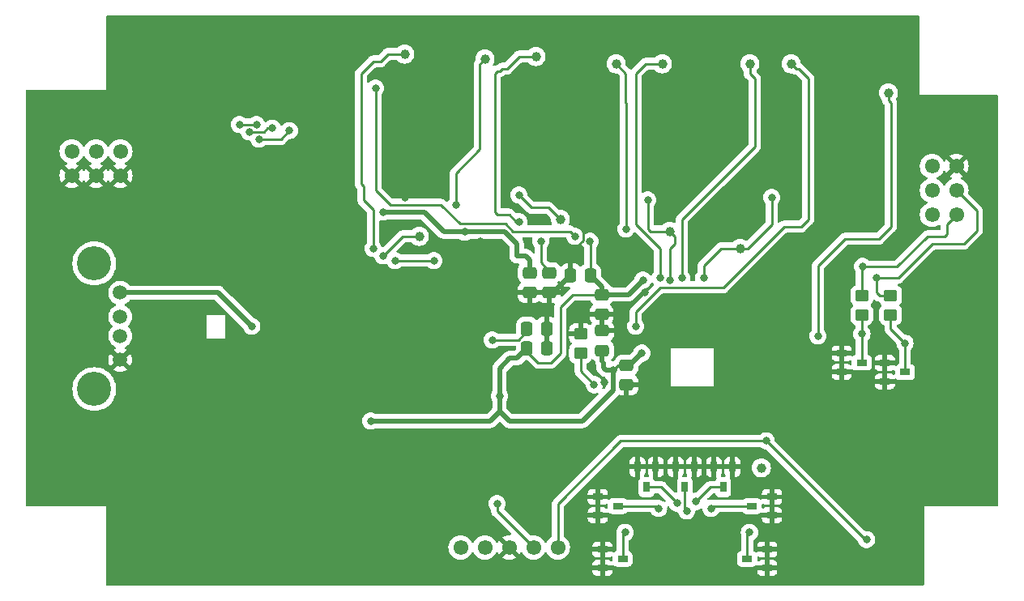
<source format=gbl>
G04 #@! TF.GenerationSoftware,KiCad,Pcbnew,8.0.8*
G04 #@! TF.CreationDate,2025-03-18T19:08:41-04:00*
G04 #@! TF.ProjectId,477,3437372e-6b69-4636-9164-5f7063625858,rev?*
G04 #@! TF.SameCoordinates,Original*
G04 #@! TF.FileFunction,Copper,L2,Bot*
G04 #@! TF.FilePolarity,Positive*
%FSLAX46Y46*%
G04 Gerber Fmt 4.6, Leading zero omitted, Abs format (unit mm)*
G04 Created by KiCad (PCBNEW 8.0.8) date 2025-03-18 19:08:41*
%MOMM*%
%LPD*%
G01*
G04 APERTURE LIST*
G04 Aperture macros list*
%AMRoundRect*
0 Rectangle with rounded corners*
0 $1 Rounding radius*
0 $2 $3 $4 $5 $6 $7 $8 $9 X,Y pos of 4 corners*
0 Add a 4 corners polygon primitive as box body*
4,1,4,$2,$3,$4,$5,$6,$7,$8,$9,$2,$3,0*
0 Add four circle primitives for the rounded corners*
1,1,$1+$1,$2,$3*
1,1,$1+$1,$4,$5*
1,1,$1+$1,$6,$7*
1,1,$1+$1,$8,$9*
0 Add four rect primitives between the rounded corners*
20,1,$1+$1,$2,$3,$4,$5,0*
20,1,$1+$1,$4,$5,$6,$7,0*
20,1,$1+$1,$6,$7,$8,$9,0*
20,1,$1+$1,$8,$9,$2,$3,0*%
G04 Aperture macros list end*
G04 #@! TA.AperFunction,ComponentPad*
%ADD10C,1.000000*%
G04 #@! TD*
G04 #@! TA.AperFunction,ComponentPad*
%ADD11C,1.550000*%
G04 #@! TD*
G04 #@! TA.AperFunction,ComponentPad*
%ADD12C,1.500000*%
G04 #@! TD*
G04 #@! TA.AperFunction,ComponentPad*
%ADD13C,3.570000*%
G04 #@! TD*
G04 #@! TA.AperFunction,SMDPad,CuDef*
%ADD14RoundRect,0.250000X0.337500X0.475000X-0.337500X0.475000X-0.337500X-0.475000X0.337500X-0.475000X0*%
G04 #@! TD*
G04 #@! TA.AperFunction,SMDPad,CuDef*
%ADD15R,1.100000X0.650000*%
G04 #@! TD*
G04 #@! TA.AperFunction,SMDPad,CuDef*
%ADD16RoundRect,0.250000X0.450000X-0.350000X0.450000X0.350000X-0.450000X0.350000X-0.450000X-0.350000X0*%
G04 #@! TD*
G04 #@! TA.AperFunction,SMDPad,CuDef*
%ADD17RoundRect,0.250000X-0.475000X0.337500X-0.475000X-0.337500X0.475000X-0.337500X0.475000X0.337500X0*%
G04 #@! TD*
G04 #@! TA.AperFunction,SMDPad,CuDef*
%ADD18RoundRect,0.250000X-0.337500X-0.475000X0.337500X-0.475000X0.337500X0.475000X-0.337500X0.475000X0*%
G04 #@! TD*
G04 #@! TA.AperFunction,SMDPad,CuDef*
%ADD19R,0.650000X1.100000*%
G04 #@! TD*
G04 #@! TA.AperFunction,SMDPad,CuDef*
%ADD20RoundRect,0.250000X0.475000X-0.337500X0.475000X0.337500X-0.475000X0.337500X-0.475000X-0.337500X0*%
G04 #@! TD*
G04 #@! TA.AperFunction,ViaPad*
%ADD21C,0.800000*%
G04 #@! TD*
G04 #@! TA.AperFunction,ViaPad*
%ADD22C,6.000000*%
G04 #@! TD*
G04 #@! TA.AperFunction,Conductor*
%ADD23C,0.500000*%
G04 #@! TD*
G04 #@! TA.AperFunction,Conductor*
%ADD24C,0.250000*%
G04 #@! TD*
G04 APERTURE END LIST*
D10*
X165608000Y-80772000D03*
X133604000Y-80264000D03*
X138938000Y-80010000D03*
X126746000Y-98806000D03*
X152146000Y-80772000D03*
X141478000Y-97028000D03*
X160274000Y-100076000D03*
X161290000Y-80772000D03*
X162500000Y-123000000D03*
D11*
X131064000Y-131318000D03*
X133604000Y-131318000D03*
X136144000Y-131318000D03*
X138684000Y-131318000D03*
X141224000Y-131318000D03*
D10*
X152908000Y-98298000D03*
X147320000Y-80772000D03*
X175768000Y-83820000D03*
D12*
X95490000Y-104700000D03*
X95490000Y-107200000D03*
X95490000Y-109200000D03*
X95490000Y-111700000D03*
D13*
X92780000Y-101630000D03*
X92780000Y-114770000D03*
D11*
X182880000Y-96534000D03*
X180340000Y-96534000D03*
X182880000Y-93994000D03*
X180340000Y-93994000D03*
X182880000Y-91454000D03*
X180340000Y-91454000D03*
D10*
X125222000Y-79756000D03*
D11*
X90424000Y-92456000D03*
X90424000Y-89916000D03*
X92964000Y-92456000D03*
X92964000Y-89916000D03*
X95504000Y-92456000D03*
X95504000Y-89916000D03*
D14*
X144634500Y-102870000D03*
X142559500Y-102870000D03*
D15*
X145900000Y-133460000D03*
X145900000Y-131540000D03*
X148000000Y-132500000D03*
X163100000Y-131540000D03*
X163100000Y-133460000D03*
X161000000Y-132500000D03*
D16*
X176000000Y-107000000D03*
X176000000Y-105000000D03*
D17*
X145796000Y-104880500D03*
X145796000Y-106955500D03*
X148411000Y-112260000D03*
X148411000Y-114335000D03*
D15*
X163600000Y-126040000D03*
X163600000Y-127960000D03*
X161500000Y-127000000D03*
X175400000Y-113960000D03*
X175400000Y-112040000D03*
X177500000Y-113000000D03*
D18*
X137987500Y-110490000D03*
X140062500Y-110490000D03*
X137987500Y-108458000D03*
X140062500Y-108458000D03*
D16*
X173000000Y-107000000D03*
X173000000Y-105000000D03*
D19*
X157540000Y-122900000D03*
X159460000Y-122900000D03*
X158500000Y-125000000D03*
D20*
X145868500Y-110744000D03*
X145868500Y-108669000D03*
D19*
X149540000Y-122900000D03*
X151460000Y-122900000D03*
X150500000Y-125000000D03*
X153540000Y-122900000D03*
X155460000Y-122900000D03*
X154500000Y-125000000D03*
D17*
X138263000Y-102594500D03*
X138263000Y-104669500D03*
D15*
X170900000Y-112960000D03*
X170900000Y-111040000D03*
X173000000Y-112000000D03*
D16*
X143597000Y-110982000D03*
X143597000Y-108982000D03*
D15*
X145400000Y-127960000D03*
X145400000Y-126040000D03*
X147500000Y-127000000D03*
D17*
X140295000Y-102594500D03*
X140295000Y-104669500D03*
D21*
X134366000Y-110998000D03*
X125222000Y-94742000D03*
X133096000Y-99314000D03*
X179578000Y-118872000D03*
X152400000Y-95033000D03*
X150363347Y-104643347D03*
X94488000Y-83820000D03*
X138557000Y-94488000D03*
X106220000Y-85344000D03*
X166000000Y-124678000D03*
X138049000Y-99441000D03*
X149031771Y-118468229D03*
X103378000Y-98044000D03*
X152400000Y-110490000D03*
X103886000Y-121666000D03*
X178308000Y-107188000D03*
X158750000Y-115824000D03*
D22*
X100000000Y-131000000D03*
D21*
X119000000Y-100575001D03*
X103500000Y-108200000D03*
X166862000Y-128000000D03*
X120142000Y-121666000D03*
X146087000Y-114046000D03*
X179324000Y-124714000D03*
X165354000Y-94742000D03*
X113506000Y-85344000D03*
X146050000Y-99314000D03*
X115316000Y-121158000D03*
X93472000Y-121739052D03*
X173736000Y-115062000D03*
X173500000Y-130500000D03*
X163000000Y-120178000D03*
X130556000Y-95504000D03*
X128270000Y-101346000D03*
X124206000Y-101346000D03*
X122174000Y-83312000D03*
X143011000Y-98806000D03*
X109240000Y-108204000D03*
X134874000Y-126746000D03*
X113157000Y-87757000D03*
X109982000Y-88646000D03*
X145029347Y-114304653D03*
X144586000Y-99314000D03*
X135128000Y-115500000D03*
X147000000Y-112765000D03*
X150000000Y-111000000D03*
X121666000Y-118110000D03*
X131500000Y-98350000D03*
X150114000Y-103378000D03*
X122936000Y-96266000D03*
X139446000Y-99314000D03*
X134366000Y-109644500D03*
X122936000Y-100838000D03*
X121920000Y-100076000D03*
X108966000Y-87884000D03*
X111379000Y-87503000D03*
X107950000Y-87122000D03*
X109728000Y-87122000D03*
X137160000Y-97277347D03*
X137160000Y-94488000D03*
X148336000Y-98044000D03*
X173000000Y-109000000D03*
X177500000Y-109974000D03*
X161250000Y-129750000D03*
X168402000Y-109220000D03*
X154178000Y-103124000D03*
X151892000Y-103124000D03*
X150622000Y-94996000D03*
X152908000Y-103378000D03*
X163576000Y-94742000D03*
X156464000Y-103124000D03*
X149352000Y-108204000D03*
X155686000Y-126500000D03*
X153686000Y-126686000D03*
X151750000Y-127250000D03*
X148250000Y-129750000D03*
X154686000Y-127500000D03*
X157250000Y-127250000D03*
X174498000Y-103124000D03*
X173078306Y-101949000D03*
D23*
X148411000Y-114335000D02*
X151665000Y-114335000D01*
D24*
X146050000Y-99060000D02*
X145034000Y-98044000D01*
X144272000Y-98044000D02*
X143861000Y-98455000D01*
D23*
X152400000Y-113600000D02*
X151665000Y-114335000D01*
D24*
X140295000Y-104669500D02*
X140760000Y-104669500D01*
X146050000Y-99314000D02*
X146050000Y-99060000D01*
X145034000Y-98044000D02*
X144272000Y-98044000D01*
X143861000Y-98455000D02*
X143861000Y-99217000D01*
D23*
X145555500Y-108982000D02*
X145868500Y-108669000D01*
D24*
X142559500Y-100518500D02*
X142559500Y-102870000D01*
X143861000Y-99217000D02*
X142559500Y-100518500D01*
D23*
X140062500Y-110490000D02*
X140062500Y-108458000D01*
X152400000Y-110490000D02*
X152400000Y-113600000D01*
X140760000Y-104669500D02*
X142559500Y-102870000D01*
D24*
X163000000Y-120178000D02*
X173322000Y-130500000D01*
X147822000Y-120178000D02*
X163000000Y-120178000D01*
X141224000Y-126776000D02*
X147822000Y-120178000D01*
X141224000Y-131318000D02*
X141224000Y-126776000D01*
X130556000Y-95504000D02*
X130556000Y-92202000D01*
X133091758Y-89666242D02*
X133091758Y-80776242D01*
X130556000Y-92202000D02*
X133091758Y-89666242D01*
X133091758Y-80776242D02*
X133604000Y-80264000D01*
X128270000Y-101346000D02*
X124206000Y-101346000D01*
X122174000Y-83312000D02*
X122174000Y-93980000D01*
X122174000Y-93980000D02*
X123698000Y-95504000D01*
X136535198Y-98298000D02*
X142503000Y-98298000D01*
X131000000Y-97500000D02*
X135737198Y-97500000D01*
X129004000Y-95504000D02*
X131000000Y-97500000D01*
X142503000Y-98298000D02*
X143011000Y-98806000D01*
X123698000Y-95504000D02*
X129004000Y-95504000D01*
X135737198Y-97500000D02*
X136535198Y-98298000D01*
D23*
X105736000Y-104700000D02*
X109240000Y-108204000D01*
X95490000Y-104700000D02*
X105736000Y-104700000D01*
D24*
X134874000Y-126746000D02*
X134874000Y-127508000D01*
X134874000Y-127508000D02*
X138684000Y-131318000D01*
X109982000Y-88646000D02*
X112268000Y-88646000D01*
X112268000Y-88646000D02*
X113157000Y-87757000D01*
X145029347Y-114304653D02*
X143597000Y-112872306D01*
X143597000Y-112872306D02*
X143597000Y-110982000D01*
D23*
X148740000Y-112260000D02*
X150000000Y-111000000D01*
X147000000Y-112765000D02*
X146265000Y-112765000D01*
D24*
X141500000Y-111000000D02*
X141500000Y-106150000D01*
D23*
X146000000Y-112500000D02*
X146000000Y-112000000D01*
D24*
X137987500Y-110809500D02*
X139178000Y-112000000D01*
D23*
X135128000Y-117094000D02*
X136144000Y-118110000D01*
X143764000Y-118110000D02*
X147000000Y-114874000D01*
D24*
X144634500Y-102870000D02*
X144634500Y-99362500D01*
D23*
X135128000Y-112582000D02*
X136165500Y-111544500D01*
D24*
X146000000Y-112000000D02*
X145868500Y-111868500D01*
D23*
X148611500Y-104880500D02*
X150114000Y-103378000D01*
X145796000Y-104031500D02*
X144634500Y-102870000D01*
X134112000Y-118110000D02*
X135128000Y-117094000D01*
D24*
X141500000Y-106150000D02*
X142769500Y-104880500D01*
X148411000Y-112260000D02*
X147505000Y-112260000D01*
D23*
X147000000Y-114874000D02*
X147000000Y-112765000D01*
D24*
X140500000Y-112000000D02*
X141500000Y-111000000D01*
X147505000Y-112260000D02*
X147000000Y-112765000D01*
D23*
X138263000Y-102594500D02*
X138263000Y-101263000D01*
X148411000Y-112260000D02*
X148740000Y-112260000D01*
X135636000Y-98298000D02*
X136938250Y-99600250D01*
X127254000Y-96266000D02*
X129286000Y-98298000D01*
X122936000Y-96266000D02*
X127254000Y-96266000D01*
X136165500Y-111544500D02*
X136933000Y-111544500D01*
X121666000Y-118110000D02*
X134112000Y-118110000D01*
X137870250Y-100870250D02*
X136938250Y-100870250D01*
D24*
X142769500Y-104880500D02*
X145796000Y-104880500D01*
X139178000Y-112000000D02*
X140500000Y-112000000D01*
D23*
X135128000Y-117094000D02*
X135128000Y-112582000D01*
X136938250Y-99600250D02*
X136938250Y-100870250D01*
X145796000Y-104880500D02*
X145796000Y-104031500D01*
X146265000Y-112765000D02*
X146000000Y-112500000D01*
X129286000Y-98298000D02*
X135636000Y-98298000D01*
X138263000Y-101263000D02*
X137870250Y-100870250D01*
D24*
X137987500Y-110490000D02*
X137987500Y-110809500D01*
X145796000Y-104880500D02*
X145774500Y-104902000D01*
D23*
X145796000Y-104880500D02*
X148611500Y-104880500D01*
X136144000Y-118110000D02*
X143764000Y-118110000D01*
X145868500Y-111868500D02*
X145868500Y-110744000D01*
D24*
X144634500Y-99362500D02*
X144586000Y-99314000D01*
D23*
X136933000Y-111544500D02*
X137987500Y-110490000D01*
D24*
X139446000Y-101513000D02*
X140273500Y-102340500D01*
X140273500Y-102340500D02*
X140273500Y-102870000D01*
X139446000Y-99314000D02*
X139446000Y-101513000D01*
X137098000Y-109644500D02*
X137987500Y-108755000D01*
X137987500Y-108755000D02*
X137987500Y-108458000D01*
X134366000Y-109644500D02*
X137098000Y-109644500D01*
X122936000Y-100838000D02*
X124968000Y-98806000D01*
X124968000Y-98806000D02*
X126746000Y-98806000D01*
X120650000Y-93343604D02*
X120650000Y-81788000D01*
X121920000Y-100076000D02*
X121920000Y-96021305D01*
X121920000Y-100076000D02*
X121920000Y-100330000D01*
X120904000Y-93597604D02*
X120650000Y-93343604D01*
X122682000Y-80518000D02*
X123444000Y-79756000D01*
X123444000Y-79756000D02*
X125222000Y-79756000D01*
X121920000Y-96021305D02*
X120904000Y-95005305D01*
X121920000Y-80518000D02*
X122682000Y-80518000D01*
X120904000Y-95005305D02*
X120904000Y-93597604D01*
X120650000Y-81788000D02*
X121920000Y-80518000D01*
X110871000Y-87503000D02*
X111379000Y-87503000D01*
X108966000Y-87884000D02*
X110490000Y-87884000D01*
X110490000Y-87884000D02*
X110871000Y-87503000D01*
X107950000Y-87122000D02*
X109728000Y-87122000D01*
X136901347Y-97277347D02*
X136144000Y-96520000D01*
X135890000Y-81280000D02*
X137160000Y-80010000D01*
X134620000Y-96266000D02*
X134620000Y-81788000D01*
X136144000Y-96520000D02*
X134874000Y-96520000D01*
X137160000Y-80010000D02*
X138938000Y-80010000D01*
X134874000Y-81534000D02*
X135128000Y-81534000D01*
X137160000Y-97277347D02*
X136901347Y-97277347D01*
X134620000Y-81788000D02*
X134874000Y-81534000D01*
X135382000Y-81280000D02*
X135890000Y-81280000D01*
X135128000Y-81534000D02*
X135382000Y-81280000D01*
X134874000Y-96520000D02*
X134620000Y-96266000D01*
X137160000Y-94497305D02*
X138478695Y-95816000D01*
X138478695Y-95816000D02*
X140266000Y-95816000D01*
X137160000Y-94488000D02*
X137160000Y-94497305D01*
X140266000Y-95816000D02*
X141478000Y-97028000D01*
X148336000Y-84845209D02*
X148326791Y-84836000D01*
X148326791Y-81778791D02*
X147320000Y-80772000D01*
X148326791Y-84836000D02*
X148326791Y-81778791D01*
X148336000Y-98044000D02*
X148336000Y-84845209D01*
X173000000Y-107000000D02*
X173000000Y-109000000D01*
X173228000Y-107228000D02*
X173000000Y-107000000D01*
X173000000Y-109000000D02*
X173000000Y-112000000D01*
X177500000Y-109974000D02*
X176000000Y-108474000D01*
X177500000Y-109974000D02*
X177500000Y-113000000D01*
X177500000Y-109974000D02*
X177437500Y-110036500D01*
X176000000Y-108474000D02*
X176000000Y-107000000D01*
X161250000Y-129750000D02*
X161000000Y-130000000D01*
X161000000Y-130000000D02*
X161000000Y-132500000D01*
X176022000Y-97790000D02*
X176022000Y-84836000D01*
X171205305Y-99060000D02*
X174752000Y-99060000D01*
X176022000Y-84836000D02*
X175768000Y-84582000D01*
X168402000Y-109220000D02*
X168402000Y-101863305D01*
X175768000Y-84582000D02*
X175768000Y-83820000D01*
X168402000Y-101863305D02*
X171205305Y-99060000D01*
X174752000Y-99060000D02*
X176022000Y-97790000D01*
X154178000Y-97028000D02*
X161798000Y-89408000D01*
X161798000Y-82296000D02*
X161290000Y-81788000D01*
X154178000Y-103124000D02*
X154178000Y-97028000D01*
X161798000Y-89408000D02*
X161798000Y-82296000D01*
X161290000Y-81788000D02*
X161290000Y-80772000D01*
X151892000Y-100076000D02*
X149352000Y-97536000D01*
X151892000Y-103124000D02*
X151892000Y-100076000D01*
X150368000Y-80772000D02*
X152146000Y-80772000D01*
X149352000Y-97536000D02*
X149352000Y-81788000D01*
X149352000Y-81788000D02*
X150368000Y-80772000D01*
X150622000Y-94996000D02*
X150622000Y-98044000D01*
X153416000Y-99568000D02*
X153416000Y-98806000D01*
X152654000Y-98044000D02*
X152908000Y-98298000D01*
X152908000Y-103378000D02*
X152908000Y-100076000D01*
X152908000Y-100076000D02*
X153416000Y-99568000D01*
X150622000Y-98044000D02*
X150876000Y-98298000D01*
X150876000Y-98298000D02*
X152908000Y-98298000D01*
X153416000Y-98806000D02*
X152908000Y-98298000D01*
X158242000Y-100076000D02*
X160274000Y-100076000D01*
X156464000Y-101854000D02*
X158242000Y-100076000D01*
X156464000Y-103124000D02*
X156464000Y-101854000D01*
X163576000Y-97536000D02*
X163576000Y-94742000D01*
X161036000Y-100076000D02*
X163576000Y-97536000D01*
X160274000Y-100076000D02*
X161036000Y-100076000D01*
X149352000Y-108204000D02*
X149352000Y-106680000D01*
X149352000Y-106680000D02*
X151892000Y-104140000D01*
X166116000Y-81280000D02*
X165608000Y-80772000D01*
X164846000Y-97790000D02*
X166624000Y-97790000D01*
X166370000Y-81280000D02*
X166116000Y-81280000D01*
X167386000Y-82296000D02*
X166370000Y-81280000D01*
X167386000Y-97028000D02*
X167386000Y-82296000D01*
X151892000Y-104140000D02*
X158496000Y-104140000D01*
X158496000Y-104140000D02*
X164846000Y-97790000D01*
X166624000Y-97790000D02*
X167386000Y-97028000D01*
X155686000Y-126500000D02*
X157186000Y-125000000D01*
X157186000Y-125000000D02*
X158500000Y-125000000D01*
X152000000Y-125000000D02*
X150500000Y-125000000D01*
X153686000Y-126686000D02*
X152000000Y-125000000D01*
X151750000Y-127250000D02*
X151500000Y-127000000D01*
X151500000Y-127000000D02*
X147500000Y-127000000D01*
X148000000Y-132500000D02*
X148000000Y-130000000D01*
X148000000Y-130000000D02*
X148250000Y-129750000D01*
X154500000Y-127314000D02*
X154500000Y-125000000D01*
X154686000Y-127500000D02*
X154500000Y-127314000D01*
X157500000Y-127000000D02*
X161500000Y-127000000D01*
X157250000Y-127250000D02*
X157500000Y-127000000D01*
X174850000Y-105000000D02*
X176000000Y-105000000D01*
X174498000Y-104648000D02*
X174850000Y-105000000D01*
X180340000Y-99568000D02*
X183642000Y-99568000D01*
X185000000Y-96114000D02*
X182880000Y-93994000D01*
X174498000Y-103124000D02*
X176784000Y-103124000D01*
X183642000Y-99568000D02*
X185000000Y-98210000D01*
X185000000Y-98210000D02*
X185000000Y-96114000D01*
X174498000Y-103124000D02*
X174498000Y-104648000D01*
X176784000Y-103124000D02*
X180340000Y-99568000D01*
X181864000Y-98552000D02*
X181864000Y-97550000D01*
X181864000Y-97550000D02*
X182880000Y-96534000D01*
X179832000Y-98806000D02*
X181610000Y-98806000D01*
X173000000Y-102027306D02*
X173078306Y-101949000D01*
X173078306Y-101949000D02*
X173078306Y-102257694D01*
X176689000Y-101949000D02*
X179832000Y-98806000D01*
X173000000Y-105000000D02*
X173000000Y-102027306D01*
X173078306Y-101949000D02*
X176689000Y-101949000D01*
X181610000Y-98806000D02*
X181864000Y-98552000D01*
G04 #@! TA.AperFunction,Conductor*
G36*
X144899389Y-111649465D02*
G01*
X144907617Y-111656985D01*
X144924844Y-111674212D01*
X145059097Y-111757019D01*
X145105821Y-111808965D01*
X145118000Y-111862557D01*
X145118000Y-111942418D01*
X145118000Y-111942420D01*
X145117999Y-111942420D01*
X145146840Y-112087407D01*
X145146843Y-112087417D01*
X145203413Y-112223990D01*
X145203415Y-112223993D01*
X145203416Y-112223995D01*
X145211363Y-112235889D01*
X145228601Y-112261686D01*
X145249480Y-112328363D01*
X145249500Y-112330578D01*
X145249500Y-112573918D01*
X145249500Y-112573920D01*
X145249499Y-112573920D01*
X145278340Y-112718907D01*
X145278342Y-112718913D01*
X145322491Y-112825499D01*
X145334916Y-112855494D01*
X145334918Y-112855498D01*
X145338900Y-112861457D01*
X145338902Y-112861464D01*
X145338904Y-112861463D01*
X145394205Y-112944229D01*
X145417051Y-112978420D01*
X145417052Y-112978421D01*
X145786579Y-113347947D01*
X145786582Y-113347949D01*
X145786585Y-113347952D01*
X145786587Y-113347953D01*
X145786661Y-113348003D01*
X145786656Y-113348010D01*
X145786699Y-113348045D01*
X145786760Y-113348069D01*
X145909505Y-113430084D01*
X145928346Y-113437888D01*
X146046088Y-113486659D01*
X146149694Y-113507267D01*
X146211601Y-113539650D01*
X146246176Y-113600365D01*
X146249500Y-113628883D01*
X146249500Y-114511770D01*
X146229815Y-114578809D01*
X146213185Y-114599446D01*
X146139702Y-114672930D01*
X146085453Y-114727179D01*
X146024130Y-114760663D01*
X145954438Y-114755679D01*
X145898505Y-114713807D01*
X145874088Y-114648343D01*
X145879840Y-114601183D01*
X145915021Y-114492909D01*
X145934807Y-114304653D01*
X145915021Y-114116397D01*
X145856526Y-113936369D01*
X145761880Y-113772437D01*
X145635218Y-113631765D01*
X145635217Y-113631764D01*
X145482081Y-113520504D01*
X145482076Y-113520501D01*
X145309154Y-113443510D01*
X145309149Y-113443508D01*
X145163348Y-113412518D01*
X145123993Y-113404153D01*
X145123992Y-113404153D01*
X145064800Y-113404153D01*
X144997761Y-113384468D01*
X144977119Y-113367834D01*
X144258819Y-112649534D01*
X144225334Y-112588211D01*
X144222500Y-112561853D01*
X144222500Y-112154016D01*
X144242185Y-112086977D01*
X144294989Y-112041222D01*
X144307488Y-112036313D01*
X144366334Y-112016814D01*
X144515656Y-111924712D01*
X144639712Y-111800656D01*
X144714399Y-111679567D01*
X144766344Y-111632845D01*
X144835307Y-111621622D01*
X144899389Y-111649465D01*
G37*
G04 #@! TD.AperFunction*
G04 #@! TA.AperFunction,Conductor*
G36*
X142079284Y-98943185D02*
G01*
X142125039Y-98995989D01*
X142130176Y-99009182D01*
X142183818Y-99174278D01*
X142183821Y-99174284D01*
X142278467Y-99338216D01*
X142393339Y-99465794D01*
X142405129Y-99478888D01*
X142558265Y-99590148D01*
X142558270Y-99590151D01*
X142731192Y-99667142D01*
X142731197Y-99667144D01*
X142916354Y-99706500D01*
X142916355Y-99706500D01*
X143105644Y-99706500D01*
X143105646Y-99706500D01*
X143290803Y-99667144D01*
X143463730Y-99590151D01*
X143540170Y-99534614D01*
X143605975Y-99511135D01*
X143674029Y-99526960D01*
X143722724Y-99577066D01*
X143730985Y-99596615D01*
X143758818Y-99682277D01*
X143758821Y-99682284D01*
X143853467Y-99846216D01*
X143977150Y-99983579D01*
X144007380Y-100046570D01*
X144009000Y-100066551D01*
X144009000Y-101621652D01*
X143989315Y-101688691D01*
X143950098Y-101727189D01*
X143895698Y-101760744D01*
X143828342Y-101802289D01*
X143704288Y-101926343D01*
X143704283Y-101926349D01*
X143702241Y-101929661D01*
X143700247Y-101931453D01*
X143699807Y-101932011D01*
X143699711Y-101931935D01*
X143650291Y-101976383D01*
X143581328Y-101987602D01*
X143517247Y-101959755D01*
X143491168Y-101929656D01*
X143489319Y-101926659D01*
X143489316Y-101926655D01*
X143365345Y-101802684D01*
X143216124Y-101710643D01*
X143216119Y-101710641D01*
X143049697Y-101655494D01*
X143049690Y-101655493D01*
X142946986Y-101645000D01*
X142809500Y-101645000D01*
X142809500Y-102746000D01*
X142789815Y-102813039D01*
X142737011Y-102858794D01*
X142685500Y-102870000D01*
X142433500Y-102870000D01*
X142366461Y-102850315D01*
X142320706Y-102797511D01*
X142309500Y-102746000D01*
X142309500Y-101645000D01*
X142172027Y-101645000D01*
X142172012Y-101645001D01*
X142069302Y-101655494D01*
X141902880Y-101710641D01*
X141902875Y-101710643D01*
X141753657Y-101802682D01*
X141628216Y-101928123D01*
X141566893Y-101961607D01*
X141497201Y-101956623D01*
X141441268Y-101914751D01*
X141435004Y-101905549D01*
X141362712Y-101788344D01*
X141238656Y-101664288D01*
X141121309Y-101591908D01*
X141089336Y-101572187D01*
X141089331Y-101572185D01*
X141073723Y-101567013D01*
X140922797Y-101517001D01*
X140922795Y-101517000D01*
X140820016Y-101506500D01*
X140820009Y-101506500D01*
X140375452Y-101506500D01*
X140308413Y-101486815D01*
X140287771Y-101470181D01*
X140107819Y-101290228D01*
X140074334Y-101228905D01*
X140071500Y-101202547D01*
X140071500Y-100012687D01*
X140091185Y-99945648D01*
X140103350Y-99929715D01*
X140136779Y-99892588D01*
X140178533Y-99846216D01*
X140273179Y-99682284D01*
X140331674Y-99502256D01*
X140351460Y-99314000D01*
X140331674Y-99125744D01*
X140318700Y-99085817D01*
X140316706Y-99015978D01*
X140352786Y-98956145D01*
X140415487Y-98925316D01*
X140436632Y-98923500D01*
X142012245Y-98923500D01*
X142079284Y-98943185D01*
G37*
G04 #@! TD.AperFunction*
G04 #@! TA.AperFunction,Conductor*
G36*
X138522407Y-98943185D02*
G01*
X138568162Y-98995989D01*
X138578106Y-99065147D01*
X138573300Y-99085813D01*
X138571948Y-99089976D01*
X138560326Y-99125742D01*
X138543445Y-99286358D01*
X138540540Y-99314000D01*
X138560326Y-99502256D01*
X138560327Y-99502259D01*
X138618818Y-99682277D01*
X138618821Y-99682284D01*
X138713467Y-99846216D01*
X138739203Y-99874798D01*
X138788650Y-99929715D01*
X138818880Y-99992706D01*
X138820500Y-100012687D01*
X138820500Y-100459770D01*
X138800815Y-100526809D01*
X138748011Y-100572564D01*
X138678853Y-100582508D01*
X138615297Y-100553483D01*
X138608819Y-100547451D01*
X138348668Y-100287299D01*
X138348666Y-100287297D01*
X138302240Y-100256278D01*
X138271427Y-100235690D01*
X138225745Y-100205166D01*
X138225744Y-100205165D01*
X138225742Y-100205164D01*
X138225740Y-100205163D01*
X138089167Y-100148593D01*
X138089157Y-100148590D01*
X137944170Y-100119750D01*
X137944168Y-100119750D01*
X137812750Y-100119750D01*
X137745711Y-100100065D01*
X137699956Y-100047261D01*
X137688750Y-99995750D01*
X137688750Y-99526332D01*
X137686870Y-99516883D01*
X137676707Y-99465790D01*
X137675303Y-99458733D01*
X137659910Y-99381345D01*
X137659909Y-99381338D01*
X137606498Y-99252394D01*
X137603334Y-99244755D01*
X137529431Y-99134151D01*
X137521202Y-99121835D01*
X137517816Y-99116767D01*
X137520116Y-99115229D01*
X137497446Y-99061882D01*
X137509222Y-98993012D01*
X137556363Y-98941442D01*
X137620609Y-98923500D01*
X138455368Y-98923500D01*
X138522407Y-98943185D01*
G37*
G04 #@! TD.AperFunction*
G04 #@! TA.AperFunction,Conductor*
G36*
X182404755Y-91650853D02*
G01*
X182471898Y-91767147D01*
X182566853Y-91862102D01*
X182683147Y-91929245D01*
X182742425Y-91945128D01*
X182172477Y-92515074D01*
X182240063Y-92562398D01*
X182345021Y-92611340D01*
X182397461Y-92657512D01*
X182416613Y-92724706D01*
X182396398Y-92791587D01*
X182345023Y-92836105D01*
X182239812Y-92885166D01*
X182191787Y-92918794D01*
X182056993Y-93013178D01*
X182056991Y-93013179D01*
X182056988Y-93013182D01*
X181899182Y-93170988D01*
X181899179Y-93170991D01*
X181899178Y-93170993D01*
X181879658Y-93198871D01*
X181771164Y-93353814D01*
X181722382Y-93458430D01*
X181676210Y-93510869D01*
X181609016Y-93530021D01*
X181542135Y-93509805D01*
X181497618Y-93458430D01*
X181448835Y-93353814D01*
X181320822Y-93170993D01*
X181163007Y-93013178D01*
X180980186Y-92885165D01*
X180875569Y-92836381D01*
X180823130Y-92790210D01*
X180803978Y-92723017D01*
X180824193Y-92656135D01*
X180875570Y-92611618D01*
X180876166Y-92611340D01*
X180980186Y-92562835D01*
X181163007Y-92434822D01*
X181320822Y-92277007D01*
X181448835Y-92094186D01*
X181497894Y-91988977D01*
X181544066Y-91936538D01*
X181611259Y-91917386D01*
X181678141Y-91937601D01*
X181722658Y-91988978D01*
X181771596Y-92093928D01*
X181818924Y-92161520D01*
X182388871Y-91591574D01*
X182404755Y-91650853D01*
G37*
G04 #@! TD.AperFunction*
G04 #@! TA.AperFunction,Conductor*
G36*
X91761865Y-90400193D02*
G01*
X91806381Y-90451569D01*
X91855165Y-90556186D01*
X91983178Y-90739007D01*
X92140993Y-90896822D01*
X92311318Y-91016085D01*
X92323814Y-91024835D01*
X92429022Y-91073894D01*
X92481461Y-91120066D01*
X92500613Y-91187260D01*
X92480397Y-91254141D01*
X92429022Y-91298658D01*
X92324061Y-91347602D01*
X92256478Y-91394923D01*
X92256477Y-91394924D01*
X92826425Y-91964871D01*
X92767147Y-91980755D01*
X92650853Y-92047898D01*
X92555898Y-92142853D01*
X92488755Y-92259147D01*
X92472871Y-92318424D01*
X91902924Y-91748477D01*
X91902923Y-91748478D01*
X91855602Y-91816061D01*
X91806382Y-91921614D01*
X91760210Y-91974053D01*
X91693016Y-91993205D01*
X91626135Y-91972989D01*
X91581618Y-91921614D01*
X91532399Y-91816065D01*
X91485074Y-91748477D01*
X90915128Y-92318424D01*
X90899245Y-92259147D01*
X90832102Y-92142853D01*
X90737147Y-92047898D01*
X90620853Y-91980755D01*
X90561574Y-91964871D01*
X91131521Y-91394924D01*
X91063928Y-91347596D01*
X90958978Y-91298658D01*
X90906538Y-91252486D01*
X90887386Y-91185293D01*
X90907601Y-91118411D01*
X90958978Y-91073894D01*
X91064186Y-91024835D01*
X91247007Y-90896822D01*
X91404822Y-90739007D01*
X91532835Y-90556186D01*
X91581618Y-90451569D01*
X91627790Y-90399130D01*
X91694983Y-90379978D01*
X91761865Y-90400193D01*
G37*
G04 #@! TD.AperFunction*
G04 #@! TA.AperFunction,Conductor*
G36*
X94301865Y-90400193D02*
G01*
X94346381Y-90451569D01*
X94395165Y-90556186D01*
X94523178Y-90739007D01*
X94680993Y-90896822D01*
X94851318Y-91016085D01*
X94863814Y-91024835D01*
X94969022Y-91073894D01*
X95021461Y-91120066D01*
X95040613Y-91187260D01*
X95020397Y-91254141D01*
X94969022Y-91298658D01*
X94864061Y-91347602D01*
X94796478Y-91394923D01*
X94796477Y-91394924D01*
X95366425Y-91964871D01*
X95307147Y-91980755D01*
X95190853Y-92047898D01*
X95095898Y-92142853D01*
X95028755Y-92259147D01*
X95012871Y-92318424D01*
X94442924Y-91748477D01*
X94442923Y-91748478D01*
X94395602Y-91816061D01*
X94346382Y-91921614D01*
X94300210Y-91974053D01*
X94233016Y-91993205D01*
X94166135Y-91972989D01*
X94121618Y-91921614D01*
X94072399Y-91816065D01*
X94025074Y-91748477D01*
X93455128Y-92318424D01*
X93439245Y-92259147D01*
X93372102Y-92142853D01*
X93277147Y-92047898D01*
X93160853Y-91980755D01*
X93101574Y-91964871D01*
X93671521Y-91394924D01*
X93603928Y-91347596D01*
X93498978Y-91298658D01*
X93446538Y-91252486D01*
X93427386Y-91185293D01*
X93447601Y-91118411D01*
X93498978Y-91073894D01*
X93604186Y-91024835D01*
X93787007Y-90896822D01*
X93944822Y-90739007D01*
X94072835Y-90556186D01*
X94121618Y-90451569D01*
X94167790Y-90399130D01*
X94234983Y-90379978D01*
X94301865Y-90400193D01*
G37*
G04 #@! TD.AperFunction*
G04 #@! TA.AperFunction,Conductor*
G36*
X178943039Y-75719685D02*
G01*
X178988794Y-75772489D01*
X179000000Y-75824000D01*
X179000000Y-84000000D01*
X187126000Y-84000000D01*
X187193039Y-84019685D01*
X187238794Y-84072489D01*
X187250000Y-84124000D01*
X187250000Y-126876000D01*
X187230315Y-126943039D01*
X187177511Y-126988794D01*
X187126000Y-127000000D01*
X179500000Y-127000000D01*
X179500000Y-135176000D01*
X179480315Y-135243039D01*
X179427511Y-135288794D01*
X179376000Y-135300000D01*
X94124000Y-135300000D01*
X94056961Y-135280315D01*
X94011206Y-135227511D01*
X94000000Y-135176000D01*
X94000000Y-133832844D01*
X144850000Y-133832844D01*
X144856401Y-133892372D01*
X144856403Y-133892379D01*
X144906645Y-134027086D01*
X144906649Y-134027093D01*
X144992809Y-134142187D01*
X144992812Y-134142190D01*
X145107906Y-134228350D01*
X145107913Y-134228354D01*
X145242620Y-134278596D01*
X145242627Y-134278598D01*
X145302155Y-134284999D01*
X145302172Y-134285000D01*
X145650000Y-134285000D01*
X146150000Y-134285000D01*
X146497828Y-134285000D01*
X146497844Y-134284999D01*
X146557372Y-134278598D01*
X146557379Y-134278596D01*
X146692086Y-134228354D01*
X146692093Y-134228350D01*
X146807187Y-134142190D01*
X146807190Y-134142187D01*
X146893350Y-134027093D01*
X146893354Y-134027086D01*
X146943596Y-133892379D01*
X146943598Y-133892372D01*
X146949999Y-133832844D01*
X162050000Y-133832844D01*
X162056401Y-133892372D01*
X162056403Y-133892379D01*
X162106645Y-134027086D01*
X162106649Y-134027093D01*
X162192809Y-134142187D01*
X162192812Y-134142190D01*
X162307906Y-134228350D01*
X162307913Y-134228354D01*
X162442620Y-134278596D01*
X162442627Y-134278598D01*
X162502155Y-134284999D01*
X162502172Y-134285000D01*
X162850000Y-134285000D01*
X163350000Y-134285000D01*
X163697828Y-134285000D01*
X163697844Y-134284999D01*
X163757372Y-134278598D01*
X163757379Y-134278596D01*
X163892086Y-134228354D01*
X163892093Y-134228350D01*
X164007187Y-134142190D01*
X164007190Y-134142187D01*
X164093350Y-134027093D01*
X164093354Y-134027086D01*
X164143596Y-133892379D01*
X164143598Y-133892372D01*
X164149999Y-133832844D01*
X164150000Y-133832827D01*
X164150000Y-133710000D01*
X163350000Y-133710000D01*
X163350000Y-134285000D01*
X162850000Y-134285000D01*
X162850000Y-133710000D01*
X162050000Y-133710000D01*
X162050000Y-133832844D01*
X146949999Y-133832844D01*
X146950000Y-133832827D01*
X146950000Y-133710000D01*
X146150000Y-133710000D01*
X146150000Y-134285000D01*
X145650000Y-134285000D01*
X145650000Y-133710000D01*
X144850000Y-133710000D01*
X144850000Y-133832844D01*
X94000000Y-133832844D01*
X94000000Y-133087155D01*
X144850000Y-133087155D01*
X144850000Y-133210000D01*
X145650000Y-133210000D01*
X145650000Y-132635000D01*
X145302155Y-132635000D01*
X145242627Y-132641401D01*
X145242620Y-132641403D01*
X145107913Y-132691645D01*
X145107906Y-132691649D01*
X144992812Y-132777809D01*
X144992809Y-132777812D01*
X144906649Y-132892906D01*
X144906645Y-132892913D01*
X144856403Y-133027620D01*
X144856401Y-133027627D01*
X144850000Y-133087155D01*
X94000000Y-133087155D01*
X94000000Y-131317999D01*
X129783628Y-131317999D01*
X129783628Y-131318000D01*
X129803079Y-131540329D01*
X129803081Y-131540339D01*
X129860841Y-131755905D01*
X129860843Y-131755909D01*
X129860844Y-131755913D01*
X129955165Y-131958186D01*
X130083178Y-132141007D01*
X130240993Y-132298822D01*
X130423814Y-132426835D01*
X130626087Y-132521156D01*
X130841666Y-132578920D01*
X131019533Y-132594481D01*
X131063999Y-132598372D01*
X131064000Y-132598372D01*
X131064001Y-132598372D01*
X131101055Y-132595130D01*
X131286334Y-132578920D01*
X131501913Y-132521156D01*
X131704186Y-132426835D01*
X131887007Y-132298822D01*
X132044822Y-132141007D01*
X132172835Y-131958186D01*
X132221618Y-131853569D01*
X132267790Y-131801130D01*
X132334983Y-131781978D01*
X132401865Y-131802193D01*
X132446381Y-131853569D01*
X132495165Y-131958186D01*
X132623178Y-132141007D01*
X132780993Y-132298822D01*
X132963814Y-132426835D01*
X133166087Y-132521156D01*
X133381666Y-132578920D01*
X133559533Y-132594481D01*
X133603999Y-132598372D01*
X133604000Y-132598372D01*
X133604001Y-132598372D01*
X133641055Y-132595130D01*
X133826334Y-132578920D01*
X134041913Y-132521156D01*
X134244186Y-132426835D01*
X134427007Y-132298822D01*
X134584822Y-132141007D01*
X134712835Y-131958186D01*
X134761894Y-131852977D01*
X134808066Y-131800538D01*
X134875259Y-131781386D01*
X134942141Y-131801601D01*
X134986658Y-131852978D01*
X135035596Y-131957928D01*
X135082924Y-132025520D01*
X135652871Y-131455574D01*
X135668755Y-131514853D01*
X135735898Y-131631147D01*
X135830853Y-131726102D01*
X135947147Y-131793245D01*
X136006425Y-131809128D01*
X135436477Y-132379074D01*
X135504066Y-132426400D01*
X135504068Y-132426401D01*
X135706252Y-132520681D01*
X135706263Y-132520685D01*
X135921751Y-132578425D01*
X135921758Y-132578426D01*
X136143998Y-132597870D01*
X136144002Y-132597870D01*
X136366241Y-132578426D01*
X136366248Y-132578425D01*
X136581736Y-132520685D01*
X136581747Y-132520681D01*
X136783931Y-132426401D01*
X136783941Y-132426395D01*
X136851521Y-132379075D01*
X136281574Y-131809128D01*
X136340853Y-131793245D01*
X136457147Y-131726102D01*
X136552102Y-131631147D01*
X136619245Y-131514853D01*
X136635128Y-131455574D01*
X137205075Y-132025521D01*
X137252395Y-131957941D01*
X137252398Y-131957936D01*
X137301340Y-131852979D01*
X137347512Y-131800539D01*
X137414705Y-131781386D01*
X137481587Y-131801601D01*
X137526105Y-131852977D01*
X137575164Y-131958185D01*
X137575165Y-131958186D01*
X137703178Y-132141007D01*
X137860993Y-132298822D01*
X138043814Y-132426835D01*
X138246087Y-132521156D01*
X138461666Y-132578920D01*
X138639533Y-132594481D01*
X138683999Y-132598372D01*
X138684000Y-132598372D01*
X138684001Y-132598372D01*
X138721055Y-132595130D01*
X138906334Y-132578920D01*
X139121913Y-132521156D01*
X139324186Y-132426835D01*
X139507007Y-132298822D01*
X139664822Y-132141007D01*
X139792835Y-131958186D01*
X139841618Y-131853569D01*
X139887790Y-131801130D01*
X139954983Y-131781978D01*
X140021865Y-131802193D01*
X140066381Y-131853569D01*
X140115165Y-131958186D01*
X140243178Y-132141007D01*
X140400993Y-132298822D01*
X140583814Y-132426835D01*
X140786087Y-132521156D01*
X141001666Y-132578920D01*
X141179533Y-132594481D01*
X141223999Y-132598372D01*
X141224000Y-132598372D01*
X141224001Y-132598372D01*
X141261055Y-132595130D01*
X141446334Y-132578920D01*
X141661913Y-132521156D01*
X141864186Y-132426835D01*
X142047007Y-132298822D01*
X142204822Y-132141007D01*
X142332835Y-131958186D01*
X142353978Y-131912844D01*
X144850000Y-131912844D01*
X144856401Y-131972372D01*
X144856403Y-131972379D01*
X144906645Y-132107086D01*
X144906649Y-132107093D01*
X144992809Y-132222187D01*
X144992812Y-132222190D01*
X145107906Y-132308350D01*
X145107913Y-132308354D01*
X145242620Y-132358596D01*
X145242627Y-132358598D01*
X145302155Y-132364999D01*
X145302172Y-132365000D01*
X145650000Y-132365000D01*
X145650000Y-131790000D01*
X146150000Y-131790000D01*
X146150000Y-132365000D01*
X146497828Y-132365000D01*
X146497844Y-132364999D01*
X146557372Y-132358598D01*
X146557379Y-132358596D01*
X146692086Y-132308354D01*
X146692089Y-132308352D01*
X146751188Y-132264111D01*
X146816652Y-132239693D01*
X146884926Y-132254544D01*
X146934331Y-132303949D01*
X146949500Y-132363377D01*
X146949500Y-132636623D01*
X146929815Y-132703662D01*
X146877011Y-132749417D01*
X146807853Y-132759361D01*
X146751188Y-132735889D01*
X146692089Y-132691647D01*
X146692086Y-132691645D01*
X146557379Y-132641403D01*
X146557372Y-132641401D01*
X146497844Y-132635000D01*
X146150000Y-132635000D01*
X146150000Y-133210000D01*
X146949999Y-133210000D01*
X146950709Y-133209290D01*
X147012031Y-133175804D01*
X147081723Y-133180788D01*
X147112702Y-133197704D01*
X147207664Y-133268793D01*
X147207671Y-133268797D01*
X147342517Y-133319091D01*
X147342516Y-133319091D01*
X147349444Y-133319835D01*
X147402127Y-133325500D01*
X148597872Y-133325499D01*
X148657483Y-133319091D01*
X148792331Y-133268796D01*
X148907546Y-133182546D01*
X148993796Y-133067331D01*
X149044091Y-132932483D01*
X149050500Y-132872873D01*
X149050499Y-132127128D01*
X149050499Y-132127127D01*
X159949500Y-132127127D01*
X159949500Y-132127134D01*
X159949500Y-132127135D01*
X159949500Y-132872870D01*
X159949501Y-132872876D01*
X159955908Y-132932483D01*
X160006202Y-133067328D01*
X160006206Y-133067335D01*
X160092452Y-133182544D01*
X160092455Y-133182547D01*
X160207664Y-133268793D01*
X160207671Y-133268797D01*
X160342517Y-133319091D01*
X160342516Y-133319091D01*
X160349444Y-133319835D01*
X160402127Y-133325500D01*
X161597872Y-133325499D01*
X161657483Y-133319091D01*
X161792331Y-133268796D01*
X161887299Y-133197702D01*
X161952760Y-133173286D01*
X162021033Y-133188137D01*
X162049289Y-133209289D01*
X162050000Y-133210000D01*
X162850000Y-133210000D01*
X163350000Y-133210000D01*
X164150000Y-133210000D01*
X164150000Y-133087172D01*
X164149999Y-133087155D01*
X164143598Y-133027627D01*
X164143596Y-133027620D01*
X164093354Y-132892913D01*
X164093350Y-132892906D01*
X164007190Y-132777812D01*
X164007187Y-132777809D01*
X163892093Y-132691649D01*
X163892086Y-132691645D01*
X163757379Y-132641403D01*
X163757372Y-132641401D01*
X163697844Y-132635000D01*
X163350000Y-132635000D01*
X163350000Y-133210000D01*
X162850000Y-133210000D01*
X162850000Y-132635000D01*
X162502155Y-132635000D01*
X162442627Y-132641401D01*
X162442620Y-132641403D01*
X162307913Y-132691645D01*
X162307906Y-132691649D01*
X162248809Y-132735889D01*
X162183345Y-132760306D01*
X162115072Y-132745454D01*
X162065667Y-132696048D01*
X162050499Y-132636624D01*
X162050499Y-132363374D01*
X162070184Y-132296337D01*
X162122988Y-132250582D01*
X162192146Y-132240638D01*
X162248811Y-132264110D01*
X162307910Y-132308352D01*
X162307913Y-132308354D01*
X162442620Y-132358596D01*
X162442627Y-132358598D01*
X162502155Y-132364999D01*
X162502172Y-132365000D01*
X162850000Y-132365000D01*
X163350000Y-132365000D01*
X163697828Y-132365000D01*
X163697844Y-132364999D01*
X163757372Y-132358598D01*
X163757379Y-132358596D01*
X163892086Y-132308354D01*
X163892093Y-132308350D01*
X164007187Y-132222190D01*
X164007190Y-132222187D01*
X164093350Y-132107093D01*
X164093354Y-132107086D01*
X164143596Y-131972379D01*
X164143598Y-131972372D01*
X164149999Y-131912844D01*
X164150000Y-131912827D01*
X164150000Y-131790000D01*
X163350000Y-131790000D01*
X163350000Y-132365000D01*
X162850000Y-132365000D01*
X162850000Y-131790000D01*
X162049999Y-131790000D01*
X162049288Y-131790711D01*
X161987964Y-131824196D01*
X161918273Y-131819210D01*
X161887297Y-131802295D01*
X161792335Y-131731206D01*
X161792330Y-131731203D01*
X161706166Y-131699066D01*
X161650233Y-131657194D01*
X161625816Y-131591730D01*
X161625500Y-131582884D01*
X161625500Y-131167155D01*
X162050000Y-131167155D01*
X162050000Y-131290000D01*
X162850000Y-131290000D01*
X163350000Y-131290000D01*
X164150000Y-131290000D01*
X164150000Y-131167172D01*
X164149999Y-131167155D01*
X164143598Y-131107627D01*
X164143596Y-131107620D01*
X164093354Y-130972913D01*
X164093350Y-130972906D01*
X164007190Y-130857812D01*
X164007187Y-130857809D01*
X163892093Y-130771649D01*
X163892086Y-130771645D01*
X163757379Y-130721403D01*
X163757372Y-130721401D01*
X163697844Y-130715000D01*
X163350000Y-130715000D01*
X163350000Y-131290000D01*
X162850000Y-131290000D01*
X162850000Y-130715000D01*
X162502155Y-130715000D01*
X162442627Y-130721401D01*
X162442620Y-130721403D01*
X162307913Y-130771645D01*
X162307906Y-130771649D01*
X162192812Y-130857809D01*
X162192809Y-130857812D01*
X162106649Y-130972906D01*
X162106645Y-130972913D01*
X162056403Y-131107620D01*
X162056401Y-131107627D01*
X162050000Y-131167155D01*
X161625500Y-131167155D01*
X161625500Y-130649062D01*
X161645185Y-130582023D01*
X161697989Y-130536268D01*
X161699013Y-130535805D01*
X161702730Y-130534151D01*
X161855871Y-130422888D01*
X161982533Y-130282216D01*
X162077179Y-130118284D01*
X162135674Y-129938256D01*
X162155460Y-129750000D01*
X162135674Y-129561744D01*
X162077179Y-129381716D01*
X161982533Y-129217784D01*
X161855871Y-129077112D01*
X161855870Y-129077111D01*
X161702734Y-128965851D01*
X161702729Y-128965848D01*
X161529807Y-128888857D01*
X161529802Y-128888855D01*
X161384001Y-128857865D01*
X161344646Y-128849500D01*
X161155354Y-128849500D01*
X161122897Y-128856398D01*
X160970197Y-128888855D01*
X160970192Y-128888857D01*
X160797270Y-128965848D01*
X160797265Y-128965851D01*
X160644129Y-129077111D01*
X160517466Y-129217785D01*
X160422821Y-129381715D01*
X160422818Y-129381722D01*
X160364327Y-129561740D01*
X160364326Y-129561744D01*
X160344540Y-129750000D01*
X160364326Y-129938256D01*
X160364326Y-129938258D01*
X160364327Y-129938260D01*
X160368430Y-129950887D01*
X160374500Y-129989207D01*
X160374500Y-131582884D01*
X160354815Y-131649923D01*
X160302011Y-131695678D01*
X160293834Y-131699066D01*
X160207669Y-131731203D01*
X160207664Y-131731206D01*
X160092455Y-131817452D01*
X160092452Y-131817455D01*
X160006206Y-131932664D01*
X160006202Y-131932671D01*
X159971572Y-132025521D01*
X159955909Y-132067517D01*
X159949500Y-132127127D01*
X149050499Y-132127127D01*
X149044091Y-132067517D01*
X149008604Y-131972372D01*
X148993797Y-131932671D01*
X148993793Y-131932664D01*
X148907547Y-131817455D01*
X148907544Y-131817452D01*
X148792335Y-131731206D01*
X148792330Y-131731203D01*
X148706166Y-131699066D01*
X148650233Y-131657194D01*
X148625816Y-131591730D01*
X148625500Y-131582884D01*
X148625500Y-130649062D01*
X148645185Y-130582023D01*
X148697989Y-130536268D01*
X148699013Y-130535805D01*
X148702730Y-130534151D01*
X148855871Y-130422888D01*
X148982533Y-130282216D01*
X149077179Y-130118284D01*
X149135674Y-129938256D01*
X149155460Y-129750000D01*
X149135674Y-129561744D01*
X149077179Y-129381716D01*
X148982533Y-129217784D01*
X148855871Y-129077112D01*
X148855870Y-129077111D01*
X148702734Y-128965851D01*
X148702729Y-128965848D01*
X148529807Y-128888857D01*
X148529802Y-128888855D01*
X148384001Y-128857865D01*
X148344646Y-128849500D01*
X148155354Y-128849500D01*
X148122897Y-128856398D01*
X147970197Y-128888855D01*
X147970192Y-128888857D01*
X147797270Y-128965848D01*
X147797265Y-128965851D01*
X147644129Y-129077111D01*
X147517466Y-129217785D01*
X147422821Y-129381715D01*
X147422818Y-129381722D01*
X147364327Y-129561740D01*
X147364326Y-129561744D01*
X147344540Y-129750000D01*
X147364326Y-129938256D01*
X147364326Y-129938258D01*
X147364327Y-129938260D01*
X147368430Y-129950887D01*
X147374500Y-129989207D01*
X147374500Y-131582884D01*
X147354815Y-131649923D01*
X147302011Y-131695678D01*
X147293834Y-131699066D01*
X147207669Y-131731203D01*
X147207668Y-131731204D01*
X147112702Y-131802296D01*
X147047238Y-131826713D01*
X146978965Y-131811861D01*
X146950710Y-131790710D01*
X146950000Y-131790000D01*
X146150000Y-131790000D01*
X145650000Y-131790000D01*
X144850000Y-131790000D01*
X144850000Y-131912844D01*
X142353978Y-131912844D01*
X142427156Y-131755913D01*
X142484920Y-131540334D01*
X142504372Y-131318000D01*
X142491175Y-131167155D01*
X144850000Y-131167155D01*
X144850000Y-131290000D01*
X145650000Y-131290000D01*
X146150000Y-131290000D01*
X146950000Y-131290000D01*
X146950000Y-131167172D01*
X146949999Y-131167155D01*
X146943598Y-131107627D01*
X146943596Y-131107620D01*
X146893354Y-130972913D01*
X146893350Y-130972906D01*
X146807190Y-130857812D01*
X146807187Y-130857809D01*
X146692093Y-130771649D01*
X146692086Y-130771645D01*
X146557379Y-130721403D01*
X146557372Y-130721401D01*
X146497844Y-130715000D01*
X146150000Y-130715000D01*
X146150000Y-131290000D01*
X145650000Y-131290000D01*
X145650000Y-130715000D01*
X145302155Y-130715000D01*
X145242627Y-130721401D01*
X145242620Y-130721403D01*
X145107913Y-130771645D01*
X145107906Y-130771649D01*
X144992812Y-130857809D01*
X144992809Y-130857812D01*
X144906649Y-130972906D01*
X144906645Y-130972913D01*
X144856403Y-131107620D01*
X144856401Y-131107627D01*
X144850000Y-131167155D01*
X142491175Y-131167155D01*
X142484920Y-131095666D01*
X142427156Y-130880087D01*
X142332835Y-130677814D01*
X142204822Y-130494993D01*
X142047007Y-130337178D01*
X142010678Y-130311740D01*
X141902376Y-130235905D01*
X141858751Y-130181328D01*
X141849500Y-130134331D01*
X141849500Y-128332844D01*
X144350000Y-128332844D01*
X144356401Y-128392372D01*
X144356403Y-128392379D01*
X144406645Y-128527086D01*
X144406649Y-128527093D01*
X144492809Y-128642187D01*
X144492812Y-128642190D01*
X144607906Y-128728350D01*
X144607913Y-128728354D01*
X144742620Y-128778596D01*
X144742627Y-128778598D01*
X144802155Y-128784999D01*
X144802172Y-128785000D01*
X145150000Y-128785000D01*
X145650000Y-128785000D01*
X145997828Y-128785000D01*
X145997844Y-128784999D01*
X146057372Y-128778598D01*
X146057379Y-128778596D01*
X146192086Y-128728354D01*
X146192093Y-128728350D01*
X146307187Y-128642190D01*
X146307190Y-128642187D01*
X146393350Y-128527093D01*
X146393354Y-128527086D01*
X146443596Y-128392379D01*
X146443598Y-128392372D01*
X146449999Y-128332844D01*
X146450000Y-128332827D01*
X146450000Y-128210000D01*
X145650000Y-128210000D01*
X145650000Y-128785000D01*
X145150000Y-128785000D01*
X145150000Y-128210000D01*
X144350000Y-128210000D01*
X144350000Y-128332844D01*
X141849500Y-128332844D01*
X141849500Y-127587155D01*
X144350000Y-127587155D01*
X144350000Y-127710000D01*
X145150000Y-127710000D01*
X145150000Y-127135000D01*
X144802155Y-127135000D01*
X144742627Y-127141401D01*
X144742620Y-127141403D01*
X144607913Y-127191645D01*
X144607906Y-127191649D01*
X144492812Y-127277809D01*
X144492809Y-127277812D01*
X144406649Y-127392906D01*
X144406645Y-127392913D01*
X144356403Y-127527620D01*
X144356401Y-127527627D01*
X144350000Y-127587155D01*
X141849500Y-127587155D01*
X141849500Y-127086452D01*
X141869185Y-127019413D01*
X141885819Y-126998771D01*
X142471746Y-126412844D01*
X144350000Y-126412844D01*
X144356401Y-126472372D01*
X144356403Y-126472379D01*
X144406645Y-126607086D01*
X144406649Y-126607093D01*
X144492809Y-126722187D01*
X144492812Y-126722190D01*
X144607906Y-126808350D01*
X144607913Y-126808354D01*
X144742620Y-126858596D01*
X144742627Y-126858598D01*
X144802155Y-126864999D01*
X144802172Y-126865000D01*
X145150000Y-126865000D01*
X145150000Y-126290000D01*
X145650000Y-126290000D01*
X145650000Y-126865000D01*
X145997828Y-126865000D01*
X145997844Y-126864999D01*
X146057372Y-126858598D01*
X146057379Y-126858596D01*
X146192086Y-126808354D01*
X146192089Y-126808352D01*
X146251188Y-126764111D01*
X146316652Y-126739693D01*
X146384926Y-126754544D01*
X146434331Y-126803949D01*
X146449500Y-126863377D01*
X146449500Y-127136623D01*
X146429815Y-127203662D01*
X146377011Y-127249417D01*
X146307853Y-127259361D01*
X146251188Y-127235889D01*
X146192089Y-127191647D01*
X146192086Y-127191645D01*
X146057379Y-127141403D01*
X146057372Y-127141401D01*
X145997844Y-127135000D01*
X145650000Y-127135000D01*
X145650000Y-127710000D01*
X146449999Y-127710000D01*
X146450709Y-127709290D01*
X146512031Y-127675804D01*
X146581723Y-127680788D01*
X146612702Y-127697704D01*
X146707664Y-127768793D01*
X146707671Y-127768797D01*
X146842517Y-127819091D01*
X146842516Y-127819091D01*
X146849444Y-127819835D01*
X146902127Y-127825500D01*
X148097872Y-127825499D01*
X148157483Y-127819091D01*
X148292331Y-127768796D01*
X148407546Y-127682546D01*
X148413052Y-127675191D01*
X148468985Y-127633319D01*
X148512320Y-127625500D01*
X150855396Y-127625500D01*
X150922435Y-127645185D01*
X150962783Y-127687501D01*
X151017463Y-127782211D01*
X151017465Y-127782214D01*
X151144129Y-127922888D01*
X151297265Y-128034148D01*
X151297270Y-128034151D01*
X151470192Y-128111142D01*
X151470197Y-128111144D01*
X151655354Y-128150500D01*
X151655355Y-128150500D01*
X151844644Y-128150500D01*
X151844646Y-128150500D01*
X152029803Y-128111144D01*
X152202730Y-128034151D01*
X152355871Y-127922888D01*
X152482533Y-127782216D01*
X152577179Y-127618284D01*
X152635674Y-127438256D01*
X152655460Y-127250000D01*
X152646029Y-127160273D01*
X152658598Y-127091547D01*
X152706330Y-127040523D01*
X152774070Y-127023405D01*
X152840312Y-127045627D01*
X152876736Y-127085314D01*
X152953467Y-127218216D01*
X153080129Y-127358888D01*
X153233265Y-127470148D01*
X153233270Y-127470151D01*
X153406192Y-127547142D01*
X153406197Y-127547144D01*
X153591354Y-127586500D01*
X153591355Y-127586500D01*
X153678284Y-127586500D01*
X153745323Y-127606185D01*
X153791078Y-127658989D01*
X153799574Y-127684719D01*
X153800325Y-127688254D01*
X153858818Y-127868277D01*
X153858821Y-127868284D01*
X153953467Y-128032216D01*
X154059971Y-128150500D01*
X154080129Y-128172888D01*
X154233265Y-128284148D01*
X154233270Y-128284151D01*
X154406192Y-128361142D01*
X154406197Y-128361144D01*
X154591354Y-128400500D01*
X154591355Y-128400500D01*
X154780644Y-128400500D01*
X154780646Y-128400500D01*
X154965803Y-128361144D01*
X155029365Y-128332844D01*
X162550000Y-128332844D01*
X162556401Y-128392372D01*
X162556403Y-128392379D01*
X162606645Y-128527086D01*
X162606649Y-128527093D01*
X162692809Y-128642187D01*
X162692812Y-128642190D01*
X162807906Y-128728350D01*
X162807913Y-128728354D01*
X162942620Y-128778596D01*
X162942627Y-128778598D01*
X163002155Y-128784999D01*
X163002172Y-128785000D01*
X163350000Y-128785000D01*
X163850000Y-128785000D01*
X164197828Y-128785000D01*
X164197844Y-128784999D01*
X164257372Y-128778598D01*
X164257379Y-128778596D01*
X164392086Y-128728354D01*
X164392093Y-128728350D01*
X164507187Y-128642190D01*
X164507190Y-128642187D01*
X164593350Y-128527093D01*
X164593354Y-128527086D01*
X164643596Y-128392379D01*
X164643598Y-128392372D01*
X164649999Y-128332844D01*
X164650000Y-128332827D01*
X164650000Y-128210000D01*
X163850000Y-128210000D01*
X163850000Y-128785000D01*
X163350000Y-128785000D01*
X163350000Y-128210000D01*
X162550000Y-128210000D01*
X162550000Y-128332844D01*
X155029365Y-128332844D01*
X155138730Y-128284151D01*
X155291871Y-128172888D01*
X155418533Y-128032216D01*
X155513179Y-127868284D01*
X155571674Y-127688256D01*
X155590247Y-127511536D01*
X155616832Y-127446924D01*
X155674129Y-127406939D01*
X155713568Y-127400500D01*
X155780644Y-127400500D01*
X155780646Y-127400500D01*
X155965803Y-127361144D01*
X156138730Y-127284151D01*
X156159515Y-127269049D01*
X156225320Y-127245568D01*
X156293374Y-127261392D01*
X156342070Y-127311497D01*
X156355723Y-127356403D01*
X156364326Y-127438256D01*
X156364327Y-127438259D01*
X156422818Y-127618277D01*
X156422821Y-127618284D01*
X156517467Y-127782216D01*
X156629581Y-127906731D01*
X156644129Y-127922888D01*
X156797265Y-128034148D01*
X156797270Y-128034151D01*
X156970192Y-128111142D01*
X156970197Y-128111144D01*
X157155354Y-128150500D01*
X157155355Y-128150500D01*
X157344644Y-128150500D01*
X157344646Y-128150500D01*
X157529803Y-128111144D01*
X157702730Y-128034151D01*
X157855871Y-127922888D01*
X157982533Y-127782216D01*
X157982536Y-127782211D01*
X158037217Y-127687501D01*
X158087783Y-127639285D01*
X158144604Y-127625500D01*
X160487680Y-127625500D01*
X160554719Y-127645185D01*
X160586948Y-127675191D01*
X160592454Y-127682546D01*
X160621095Y-127703987D01*
X160707664Y-127768793D01*
X160707671Y-127768797D01*
X160842517Y-127819091D01*
X160842516Y-127819091D01*
X160849444Y-127819835D01*
X160902127Y-127825500D01*
X162097872Y-127825499D01*
X162157483Y-127819091D01*
X162292331Y-127768796D01*
X162387299Y-127697702D01*
X162452760Y-127673286D01*
X162521033Y-127688137D01*
X162549289Y-127709289D01*
X162550000Y-127710000D01*
X163350000Y-127710000D01*
X163850000Y-127710000D01*
X164650000Y-127710000D01*
X164650000Y-127587172D01*
X164649999Y-127587155D01*
X164643598Y-127527627D01*
X164643596Y-127527620D01*
X164593354Y-127392913D01*
X164593350Y-127392906D01*
X164507190Y-127277812D01*
X164507187Y-127277809D01*
X164392093Y-127191649D01*
X164392086Y-127191645D01*
X164257379Y-127141403D01*
X164257372Y-127141401D01*
X164197844Y-127135000D01*
X163850000Y-127135000D01*
X163850000Y-127710000D01*
X163350000Y-127710000D01*
X163350000Y-127135000D01*
X163002155Y-127135000D01*
X162942627Y-127141401D01*
X162942620Y-127141403D01*
X162807913Y-127191645D01*
X162807906Y-127191649D01*
X162748809Y-127235889D01*
X162683345Y-127260306D01*
X162615072Y-127245454D01*
X162565667Y-127196048D01*
X162550499Y-127136624D01*
X162550499Y-126863374D01*
X162570184Y-126796337D01*
X162622988Y-126750582D01*
X162692146Y-126740638D01*
X162748811Y-126764110D01*
X162807910Y-126808352D01*
X162807913Y-126808354D01*
X162942620Y-126858596D01*
X162942627Y-126858598D01*
X163002155Y-126864999D01*
X163002172Y-126865000D01*
X163350000Y-126865000D01*
X163850000Y-126865000D01*
X164197828Y-126865000D01*
X164197844Y-126864999D01*
X164257372Y-126858598D01*
X164257379Y-126858596D01*
X164392086Y-126808354D01*
X164392093Y-126808350D01*
X164507187Y-126722190D01*
X164507190Y-126722187D01*
X164593350Y-126607093D01*
X164593354Y-126607086D01*
X164643596Y-126472379D01*
X164643598Y-126472372D01*
X164649999Y-126412844D01*
X164650000Y-126412827D01*
X164650000Y-126290000D01*
X163850000Y-126290000D01*
X163850000Y-126865000D01*
X163350000Y-126865000D01*
X163350000Y-126290000D01*
X162549999Y-126290000D01*
X162549288Y-126290711D01*
X162487964Y-126324196D01*
X162418273Y-126319210D01*
X162387297Y-126302295D01*
X162292335Y-126231206D01*
X162292328Y-126231202D01*
X162157482Y-126180908D01*
X162157483Y-126180908D01*
X162097883Y-126174501D01*
X162097881Y-126174500D01*
X162097873Y-126174500D01*
X162097864Y-126174500D01*
X160902129Y-126174500D01*
X160902123Y-126174501D01*
X160842516Y-126180908D01*
X160707671Y-126231202D01*
X160707664Y-126231206D01*
X160592457Y-126317451D01*
X160592451Y-126317457D01*
X160586948Y-126324809D01*
X160531015Y-126366681D01*
X160487680Y-126374500D01*
X157475294Y-126374500D01*
X157449513Y-126371790D01*
X157425477Y-126366681D01*
X157344646Y-126349500D01*
X157155354Y-126349500D01*
X157155353Y-126349500D01*
X157013336Y-126379686D01*
X156943669Y-126374370D01*
X156887936Y-126332233D01*
X156863831Y-126266653D01*
X156879008Y-126198451D01*
X156899875Y-126170715D01*
X157020091Y-126050500D01*
X157408772Y-125661819D01*
X157470095Y-125628334D01*
X157496453Y-125625500D01*
X157582885Y-125625500D01*
X157649924Y-125645185D01*
X157695679Y-125697989D01*
X157699067Y-125706167D01*
X157731202Y-125792328D01*
X157731206Y-125792335D01*
X157817452Y-125907544D01*
X157817455Y-125907547D01*
X157932664Y-125993793D01*
X157932671Y-125993797D01*
X157977618Y-126010561D01*
X158067517Y-126044091D01*
X158127127Y-126050500D01*
X158872872Y-126050499D01*
X158932483Y-126044091D01*
X159067331Y-125993796D01*
X159182546Y-125907546D01*
X159268796Y-125792331D01*
X159315484Y-125667155D01*
X162550000Y-125667155D01*
X162550000Y-125790000D01*
X163350000Y-125790000D01*
X163850000Y-125790000D01*
X164650000Y-125790000D01*
X164650000Y-125667172D01*
X164649999Y-125667155D01*
X164643598Y-125607627D01*
X164643596Y-125607620D01*
X164593354Y-125472913D01*
X164593350Y-125472906D01*
X164507190Y-125357812D01*
X164507187Y-125357809D01*
X164392093Y-125271649D01*
X164392086Y-125271645D01*
X164257379Y-125221403D01*
X164257372Y-125221401D01*
X164197844Y-125215000D01*
X163850000Y-125215000D01*
X163850000Y-125790000D01*
X163350000Y-125790000D01*
X163350000Y-125215000D01*
X163002155Y-125215000D01*
X162942627Y-125221401D01*
X162942620Y-125221403D01*
X162807913Y-125271645D01*
X162807906Y-125271649D01*
X162692812Y-125357809D01*
X162692809Y-125357812D01*
X162606649Y-125472906D01*
X162606645Y-125472913D01*
X162556403Y-125607620D01*
X162556401Y-125607627D01*
X162550000Y-125667155D01*
X159315484Y-125667155D01*
X159319091Y-125657483D01*
X159325500Y-125597873D01*
X159325499Y-124402128D01*
X159319091Y-124342517D01*
X159303983Y-124302011D01*
X159268797Y-124207671D01*
X159268793Y-124207664D01*
X159197704Y-124112702D01*
X159173286Y-124047238D01*
X159188137Y-123978965D01*
X159209290Y-123950709D01*
X159209999Y-123950000D01*
X159710000Y-123950000D01*
X159832828Y-123950000D01*
X159832844Y-123949999D01*
X159892372Y-123943598D01*
X159892379Y-123943596D01*
X160027086Y-123893354D01*
X160027093Y-123893350D01*
X160142187Y-123807190D01*
X160142190Y-123807187D01*
X160228350Y-123692093D01*
X160228354Y-123692086D01*
X160278596Y-123557379D01*
X160278598Y-123557372D01*
X160284999Y-123497844D01*
X160285000Y-123497827D01*
X160285000Y-123150000D01*
X159710000Y-123150000D01*
X159710000Y-123950000D01*
X159209999Y-123950000D01*
X159210000Y-123949999D01*
X159210000Y-123150000D01*
X158635000Y-123150000D01*
X158635000Y-123497844D01*
X158641401Y-123557372D01*
X158641403Y-123557379D01*
X158691645Y-123692086D01*
X158691647Y-123692089D01*
X158735889Y-123751189D01*
X158760306Y-123816654D01*
X158745454Y-123884927D01*
X158696049Y-123934332D01*
X158636622Y-123949500D01*
X158363376Y-123949500D01*
X158296337Y-123929815D01*
X158250582Y-123877011D01*
X158240638Y-123807853D01*
X158264111Y-123751187D01*
X158308352Y-123692090D01*
X158308354Y-123692086D01*
X158358596Y-123557379D01*
X158358598Y-123557372D01*
X158364999Y-123497844D01*
X158365000Y-123497827D01*
X158365000Y-123150000D01*
X157790000Y-123150000D01*
X157790000Y-123950000D01*
X157790710Y-123950710D01*
X157824195Y-124012033D01*
X157819211Y-124081725D01*
X157802296Y-124112702D01*
X157731204Y-124207668D01*
X157731203Y-124207669D01*
X157699066Y-124293834D01*
X157657194Y-124349767D01*
X157591730Y-124374184D01*
X157582884Y-124374500D01*
X157124389Y-124374500D01*
X157063971Y-124386518D01*
X157020743Y-124395116D01*
X157003546Y-124398537D01*
X156889712Y-124445689D01*
X156889706Y-124445693D01*
X156787266Y-124514142D01*
X156787262Y-124514145D01*
X155738229Y-125563181D01*
X155676906Y-125596666D01*
X155650548Y-125599500D01*
X155591354Y-125599500D01*
X155505006Y-125617853D01*
X155475279Y-125624172D01*
X155405612Y-125618855D01*
X155349878Y-125576717D01*
X155325774Y-125511137D01*
X155325499Y-125502908D01*
X155325499Y-124402128D01*
X155319091Y-124342517D01*
X155303983Y-124302011D01*
X155268797Y-124207671D01*
X155268793Y-124207664D01*
X155197704Y-124112702D01*
X155173286Y-124047238D01*
X155188137Y-123978965D01*
X155209290Y-123950709D01*
X155209999Y-123950000D01*
X155710000Y-123950000D01*
X155832828Y-123950000D01*
X155832844Y-123949999D01*
X155892372Y-123943598D01*
X155892379Y-123943596D01*
X156027086Y-123893354D01*
X156027093Y-123893350D01*
X156142187Y-123807190D01*
X156142190Y-123807187D01*
X156228350Y-123692093D01*
X156228354Y-123692086D01*
X156278596Y-123557379D01*
X156278598Y-123557372D01*
X156284999Y-123497844D01*
X156715000Y-123497844D01*
X156721401Y-123557372D01*
X156721403Y-123557379D01*
X156771645Y-123692086D01*
X156771649Y-123692093D01*
X156857809Y-123807187D01*
X156857812Y-123807190D01*
X156972906Y-123893350D01*
X156972913Y-123893354D01*
X157107620Y-123943596D01*
X157107627Y-123943598D01*
X157167155Y-123949999D01*
X157167172Y-123950000D01*
X157290000Y-123950000D01*
X157290000Y-123150000D01*
X156715000Y-123150000D01*
X156715000Y-123497844D01*
X156284999Y-123497844D01*
X156285000Y-123497827D01*
X156285000Y-123150000D01*
X155710000Y-123150000D01*
X155710000Y-123950000D01*
X155209999Y-123950000D01*
X155210000Y-123949999D01*
X155210000Y-123150000D01*
X154635000Y-123150000D01*
X154635000Y-123497844D01*
X154641401Y-123557372D01*
X154641403Y-123557379D01*
X154691645Y-123692086D01*
X154691647Y-123692089D01*
X154735889Y-123751189D01*
X154760306Y-123816654D01*
X154745454Y-123884927D01*
X154696049Y-123934332D01*
X154636622Y-123949500D01*
X154363376Y-123949500D01*
X154296337Y-123929815D01*
X154250582Y-123877011D01*
X154240638Y-123807853D01*
X154264111Y-123751187D01*
X154308352Y-123692090D01*
X154308354Y-123692086D01*
X154358596Y-123557379D01*
X154358598Y-123557372D01*
X154364999Y-123497844D01*
X154365000Y-123497827D01*
X154365000Y-123150000D01*
X153790000Y-123150000D01*
X153790000Y-123950000D01*
X153790710Y-123950710D01*
X153824195Y-124012033D01*
X153819211Y-124081725D01*
X153802296Y-124112702D01*
X153731204Y-124207668D01*
X153731202Y-124207671D01*
X153680908Y-124342517D01*
X153674501Y-124402116D01*
X153674500Y-124402127D01*
X153674500Y-125490548D01*
X153654815Y-125557587D01*
X153602011Y-125603342D01*
X153532853Y-125613286D01*
X153469297Y-125584261D01*
X153462819Y-125578229D01*
X152490198Y-124605608D01*
X152490178Y-124605586D01*
X152398733Y-124514141D01*
X152347509Y-124479915D01*
X152296287Y-124445689D01*
X152296286Y-124445688D01*
X152191122Y-124402128D01*
X152191119Y-124402126D01*
X152191119Y-124402127D01*
X152182454Y-124398537D01*
X152162403Y-124394549D01*
X152122029Y-124386518D01*
X152061610Y-124374500D01*
X152061607Y-124374500D01*
X152061606Y-124374500D01*
X151417115Y-124374500D01*
X151350076Y-124354815D01*
X151304321Y-124302011D01*
X151300933Y-124293833D01*
X151268797Y-124207671D01*
X151268793Y-124207664D01*
X151197704Y-124112702D01*
X151173286Y-124047238D01*
X151188137Y-123978965D01*
X151209290Y-123950709D01*
X151209999Y-123950000D01*
X151710000Y-123950000D01*
X151832828Y-123950000D01*
X151832844Y-123949999D01*
X151892372Y-123943598D01*
X151892379Y-123943596D01*
X152027086Y-123893354D01*
X152027093Y-123893350D01*
X152142187Y-123807190D01*
X152142190Y-123807187D01*
X152228350Y-123692093D01*
X152228354Y-123692086D01*
X152278596Y-123557379D01*
X152278598Y-123557372D01*
X152284999Y-123497844D01*
X152715000Y-123497844D01*
X152721401Y-123557372D01*
X152721403Y-123557379D01*
X152771645Y-123692086D01*
X152771649Y-123692093D01*
X152857809Y-123807187D01*
X152857812Y-123807190D01*
X152972906Y-123893350D01*
X152972913Y-123893354D01*
X153107620Y-123943596D01*
X153107627Y-123943598D01*
X153167155Y-123949999D01*
X153167172Y-123950000D01*
X153290000Y-123950000D01*
X153290000Y-123150000D01*
X152715000Y-123150000D01*
X152715000Y-123497844D01*
X152284999Y-123497844D01*
X152285000Y-123497827D01*
X152285000Y-123150000D01*
X151710000Y-123150000D01*
X151710000Y-123950000D01*
X151209999Y-123950000D01*
X151210000Y-123949999D01*
X151210000Y-123150000D01*
X150635000Y-123150000D01*
X150635000Y-123497844D01*
X150641401Y-123557372D01*
X150641403Y-123557379D01*
X150691645Y-123692086D01*
X150691647Y-123692089D01*
X150735889Y-123751189D01*
X150760306Y-123816654D01*
X150745454Y-123884927D01*
X150696049Y-123934332D01*
X150636622Y-123949500D01*
X150363376Y-123949500D01*
X150296337Y-123929815D01*
X150250582Y-123877011D01*
X150240638Y-123807853D01*
X150264111Y-123751187D01*
X150308352Y-123692090D01*
X150308354Y-123692086D01*
X150358596Y-123557379D01*
X150358598Y-123557372D01*
X150364999Y-123497844D01*
X150365000Y-123497827D01*
X150365000Y-123150000D01*
X149790000Y-123150000D01*
X149790000Y-123950000D01*
X149790710Y-123950710D01*
X149824195Y-124012033D01*
X149819211Y-124081725D01*
X149802296Y-124112702D01*
X149731204Y-124207668D01*
X149731202Y-124207671D01*
X149680908Y-124342517D01*
X149674501Y-124402116D01*
X149674500Y-124402127D01*
X149674500Y-125597870D01*
X149674501Y-125597876D01*
X149680908Y-125657483D01*
X149731202Y-125792328D01*
X149731206Y-125792335D01*
X149817452Y-125907544D01*
X149817455Y-125907547D01*
X149932664Y-125993793D01*
X149932671Y-125993797D01*
X149977618Y-126010561D01*
X150067517Y-126044091D01*
X150127127Y-126050500D01*
X150872872Y-126050499D01*
X150932483Y-126044091D01*
X151067331Y-125993796D01*
X151182546Y-125907546D01*
X151268796Y-125792331D01*
X151281559Y-125758111D01*
X151300934Y-125706166D01*
X151342806Y-125650233D01*
X151408270Y-125625816D01*
X151417116Y-125625500D01*
X151689548Y-125625500D01*
X151756587Y-125645185D01*
X151777229Y-125661819D01*
X152472868Y-126357458D01*
X152506353Y-126418781D01*
X152501369Y-126488473D01*
X152459497Y-126544406D01*
X152394033Y-126568823D01*
X152325760Y-126553971D01*
X152312302Y-126545457D01*
X152202734Y-126465851D01*
X152202729Y-126465848D01*
X152029807Y-126388857D01*
X152029802Y-126388855D01*
X151869651Y-126354815D01*
X151844646Y-126349500D01*
X151655354Y-126349500D01*
X151574523Y-126366681D01*
X151550487Y-126371790D01*
X151524706Y-126374500D01*
X148512320Y-126374500D01*
X148445281Y-126354815D01*
X148413052Y-126324809D01*
X148412593Y-126324196D01*
X148407546Y-126317454D01*
X148371821Y-126290710D01*
X148292335Y-126231206D01*
X148292328Y-126231202D01*
X148157482Y-126180908D01*
X148157483Y-126180908D01*
X148097883Y-126174501D01*
X148097881Y-126174500D01*
X148097873Y-126174500D01*
X148097864Y-126174500D01*
X146902129Y-126174500D01*
X146902123Y-126174501D01*
X146842516Y-126180908D01*
X146707671Y-126231202D01*
X146707668Y-126231204D01*
X146612702Y-126302296D01*
X146547238Y-126326713D01*
X146478965Y-126311861D01*
X146450710Y-126290710D01*
X146450000Y-126290000D01*
X145650000Y-126290000D01*
X145150000Y-126290000D01*
X144350000Y-126290000D01*
X144350000Y-126412844D01*
X142471746Y-126412844D01*
X143217435Y-125667155D01*
X144350000Y-125667155D01*
X144350000Y-125790000D01*
X145150000Y-125790000D01*
X145650000Y-125790000D01*
X146450000Y-125790000D01*
X146450000Y-125667172D01*
X146449999Y-125667155D01*
X146443598Y-125607627D01*
X146443596Y-125607620D01*
X146393354Y-125472913D01*
X146393350Y-125472906D01*
X146307190Y-125357812D01*
X146307187Y-125357809D01*
X146192093Y-125271649D01*
X146192086Y-125271645D01*
X146057379Y-125221403D01*
X146057372Y-125221401D01*
X145997844Y-125215000D01*
X145650000Y-125215000D01*
X145650000Y-125790000D01*
X145150000Y-125790000D01*
X145150000Y-125215000D01*
X144802155Y-125215000D01*
X144742627Y-125221401D01*
X144742620Y-125221403D01*
X144607913Y-125271645D01*
X144607906Y-125271649D01*
X144492812Y-125357809D01*
X144492809Y-125357812D01*
X144406649Y-125472906D01*
X144406645Y-125472913D01*
X144356403Y-125607620D01*
X144356401Y-125607627D01*
X144350000Y-125667155D01*
X143217435Y-125667155D01*
X145386746Y-123497844D01*
X148715000Y-123497844D01*
X148721401Y-123557372D01*
X148721403Y-123557379D01*
X148771645Y-123692086D01*
X148771649Y-123692093D01*
X148857809Y-123807187D01*
X148857812Y-123807190D01*
X148972906Y-123893350D01*
X148972913Y-123893354D01*
X149107620Y-123943596D01*
X149107627Y-123943598D01*
X149167155Y-123949999D01*
X149167172Y-123950000D01*
X149290000Y-123950000D01*
X149290000Y-123150000D01*
X148715000Y-123150000D01*
X148715000Y-123497844D01*
X145386746Y-123497844D01*
X145884590Y-123000000D01*
X161494659Y-123000000D01*
X161513975Y-123196129D01*
X161571188Y-123384733D01*
X161664086Y-123558532D01*
X161664090Y-123558539D01*
X161789116Y-123710883D01*
X161941460Y-123835909D01*
X161941467Y-123835913D01*
X162115266Y-123928811D01*
X162115269Y-123928811D01*
X162115273Y-123928814D01*
X162303868Y-123986024D01*
X162500000Y-124005341D01*
X162696132Y-123986024D01*
X162884727Y-123928814D01*
X162951076Y-123893350D01*
X162971632Y-123882362D01*
X163058538Y-123835910D01*
X163210883Y-123710883D01*
X163335910Y-123558538D01*
X163428814Y-123384727D01*
X163486024Y-123196132D01*
X163505341Y-123000000D01*
X163486024Y-122803868D01*
X163428814Y-122615273D01*
X163428811Y-122615269D01*
X163428811Y-122615266D01*
X163335913Y-122441467D01*
X163335909Y-122441460D01*
X163210883Y-122289116D01*
X163058539Y-122164090D01*
X163058532Y-122164086D01*
X162884733Y-122071188D01*
X162884727Y-122071186D01*
X162696132Y-122013976D01*
X162696129Y-122013975D01*
X162500000Y-121994659D01*
X162303870Y-122013975D01*
X162115266Y-122071188D01*
X161941467Y-122164086D01*
X161941460Y-122164090D01*
X161789116Y-122289116D01*
X161664090Y-122441460D01*
X161664086Y-122441467D01*
X161571188Y-122615266D01*
X161513975Y-122803870D01*
X161494659Y-123000000D01*
X145884590Y-123000000D01*
X146582435Y-122302155D01*
X148715000Y-122302155D01*
X148715000Y-122650000D01*
X149290000Y-122650000D01*
X149790000Y-122650000D01*
X150365000Y-122650000D01*
X150365000Y-122302172D01*
X150364999Y-122302155D01*
X150635000Y-122302155D01*
X150635000Y-122650000D01*
X151210000Y-122650000D01*
X151710000Y-122650000D01*
X152285000Y-122650000D01*
X152285000Y-122302172D01*
X152284999Y-122302155D01*
X152715000Y-122302155D01*
X152715000Y-122650000D01*
X153290000Y-122650000D01*
X153790000Y-122650000D01*
X154365000Y-122650000D01*
X154365000Y-122302172D01*
X154364999Y-122302155D01*
X154635000Y-122302155D01*
X154635000Y-122650000D01*
X155210000Y-122650000D01*
X155710000Y-122650000D01*
X156285000Y-122650000D01*
X156285000Y-122302172D01*
X156284999Y-122302155D01*
X156715000Y-122302155D01*
X156715000Y-122650000D01*
X157290000Y-122650000D01*
X157790000Y-122650000D01*
X158365000Y-122650000D01*
X158365000Y-122302172D01*
X158364999Y-122302155D01*
X158635000Y-122302155D01*
X158635000Y-122650000D01*
X159210000Y-122650000D01*
X159710000Y-122650000D01*
X160285000Y-122650000D01*
X160285000Y-122302172D01*
X160284999Y-122302155D01*
X160278598Y-122242627D01*
X160278596Y-122242620D01*
X160228354Y-122107913D01*
X160228350Y-122107906D01*
X160142190Y-121992812D01*
X160142187Y-121992809D01*
X160027093Y-121906649D01*
X160027086Y-121906645D01*
X159892379Y-121856403D01*
X159892372Y-121856401D01*
X159832844Y-121850000D01*
X159710000Y-121850000D01*
X159710000Y-122650000D01*
X159210000Y-122650000D01*
X159210000Y-121850000D01*
X159087155Y-121850000D01*
X159027627Y-121856401D01*
X159027620Y-121856403D01*
X158892913Y-121906645D01*
X158892906Y-121906649D01*
X158777812Y-121992809D01*
X158777809Y-121992812D01*
X158691649Y-122107906D01*
X158691645Y-122107913D01*
X158641403Y-122242620D01*
X158641401Y-122242627D01*
X158635000Y-122302155D01*
X158364999Y-122302155D01*
X158358598Y-122242627D01*
X158358596Y-122242620D01*
X158308354Y-122107913D01*
X158308350Y-122107906D01*
X158222190Y-121992812D01*
X158222187Y-121992809D01*
X158107093Y-121906649D01*
X158107086Y-121906645D01*
X157972379Y-121856403D01*
X157972372Y-121856401D01*
X157912844Y-121850000D01*
X157790000Y-121850000D01*
X157790000Y-122650000D01*
X157290000Y-122650000D01*
X157290000Y-121850000D01*
X157167155Y-121850000D01*
X157107627Y-121856401D01*
X157107620Y-121856403D01*
X156972913Y-121906645D01*
X156972906Y-121906649D01*
X156857812Y-121992809D01*
X156857809Y-121992812D01*
X156771649Y-122107906D01*
X156771645Y-122107913D01*
X156721403Y-122242620D01*
X156721401Y-122242627D01*
X156715000Y-122302155D01*
X156284999Y-122302155D01*
X156278598Y-122242627D01*
X156278596Y-122242620D01*
X156228354Y-122107913D01*
X156228350Y-122107906D01*
X156142190Y-121992812D01*
X156142187Y-121992809D01*
X156027093Y-121906649D01*
X156027086Y-121906645D01*
X155892379Y-121856403D01*
X155892372Y-121856401D01*
X155832844Y-121850000D01*
X155710000Y-121850000D01*
X155710000Y-122650000D01*
X155210000Y-122650000D01*
X155210000Y-121850000D01*
X155087155Y-121850000D01*
X155027627Y-121856401D01*
X155027620Y-121856403D01*
X154892913Y-121906645D01*
X154892906Y-121906649D01*
X154777812Y-121992809D01*
X154777809Y-121992812D01*
X154691649Y-122107906D01*
X154691645Y-122107913D01*
X154641403Y-122242620D01*
X154641401Y-122242627D01*
X154635000Y-122302155D01*
X154364999Y-122302155D01*
X154358598Y-122242627D01*
X154358596Y-122242620D01*
X154308354Y-122107913D01*
X154308350Y-122107906D01*
X154222190Y-121992812D01*
X154222187Y-121992809D01*
X154107093Y-121906649D01*
X154107086Y-121906645D01*
X153972379Y-121856403D01*
X153972372Y-121856401D01*
X153912844Y-121850000D01*
X153790000Y-121850000D01*
X153790000Y-122650000D01*
X153290000Y-122650000D01*
X153290000Y-121850000D01*
X153167155Y-121850000D01*
X153107627Y-121856401D01*
X153107620Y-121856403D01*
X152972913Y-121906645D01*
X152972906Y-121906649D01*
X152857812Y-121992809D01*
X152857809Y-121992812D01*
X152771649Y-122107906D01*
X152771645Y-122107913D01*
X152721403Y-122242620D01*
X152721401Y-122242627D01*
X152715000Y-122302155D01*
X152284999Y-122302155D01*
X152278598Y-122242627D01*
X152278596Y-122242620D01*
X152228354Y-122107913D01*
X152228350Y-122107906D01*
X152142190Y-121992812D01*
X152142187Y-121992809D01*
X152027093Y-121906649D01*
X152027086Y-121906645D01*
X151892379Y-121856403D01*
X151892372Y-121856401D01*
X151832844Y-121850000D01*
X151710000Y-121850000D01*
X151710000Y-122650000D01*
X151210000Y-122650000D01*
X151210000Y-121850000D01*
X151087155Y-121850000D01*
X151027627Y-121856401D01*
X151027620Y-121856403D01*
X150892913Y-121906645D01*
X150892906Y-121906649D01*
X150777812Y-121992809D01*
X150777809Y-121992812D01*
X150691649Y-122107906D01*
X150691645Y-122107913D01*
X150641403Y-122242620D01*
X150641401Y-122242627D01*
X150635000Y-122302155D01*
X150364999Y-122302155D01*
X150358598Y-122242627D01*
X150358596Y-122242620D01*
X150308354Y-122107913D01*
X150308350Y-122107906D01*
X150222190Y-121992812D01*
X150222187Y-121992809D01*
X150107093Y-121906649D01*
X150107086Y-121906645D01*
X149972379Y-121856403D01*
X149972372Y-121856401D01*
X149912844Y-121850000D01*
X149790000Y-121850000D01*
X149790000Y-122650000D01*
X149290000Y-122650000D01*
X149290000Y-121850000D01*
X149167155Y-121850000D01*
X149107627Y-121856401D01*
X149107620Y-121856403D01*
X148972913Y-121906645D01*
X148972906Y-121906649D01*
X148857812Y-121992809D01*
X148857809Y-121992812D01*
X148771649Y-122107906D01*
X148771645Y-122107913D01*
X148721403Y-122242620D01*
X148721401Y-122242627D01*
X148715000Y-122302155D01*
X146582435Y-122302155D01*
X148044771Y-120839819D01*
X148106094Y-120806334D01*
X148132452Y-120803500D01*
X162296252Y-120803500D01*
X162363291Y-120823185D01*
X162388400Y-120844526D01*
X162394126Y-120850885D01*
X162394130Y-120850889D01*
X162547265Y-120962148D01*
X162547270Y-120962151D01*
X162720192Y-121039142D01*
X162720197Y-121039144D01*
X162905354Y-121078500D01*
X162964548Y-121078500D01*
X163031587Y-121098185D01*
X163052229Y-121114819D01*
X172587817Y-130650408D01*
X172618067Y-130699771D01*
X172672818Y-130868277D01*
X172672821Y-130868284D01*
X172767467Y-131032216D01*
X172835368Y-131107627D01*
X172894129Y-131172888D01*
X173047265Y-131284148D01*
X173047270Y-131284151D01*
X173220192Y-131361142D01*
X173220197Y-131361144D01*
X173405354Y-131400500D01*
X173405355Y-131400500D01*
X173594644Y-131400500D01*
X173594646Y-131400500D01*
X173779803Y-131361144D01*
X173952730Y-131284151D01*
X174105871Y-131172888D01*
X174232533Y-131032216D01*
X174327179Y-130868284D01*
X174385674Y-130688256D01*
X174405460Y-130500000D01*
X174385674Y-130311744D01*
X174327179Y-130131716D01*
X174232533Y-129967784D01*
X174105871Y-129827112D01*
X174105870Y-129827111D01*
X173952734Y-129715851D01*
X173952729Y-129715848D01*
X173779807Y-129638857D01*
X173779802Y-129638855D01*
X173610651Y-129602902D01*
X173594646Y-129599500D01*
X173405354Y-129599500D01*
X173405349Y-129599500D01*
X173389340Y-129602902D01*
X173319673Y-129597583D01*
X173275883Y-129569292D01*
X163938960Y-120232370D01*
X163905475Y-120171047D01*
X163903323Y-120157671D01*
X163885674Y-119989744D01*
X163827179Y-119809716D01*
X163732533Y-119645784D01*
X163605871Y-119505112D01*
X163605870Y-119505111D01*
X163452734Y-119393851D01*
X163452729Y-119393848D01*
X163279807Y-119316857D01*
X163279802Y-119316855D01*
X163134001Y-119285865D01*
X163094646Y-119277500D01*
X162905354Y-119277500D01*
X162872897Y-119284398D01*
X162720197Y-119316855D01*
X162720192Y-119316857D01*
X162547270Y-119393848D01*
X162547265Y-119393851D01*
X162394130Y-119505110D01*
X162394126Y-119505114D01*
X162388400Y-119511474D01*
X162328913Y-119548121D01*
X162296252Y-119552500D01*
X147760389Y-119552500D01*
X147699971Y-119564518D01*
X147662259Y-119572019D01*
X147639550Y-119576536D01*
X147639548Y-119576537D01*
X147606207Y-119590347D01*
X147525719Y-119623684D01*
X147525705Y-119623692D01*
X147423272Y-119692138D01*
X147423264Y-119692144D01*
X144115409Y-123000000D01*
X140825270Y-126290139D01*
X140825267Y-126290142D01*
X140797958Y-126317451D01*
X140738141Y-126377267D01*
X140723928Y-126398537D01*
X140723929Y-126398538D01*
X140678953Y-126465849D01*
X140669688Y-126479714D01*
X140654191Y-126517128D01*
X140622538Y-126593544D01*
X140622535Y-126593556D01*
X140598500Y-126714389D01*
X140598500Y-130134331D01*
X140578815Y-130201370D01*
X140545624Y-130235905D01*
X140400992Y-130337178D01*
X140243182Y-130494988D01*
X140243179Y-130494991D01*
X140243178Y-130494993D01*
X140215761Y-130534148D01*
X140115164Y-130677814D01*
X140066382Y-130782430D01*
X140020210Y-130834869D01*
X139953016Y-130854021D01*
X139886135Y-130833805D01*
X139841618Y-130782430D01*
X139792835Y-130677814D01*
X139773645Y-130650408D01*
X139664822Y-130494993D01*
X139507007Y-130337178D01*
X139324186Y-130209165D01*
X139121913Y-130114844D01*
X139121909Y-130114843D01*
X139121905Y-130114841D01*
X138906339Y-130057081D01*
X138906329Y-130057079D01*
X138684001Y-130037628D01*
X138683999Y-130037628D01*
X138461671Y-130057079D01*
X138461662Y-130057081D01*
X138409361Y-130071094D01*
X138339512Y-130069429D01*
X138289590Y-130038999D01*
X135645363Y-127394773D01*
X135611878Y-127333450D01*
X135616862Y-127263758D01*
X135625657Y-127245092D01*
X135641175Y-127218214D01*
X135701179Y-127114284D01*
X135759674Y-126934256D01*
X135779460Y-126746000D01*
X135759674Y-126557744D01*
X135701179Y-126377716D01*
X135606533Y-126213784D01*
X135479871Y-126073112D01*
X135479870Y-126073111D01*
X135326734Y-125961851D01*
X135326729Y-125961848D01*
X135153807Y-125884857D01*
X135153802Y-125884855D01*
X135008001Y-125853865D01*
X134968646Y-125845500D01*
X134779354Y-125845500D01*
X134746897Y-125852398D01*
X134594197Y-125884855D01*
X134594192Y-125884857D01*
X134421270Y-125961848D01*
X134421265Y-125961851D01*
X134268129Y-126073111D01*
X134141466Y-126213785D01*
X134046821Y-126377715D01*
X134046818Y-126377722D01*
X133992318Y-126545457D01*
X133988326Y-126557744D01*
X133968540Y-126746000D01*
X133988326Y-126934256D01*
X133988327Y-126934259D01*
X134046818Y-127114277D01*
X134046821Y-127114284D01*
X134141467Y-127278216D01*
X134171434Y-127311497D01*
X134216650Y-127361715D01*
X134246880Y-127424706D01*
X134248500Y-127444687D01*
X134248500Y-127569606D01*
X134256590Y-127610284D01*
X134272535Y-127690446D01*
X134272537Y-127690452D01*
X134286347Y-127723792D01*
X134286347Y-127723793D01*
X134319685Y-127804281D01*
X134319687Y-127804284D01*
X134319688Y-127804286D01*
X134335487Y-127827930D01*
X134388140Y-127906731D01*
X134388141Y-127906732D01*
X134388142Y-127906733D01*
X134475267Y-127993858D01*
X134475268Y-127993858D01*
X134482335Y-128000925D01*
X134482334Y-128000925D01*
X134482338Y-128000928D01*
X136314642Y-129833233D01*
X136348127Y-129894556D01*
X136343143Y-129964248D01*
X136301271Y-130020181D01*
X136235807Y-130044598D01*
X136216154Y-130044442D01*
X136144002Y-130038130D01*
X136143998Y-130038130D01*
X135921758Y-130057573D01*
X135921751Y-130057574D01*
X135706263Y-130115314D01*
X135706252Y-130115318D01*
X135504064Y-130209600D01*
X135504062Y-130209601D01*
X135436478Y-130256923D01*
X135436477Y-130256924D01*
X136006425Y-130826871D01*
X135947147Y-130842755D01*
X135830853Y-130909898D01*
X135735898Y-131004853D01*
X135668755Y-131121147D01*
X135652871Y-131180424D01*
X135082924Y-130610477D01*
X135082923Y-130610478D01*
X135035602Y-130678061D01*
X134986658Y-130783022D01*
X134940486Y-130835461D01*
X134873292Y-130854613D01*
X134806411Y-130834397D01*
X134761894Y-130783022D01*
X134712835Y-130677814D01*
X134693645Y-130650408D01*
X134584822Y-130494993D01*
X134427007Y-130337178D01*
X134244186Y-130209165D01*
X134041913Y-130114844D01*
X134041909Y-130114843D01*
X134041905Y-130114841D01*
X133826339Y-130057081D01*
X133826329Y-130057079D01*
X133604001Y-130037628D01*
X133603999Y-130037628D01*
X133381670Y-130057079D01*
X133381660Y-130057081D01*
X133166094Y-130114841D01*
X133166087Y-130114843D01*
X133166087Y-130114844D01*
X132963814Y-130209165D01*
X132780993Y-130337178D01*
X132780991Y-130337179D01*
X132780988Y-130337182D01*
X132623182Y-130494988D01*
X132623179Y-130494991D01*
X132623178Y-130494993D01*
X132595761Y-130534148D01*
X132495164Y-130677814D01*
X132446382Y-130782430D01*
X132400210Y-130834869D01*
X132333016Y-130854021D01*
X132266135Y-130833805D01*
X132221618Y-130782430D01*
X132172835Y-130677814D01*
X132153645Y-130650408D01*
X132044822Y-130494993D01*
X131887007Y-130337178D01*
X131704186Y-130209165D01*
X131501913Y-130114844D01*
X131501909Y-130114843D01*
X131501905Y-130114841D01*
X131286339Y-130057081D01*
X131286329Y-130057079D01*
X131064001Y-130037628D01*
X131063999Y-130037628D01*
X130841670Y-130057079D01*
X130841660Y-130057081D01*
X130626094Y-130114841D01*
X130626087Y-130114843D01*
X130626087Y-130114844D01*
X130423814Y-130209165D01*
X130240993Y-130337178D01*
X130240991Y-130337179D01*
X130240988Y-130337182D01*
X130083182Y-130494988D01*
X130083179Y-130494991D01*
X130083178Y-130494993D01*
X129955165Y-130677814D01*
X129882150Y-130834397D01*
X129860845Y-130880085D01*
X129860841Y-130880094D01*
X129803081Y-131095660D01*
X129803079Y-131095670D01*
X129783628Y-131317999D01*
X94000000Y-131317999D01*
X94000000Y-127000000D01*
X85724000Y-127000000D01*
X85656961Y-126980315D01*
X85611206Y-126927511D01*
X85600000Y-126876000D01*
X85600000Y-114770000D01*
X90489596Y-114770000D01*
X90509191Y-115068956D01*
X90509193Y-115068968D01*
X90567638Y-115362792D01*
X90567643Y-115362812D01*
X90663939Y-115646492D01*
X90663943Y-115646502D01*
X90796452Y-115915203D01*
X90962901Y-116164311D01*
X91160439Y-116389560D01*
X91336339Y-116543820D01*
X91385690Y-116587100D01*
X91551008Y-116697561D01*
X91634796Y-116753547D01*
X91903497Y-116886056D01*
X91903507Y-116886060D01*
X92187187Y-116982356D01*
X92187191Y-116982357D01*
X92187200Y-116982360D01*
X92481042Y-117040809D01*
X92780000Y-117060404D01*
X93078958Y-117040809D01*
X93372800Y-116982360D01*
X93372812Y-116982356D01*
X93656492Y-116886060D01*
X93656502Y-116886056D01*
X93925202Y-116753548D01*
X94174310Y-116587100D01*
X94399560Y-116389560D01*
X94597100Y-116164310D01*
X94763548Y-115915202D01*
X94896057Y-115646500D01*
X94979261Y-115401390D01*
X94992356Y-115362812D01*
X94992356Y-115362811D01*
X94992360Y-115362800D01*
X95050809Y-115068958D01*
X95070404Y-114770000D01*
X95050809Y-114471042D01*
X94992360Y-114177200D01*
X94980398Y-114141961D01*
X94896060Y-113893507D01*
X94896056Y-113893497D01*
X94763547Y-113624796D01*
X94671246Y-113486658D01*
X94597100Y-113375690D01*
X94553820Y-113326339D01*
X94399560Y-113150439D01*
X94174311Y-112952901D01*
X94161332Y-112944229D01*
X94042758Y-112865000D01*
X93925203Y-112786452D01*
X93656502Y-112653943D01*
X93656492Y-112653939D01*
X93372812Y-112557643D01*
X93372792Y-112557638D01*
X93078968Y-112499193D01*
X93078958Y-112499191D01*
X92780000Y-112479596D01*
X92481042Y-112499191D01*
X92481036Y-112499192D01*
X92481031Y-112499193D01*
X92187207Y-112557638D01*
X92187187Y-112557643D01*
X91903507Y-112653939D01*
X91903497Y-112653943D01*
X91634796Y-112786452D01*
X91385688Y-112952901D01*
X91160439Y-113150439D01*
X90962901Y-113375688D01*
X90796452Y-113624796D01*
X90663943Y-113893497D01*
X90663939Y-113893507D01*
X90567643Y-114177187D01*
X90567638Y-114177207D01*
X90524921Y-114391961D01*
X90509191Y-114471042D01*
X90501722Y-114585000D01*
X90489596Y-114770000D01*
X85600000Y-114770000D01*
X85600000Y-104699997D01*
X94234723Y-104699997D01*
X94234723Y-104700002D01*
X94253793Y-104917975D01*
X94253793Y-104917979D01*
X94310422Y-105129322D01*
X94310424Y-105129326D01*
X94310425Y-105129330D01*
X94356661Y-105228484D01*
X94402897Y-105327638D01*
X94402898Y-105327639D01*
X94528402Y-105506877D01*
X94683123Y-105661598D01*
X94819370Y-105756999D01*
X94862361Y-105787102D01*
X94970693Y-105837618D01*
X95023132Y-105883790D01*
X95042284Y-105950984D01*
X95022068Y-106017865D01*
X94970693Y-106062382D01*
X94862362Y-106112898D01*
X94862357Y-106112900D01*
X94683121Y-106238402D01*
X94528402Y-106393121D01*
X94402900Y-106572357D01*
X94402898Y-106572361D01*
X94310426Y-106770668D01*
X94310422Y-106770677D01*
X94253793Y-106982020D01*
X94253793Y-106982024D01*
X94234723Y-107199997D01*
X94234723Y-107200002D01*
X94253793Y-107417975D01*
X94253793Y-107417979D01*
X94310422Y-107629322D01*
X94310424Y-107629326D01*
X94310425Y-107629330D01*
X94351673Y-107717787D01*
X94402897Y-107827638D01*
X94427766Y-107863154D01*
X94528402Y-108006877D01*
X94528406Y-108006881D01*
X94633843Y-108112318D01*
X94667328Y-108173641D01*
X94662344Y-108243333D01*
X94633844Y-108287680D01*
X94528400Y-108393124D01*
X94402900Y-108572357D01*
X94402898Y-108572361D01*
X94310426Y-108770668D01*
X94310422Y-108770677D01*
X94253793Y-108982020D01*
X94253793Y-108982024D01*
X94234723Y-109199997D01*
X94234723Y-109200002D01*
X94253793Y-109417975D01*
X94253793Y-109417979D01*
X94310422Y-109629322D01*
X94310424Y-109629326D01*
X94310425Y-109629330D01*
X94339105Y-109690834D01*
X94402897Y-109827638D01*
X94402898Y-109827639D01*
X94528402Y-110006877D01*
X94683123Y-110161598D01*
X94862361Y-110287102D01*
X94917187Y-110312668D01*
X94971285Y-110337894D01*
X95023724Y-110384066D01*
X95042876Y-110451260D01*
X95022660Y-110518141D01*
X94971285Y-110562658D01*
X94862614Y-110613332D01*
X94862612Y-110613333D01*
X94800428Y-110656875D01*
X94800427Y-110656875D01*
X95360590Y-111217037D01*
X95297007Y-111234075D01*
X95182993Y-111299901D01*
X95089901Y-111392993D01*
X95024075Y-111507007D01*
X95007037Y-111570590D01*
X94446875Y-111010427D01*
X94446875Y-111010428D01*
X94403333Y-111072612D01*
X94403332Y-111072614D01*
X94310898Y-111270840D01*
X94310894Y-111270849D01*
X94254289Y-111482105D01*
X94254289Y-111482107D01*
X94235225Y-111699999D01*
X94235225Y-111700000D01*
X94254287Y-111917884D01*
X94254289Y-111917894D01*
X94310894Y-112129150D01*
X94310898Y-112129159D01*
X94403333Y-112327387D01*
X94446874Y-112389571D01*
X95007037Y-111829408D01*
X95024075Y-111892993D01*
X95089901Y-112007007D01*
X95182993Y-112100099D01*
X95297007Y-112165925D01*
X95360590Y-112182962D01*
X94800427Y-112743124D01*
X94862612Y-112786666D01*
X95060840Y-112879101D01*
X95060849Y-112879105D01*
X95272105Y-112935710D01*
X95272115Y-112935712D01*
X95489999Y-112954775D01*
X95490001Y-112954775D01*
X95707884Y-112935712D01*
X95707894Y-112935710D01*
X95919150Y-112879105D01*
X95919164Y-112879100D01*
X96117383Y-112786669D01*
X96117385Y-112786668D01*
X96179571Y-112743124D01*
X95619410Y-112182962D01*
X95682993Y-112165925D01*
X95797007Y-112100099D01*
X95890099Y-112007007D01*
X95955925Y-111892993D01*
X95972962Y-111829409D01*
X96533124Y-112389570D01*
X96576668Y-112327385D01*
X96576669Y-112327383D01*
X96669100Y-112129164D01*
X96669105Y-112129150D01*
X96725710Y-111917894D01*
X96725712Y-111917884D01*
X96744775Y-111700000D01*
X96744775Y-111699999D01*
X96725711Y-111482107D01*
X96725710Y-111482105D01*
X96669105Y-111270849D01*
X96669101Y-111270840D01*
X96576668Y-111072615D01*
X96533123Y-111010428D01*
X95972962Y-111570589D01*
X95955925Y-111507007D01*
X95890099Y-111392993D01*
X95797007Y-111299901D01*
X95682993Y-111234075D01*
X95619409Y-111217037D01*
X96179571Y-110656874D01*
X96117386Y-110613332D01*
X96117384Y-110613331D01*
X96008715Y-110562658D01*
X95956275Y-110516486D01*
X95937123Y-110449292D01*
X95957339Y-110382411D01*
X96008715Y-110337894D01*
X96031839Y-110327111D01*
X96117639Y-110287102D01*
X96296877Y-110161598D01*
X96451598Y-110006877D01*
X96577102Y-109827639D01*
X96669575Y-109629330D01*
X96704229Y-109500000D01*
X104500000Y-109500000D01*
X106500000Y-109500000D01*
X106500000Y-107000000D01*
X104500000Y-107000000D01*
X104500000Y-109500000D01*
X96704229Y-109500000D01*
X96726207Y-109417977D01*
X96745277Y-109200000D01*
X96726207Y-108982023D01*
X96676094Y-108795000D01*
X96669577Y-108770677D01*
X96669576Y-108770676D01*
X96669575Y-108770670D01*
X96577102Y-108572362D01*
X96577100Y-108572359D01*
X96577099Y-108572357D01*
X96451597Y-108393121D01*
X96346156Y-108287680D01*
X96312671Y-108226357D01*
X96317655Y-108156665D01*
X96346152Y-108112322D01*
X96451598Y-108006877D01*
X96577102Y-107827639D01*
X96669575Y-107629330D01*
X96726207Y-107417977D01*
X96745277Y-107200000D01*
X96726207Y-106982023D01*
X96669575Y-106770670D01*
X96577102Y-106572362D01*
X96577100Y-106572359D01*
X96577099Y-106572357D01*
X96451599Y-106393124D01*
X96389138Y-106330663D01*
X96296877Y-106238402D01*
X96117639Y-106112898D01*
X96009306Y-106062381D01*
X95956867Y-106016210D01*
X95937715Y-105949016D01*
X95957931Y-105882135D01*
X96009307Y-105837618D01*
X96026742Y-105829488D01*
X96117639Y-105787102D01*
X96296877Y-105661598D01*
X96451598Y-105506877D01*
X96454050Y-105503374D01*
X96508628Y-105459751D01*
X96555624Y-105450500D01*
X105373770Y-105450500D01*
X105440809Y-105470185D01*
X105461451Y-105486819D01*
X108327228Y-108352595D01*
X108357478Y-108401958D01*
X108412818Y-108572277D01*
X108412821Y-108572284D01*
X108507467Y-108736216D01*
X108617122Y-108858000D01*
X108634129Y-108876888D01*
X108787265Y-108988148D01*
X108787270Y-108988151D01*
X108960192Y-109065142D01*
X108960197Y-109065144D01*
X109145354Y-109104500D01*
X109145355Y-109104500D01*
X109334644Y-109104500D01*
X109334646Y-109104500D01*
X109519803Y-109065144D01*
X109692730Y-108988151D01*
X109845871Y-108876888D01*
X109972533Y-108736216D01*
X110067179Y-108572284D01*
X110125674Y-108392256D01*
X110145460Y-108204000D01*
X110125674Y-108015744D01*
X110067179Y-107835716D01*
X109972533Y-107671784D01*
X109845871Y-107531112D01*
X109845870Y-107531111D01*
X109692734Y-107419851D01*
X109692729Y-107419848D01*
X109519807Y-107342857D01*
X109519802Y-107342855D01*
X109454669Y-107329011D01*
X109393187Y-107295818D01*
X109392769Y-107295402D01*
X107154354Y-105056986D01*
X137038001Y-105056986D01*
X137048494Y-105159697D01*
X137103641Y-105326119D01*
X137103643Y-105326124D01*
X137195684Y-105475345D01*
X137319654Y-105599315D01*
X137468875Y-105691356D01*
X137468880Y-105691358D01*
X137635302Y-105746505D01*
X137635309Y-105746506D01*
X137738019Y-105756999D01*
X138012999Y-105756999D01*
X138513000Y-105756999D01*
X138787972Y-105756999D01*
X138787986Y-105756998D01*
X138890697Y-105746505D01*
X139057119Y-105691358D01*
X139057124Y-105691356D01*
X139212491Y-105595525D01*
X139213955Y-105597898D01*
X139266858Y-105576543D01*
X139335503Y-105589568D01*
X139345299Y-105595864D01*
X139345509Y-105595525D01*
X139500875Y-105691356D01*
X139500880Y-105691358D01*
X139667302Y-105746505D01*
X139667309Y-105746506D01*
X139770019Y-105756999D01*
X140044999Y-105756999D01*
X140045000Y-105756998D01*
X140045000Y-104919500D01*
X138513000Y-104919500D01*
X138513000Y-105756999D01*
X138012999Y-105756999D01*
X138013000Y-105756998D01*
X138013000Y-104919500D01*
X137038001Y-104919500D01*
X137038001Y-105056986D01*
X107154354Y-105056986D01*
X106214421Y-104117052D01*
X106214420Y-104117051D01*
X106208885Y-104113353D01*
X106124977Y-104057288D01*
X106113766Y-104049797D01*
X106091500Y-104034919D01*
X106091488Y-104034912D01*
X105954917Y-103978343D01*
X105954907Y-103978340D01*
X105809920Y-103949500D01*
X105809918Y-103949500D01*
X96555624Y-103949500D01*
X96488585Y-103929815D01*
X96454048Y-103896622D01*
X96451598Y-103893123D01*
X96382459Y-103823984D01*
X96296877Y-103738402D01*
X96123232Y-103616814D01*
X96117638Y-103612897D01*
X95989361Y-103553081D01*
X95919330Y-103520425D01*
X95919326Y-103520424D01*
X95919322Y-103520422D01*
X95707977Y-103463793D01*
X95490002Y-103444723D01*
X95489998Y-103444723D01*
X95344682Y-103457436D01*
X95272023Y-103463793D01*
X95272020Y-103463793D01*
X95060677Y-103520422D01*
X95060668Y-103520426D01*
X94862361Y-103612898D01*
X94862357Y-103612900D01*
X94683121Y-103738402D01*
X94528402Y-103893121D01*
X94402900Y-104072357D01*
X94402898Y-104072361D01*
X94310426Y-104270668D01*
X94310422Y-104270677D01*
X94253793Y-104482020D01*
X94253793Y-104482024D01*
X94234723Y-104699997D01*
X85600000Y-104699997D01*
X85600000Y-101630000D01*
X90489596Y-101630000D01*
X90500914Y-101802684D01*
X90509191Y-101928956D01*
X90509193Y-101928968D01*
X90567638Y-102222792D01*
X90567643Y-102222812D01*
X90663939Y-102506492D01*
X90663943Y-102506502D01*
X90796452Y-102775203D01*
X90860880Y-102871626D01*
X90934635Y-102982009D01*
X90962901Y-103024311D01*
X91160439Y-103249560D01*
X91264216Y-103340570D01*
X91385690Y-103447100D01*
X91508695Y-103529289D01*
X91634796Y-103613547D01*
X91903497Y-103746056D01*
X91903507Y-103746060D01*
X92187187Y-103842356D01*
X92187191Y-103842357D01*
X92187200Y-103842360D01*
X92481042Y-103900809D01*
X92780000Y-103920404D01*
X93078958Y-103900809D01*
X93372800Y-103842360D01*
X93372812Y-103842356D01*
X93656492Y-103746060D01*
X93656502Y-103746056D01*
X93698256Y-103725465D01*
X93925202Y-103613548D01*
X94174310Y-103447100D01*
X94399560Y-103249560D01*
X94597100Y-103024310D01*
X94763548Y-102775202D01*
X94896057Y-102506500D01*
X94902352Y-102487957D01*
X94992356Y-102222812D01*
X94992356Y-102222811D01*
X94992360Y-102222800D01*
X95050809Y-101928958D01*
X95070404Y-101630000D01*
X95050809Y-101331042D01*
X94992360Y-101037200D01*
X94988645Y-101026256D01*
X94896060Y-100753507D01*
X94896056Y-100753497D01*
X94763547Y-100484796D01*
X94707561Y-100401008D01*
X94597100Y-100235690D01*
X94495423Y-100119750D01*
X94399560Y-100010439D01*
X94174311Y-99812901D01*
X94171976Y-99811341D01*
X94037997Y-99721819D01*
X93925203Y-99646452D01*
X93656502Y-99513943D01*
X93656492Y-99513939D01*
X93372812Y-99417643D01*
X93372792Y-99417638D01*
X93078968Y-99359193D01*
X93078958Y-99359191D01*
X92780000Y-99339596D01*
X92481042Y-99359191D01*
X92481036Y-99359192D01*
X92481031Y-99359193D01*
X92187207Y-99417638D01*
X92187187Y-99417643D01*
X91903507Y-99513939D01*
X91903497Y-99513943D01*
X91634796Y-99646452D01*
X91385688Y-99812901D01*
X91160439Y-100010439D01*
X90962901Y-100235688D01*
X90796452Y-100484796D01*
X90663943Y-100753497D01*
X90663939Y-100753507D01*
X90567643Y-101037187D01*
X90567638Y-101037207D01*
X90517309Y-101290228D01*
X90509191Y-101331042D01*
X90489596Y-101630000D01*
X85600000Y-101630000D01*
X85600000Y-89915999D01*
X89143628Y-89915999D01*
X89143628Y-89916000D01*
X89163079Y-90138329D01*
X89163081Y-90138339D01*
X89220841Y-90353905D01*
X89220843Y-90353909D01*
X89220844Y-90353913D01*
X89315165Y-90556186D01*
X89443178Y-90739007D01*
X89600993Y-90896822D01*
X89771318Y-91016085D01*
X89783814Y-91024835D01*
X89889022Y-91073894D01*
X89941461Y-91120066D01*
X89960613Y-91187260D01*
X89940397Y-91254141D01*
X89889022Y-91298658D01*
X89784061Y-91347602D01*
X89716478Y-91394923D01*
X89716477Y-91394924D01*
X90286425Y-91964871D01*
X90227147Y-91980755D01*
X90110853Y-92047898D01*
X90015898Y-92142853D01*
X89948755Y-92259147D01*
X89932871Y-92318424D01*
X89362924Y-91748477D01*
X89362923Y-91748478D01*
X89315601Y-91816062D01*
X89315600Y-91816064D01*
X89221318Y-92018252D01*
X89221314Y-92018263D01*
X89163574Y-92233751D01*
X89163573Y-92233758D01*
X89144130Y-92455998D01*
X89144130Y-92456001D01*
X89163573Y-92678241D01*
X89163574Y-92678248D01*
X89221314Y-92893736D01*
X89221318Y-92893747D01*
X89315596Y-93095928D01*
X89362924Y-93163520D01*
X89932871Y-92593574D01*
X89948755Y-92652853D01*
X90015898Y-92769147D01*
X90110853Y-92864102D01*
X90227147Y-92931245D01*
X90286425Y-92947128D01*
X89716477Y-93517074D01*
X89784066Y-93564400D01*
X89784068Y-93564401D01*
X89986252Y-93658681D01*
X89986263Y-93658685D01*
X90201751Y-93716425D01*
X90201758Y-93716426D01*
X90423998Y-93735870D01*
X90424002Y-93735870D01*
X90646241Y-93716426D01*
X90646248Y-93716425D01*
X90861736Y-93658685D01*
X90861747Y-93658681D01*
X91063931Y-93564401D01*
X91063941Y-93564395D01*
X91131521Y-93517075D01*
X90561574Y-92947128D01*
X90620853Y-92931245D01*
X90737147Y-92864102D01*
X90832102Y-92769147D01*
X90899245Y-92652853D01*
X90915128Y-92593574D01*
X91485075Y-93163521D01*
X91532395Y-93095941D01*
X91532401Y-93095931D01*
X91581618Y-92990386D01*
X91627790Y-92937946D01*
X91694983Y-92918794D01*
X91761865Y-92939009D01*
X91806382Y-92990386D01*
X91855596Y-93095928D01*
X91902924Y-93163520D01*
X92472871Y-92593574D01*
X92488755Y-92652853D01*
X92555898Y-92769147D01*
X92650853Y-92864102D01*
X92767147Y-92931245D01*
X92826425Y-92947128D01*
X92256477Y-93517074D01*
X92324066Y-93564400D01*
X92324068Y-93564401D01*
X92526252Y-93658681D01*
X92526263Y-93658685D01*
X92741751Y-93716425D01*
X92741758Y-93716426D01*
X92963998Y-93735870D01*
X92964002Y-93735870D01*
X93186241Y-93716426D01*
X93186248Y-93716425D01*
X93401736Y-93658685D01*
X93401747Y-93658681D01*
X93603931Y-93564401D01*
X93603941Y-93564395D01*
X93671521Y-93517075D01*
X93101574Y-92947128D01*
X93160853Y-92931245D01*
X93277147Y-92864102D01*
X93372102Y-92769147D01*
X93439245Y-92652853D01*
X93455128Y-92593574D01*
X94025075Y-93163521D01*
X94072395Y-93095941D01*
X94072401Y-93095931D01*
X94121618Y-92990386D01*
X94167790Y-92937946D01*
X94234983Y-92918794D01*
X94301865Y-92939009D01*
X94346382Y-92990386D01*
X94395596Y-93095928D01*
X94442924Y-93163520D01*
X95012871Y-92593574D01*
X95028755Y-92652853D01*
X95095898Y-92769147D01*
X95190853Y-92864102D01*
X95307147Y-92931245D01*
X95366425Y-92947128D01*
X94796477Y-93517074D01*
X94864066Y-93564400D01*
X94864068Y-93564401D01*
X95066252Y-93658681D01*
X95066263Y-93658685D01*
X95281751Y-93716425D01*
X95281758Y-93716426D01*
X95503998Y-93735870D01*
X95504002Y-93735870D01*
X95726241Y-93716426D01*
X95726248Y-93716425D01*
X95941736Y-93658685D01*
X95941747Y-93658681D01*
X96143931Y-93564401D01*
X96143941Y-93564395D01*
X96211521Y-93517075D01*
X95641574Y-92947128D01*
X95700853Y-92931245D01*
X95817147Y-92864102D01*
X95912102Y-92769147D01*
X95979245Y-92652853D01*
X95995128Y-92593574D01*
X96565075Y-93163521D01*
X96612395Y-93095941D01*
X96612401Y-93095931D01*
X96706681Y-92893747D01*
X96706685Y-92893736D01*
X96764425Y-92678248D01*
X96764426Y-92678241D01*
X96783870Y-92456001D01*
X96783870Y-92455998D01*
X96764426Y-92233758D01*
X96764425Y-92233751D01*
X96706685Y-92018263D01*
X96706681Y-92018252D01*
X96612401Y-91816068D01*
X96612400Y-91816066D01*
X96565074Y-91748477D01*
X95995128Y-92318424D01*
X95979245Y-92259147D01*
X95912102Y-92142853D01*
X95817147Y-92047898D01*
X95700853Y-91980755D01*
X95641574Y-91964871D01*
X96211521Y-91394924D01*
X96143928Y-91347596D01*
X96038978Y-91298658D01*
X95986538Y-91252486D01*
X95967386Y-91185293D01*
X95987601Y-91118411D01*
X96038978Y-91073894D01*
X96144186Y-91024835D01*
X96327007Y-90896822D01*
X96484822Y-90739007D01*
X96612835Y-90556186D01*
X96707156Y-90353913D01*
X96764920Y-90138334D01*
X96784372Y-89916000D01*
X96764920Y-89693666D01*
X96707156Y-89478087D01*
X96612835Y-89275814D01*
X96484822Y-89092993D01*
X96327007Y-88935178D01*
X96144186Y-88807165D01*
X95941913Y-88712844D01*
X95941909Y-88712843D01*
X95941905Y-88712841D01*
X95726339Y-88655081D01*
X95726329Y-88655079D01*
X95504001Y-88635628D01*
X95503999Y-88635628D01*
X95281670Y-88655079D01*
X95281660Y-88655081D01*
X95066094Y-88712841D01*
X95066087Y-88712843D01*
X95066087Y-88712844D01*
X94863814Y-88807165D01*
X94680993Y-88935178D01*
X94680991Y-88935179D01*
X94680988Y-88935182D01*
X94523182Y-89092988D01*
X94523179Y-89092991D01*
X94523178Y-89092993D01*
X94484025Y-89148909D01*
X94395164Y-89275814D01*
X94346382Y-89380430D01*
X94300210Y-89432869D01*
X94233016Y-89452021D01*
X94166135Y-89431805D01*
X94121618Y-89380430D01*
X94072835Y-89275814D01*
X94052983Y-89247463D01*
X93944822Y-89092993D01*
X93787007Y-88935178D01*
X93604186Y-88807165D01*
X93401913Y-88712844D01*
X93401909Y-88712843D01*
X93401905Y-88712841D01*
X93186339Y-88655081D01*
X93186329Y-88655079D01*
X92964001Y-88635628D01*
X92963999Y-88635628D01*
X92741670Y-88655079D01*
X92741660Y-88655081D01*
X92526094Y-88712841D01*
X92526087Y-88712843D01*
X92526087Y-88712844D01*
X92323814Y-88807165D01*
X92140993Y-88935178D01*
X92140991Y-88935179D01*
X92140988Y-88935182D01*
X91983182Y-89092988D01*
X91983179Y-89092991D01*
X91983178Y-89092993D01*
X91944025Y-89148909D01*
X91855164Y-89275814D01*
X91806382Y-89380430D01*
X91760210Y-89432869D01*
X91693016Y-89452021D01*
X91626135Y-89431805D01*
X91581618Y-89380430D01*
X91532835Y-89275814D01*
X91512983Y-89247463D01*
X91404822Y-89092993D01*
X91247007Y-88935178D01*
X91064186Y-88807165D01*
X90861913Y-88712844D01*
X90861909Y-88712843D01*
X90861905Y-88712841D01*
X90646339Y-88655081D01*
X90646329Y-88655079D01*
X90424001Y-88635628D01*
X90423999Y-88635628D01*
X90201670Y-88655079D01*
X90201660Y-88655081D01*
X89986094Y-88712841D01*
X89986087Y-88712843D01*
X89986087Y-88712844D01*
X89783814Y-88807165D01*
X89600993Y-88935178D01*
X89600991Y-88935179D01*
X89600988Y-88935182D01*
X89443182Y-89092988D01*
X89443179Y-89092991D01*
X89443178Y-89092993D01*
X89350361Y-89225549D01*
X89315165Y-89275814D01*
X89220845Y-89478085D01*
X89220841Y-89478094D01*
X89163081Y-89693660D01*
X89163080Y-89693667D01*
X89143628Y-89915999D01*
X85600000Y-89915999D01*
X85600000Y-87122000D01*
X107044540Y-87122000D01*
X107064326Y-87310256D01*
X107064327Y-87310259D01*
X107122818Y-87490277D01*
X107122821Y-87490284D01*
X107217467Y-87654216D01*
X107327019Y-87775885D01*
X107344129Y-87794888D01*
X107497265Y-87906148D01*
X107497270Y-87906151D01*
X107670192Y-87983142D01*
X107670197Y-87983144D01*
X107855354Y-88022500D01*
X107855355Y-88022500D01*
X107974068Y-88022500D01*
X108041107Y-88042185D01*
X108086862Y-88094989D01*
X108091999Y-88108182D01*
X108138818Y-88252277D01*
X108138821Y-88252284D01*
X108233467Y-88416216D01*
X108345957Y-88541148D01*
X108360129Y-88556888D01*
X108513265Y-88668148D01*
X108513270Y-88668151D01*
X108686192Y-88745142D01*
X108686197Y-88745144D01*
X108871354Y-88784500D01*
X108871355Y-88784500D01*
X108990068Y-88784500D01*
X109057107Y-88804185D01*
X109102862Y-88856989D01*
X109107999Y-88870182D01*
X109154818Y-89014277D01*
X109154821Y-89014284D01*
X109249467Y-89178216D01*
X109370401Y-89312526D01*
X109376129Y-89318888D01*
X109529265Y-89430148D01*
X109529270Y-89430151D01*
X109702192Y-89507142D01*
X109702197Y-89507144D01*
X109887354Y-89546500D01*
X109887355Y-89546500D01*
X110076644Y-89546500D01*
X110076646Y-89546500D01*
X110261803Y-89507144D01*
X110434730Y-89430151D01*
X110587871Y-89318888D01*
X110590788Y-89315647D01*
X110593600Y-89312526D01*
X110653087Y-89275879D01*
X110685748Y-89271500D01*
X112329607Y-89271500D01*
X112390029Y-89259481D01*
X112450452Y-89247463D01*
X112503357Y-89225549D01*
X112564286Y-89200312D01*
X112615509Y-89166084D01*
X112666733Y-89131858D01*
X112753858Y-89044733D01*
X112753859Y-89044731D01*
X112760925Y-89037665D01*
X112760927Y-89037661D01*
X113104771Y-88693819D01*
X113166094Y-88660334D01*
X113192452Y-88657500D01*
X113251644Y-88657500D01*
X113251646Y-88657500D01*
X113436803Y-88618144D01*
X113609730Y-88541151D01*
X113762871Y-88429888D01*
X113889533Y-88289216D01*
X113984179Y-88125284D01*
X114042674Y-87945256D01*
X114062460Y-87757000D01*
X114042674Y-87568744D01*
X113984179Y-87388716D01*
X113889533Y-87224784D01*
X113762871Y-87084112D01*
X113762867Y-87084109D01*
X113609734Y-86972851D01*
X113609729Y-86972848D01*
X113436807Y-86895857D01*
X113436802Y-86895855D01*
X113284226Y-86863425D01*
X113251646Y-86856500D01*
X113062354Y-86856500D01*
X113029897Y-86863398D01*
X112877197Y-86895855D01*
X112877192Y-86895857D01*
X112704270Y-86972848D01*
X112704265Y-86972851D01*
X112551132Y-87084109D01*
X112551129Y-87084111D01*
X112551129Y-87084112D01*
X112432493Y-87215870D01*
X112429279Y-87219440D01*
X112369792Y-87256088D01*
X112299935Y-87254757D01*
X112241887Y-87215870D01*
X112219198Y-87174784D01*
X112206182Y-87134724D01*
X112206180Y-87134720D01*
X112206179Y-87134716D01*
X112111533Y-86970784D01*
X111984871Y-86830112D01*
X111984870Y-86830111D01*
X111831734Y-86718851D01*
X111831729Y-86718848D01*
X111658807Y-86641857D01*
X111658802Y-86641855D01*
X111513001Y-86610865D01*
X111473646Y-86602500D01*
X111284354Y-86602500D01*
X111251897Y-86609398D01*
X111099197Y-86641855D01*
X111099192Y-86641857D01*
X110926270Y-86718848D01*
X110926265Y-86718851D01*
X110773131Y-86830110D01*
X110768300Y-86834460D01*
X110766994Y-86833009D01*
X110715409Y-86864773D01*
X110645552Y-86863425D01*
X110587514Y-86824525D01*
X110564844Y-86783461D01*
X110555182Y-86753724D01*
X110555180Y-86753720D01*
X110555179Y-86753716D01*
X110460533Y-86589784D01*
X110333871Y-86449112D01*
X110333870Y-86449111D01*
X110180734Y-86337851D01*
X110180729Y-86337848D01*
X110007807Y-86260857D01*
X110007802Y-86260855D01*
X109862001Y-86229865D01*
X109822646Y-86221500D01*
X109633354Y-86221500D01*
X109600897Y-86228398D01*
X109448197Y-86260855D01*
X109448192Y-86260857D01*
X109275270Y-86337848D01*
X109275265Y-86337851D01*
X109122130Y-86449110D01*
X109122126Y-86449114D01*
X109116400Y-86455474D01*
X109056913Y-86492121D01*
X109024252Y-86496500D01*
X108653748Y-86496500D01*
X108586709Y-86476815D01*
X108561600Y-86455474D01*
X108555873Y-86449114D01*
X108555869Y-86449110D01*
X108402734Y-86337851D01*
X108402729Y-86337848D01*
X108229807Y-86260857D01*
X108229802Y-86260855D01*
X108084001Y-86229865D01*
X108044646Y-86221500D01*
X107855354Y-86221500D01*
X107822897Y-86228398D01*
X107670197Y-86260855D01*
X107670192Y-86260857D01*
X107497270Y-86337848D01*
X107497265Y-86337851D01*
X107344129Y-86449111D01*
X107217466Y-86589785D01*
X107122821Y-86753715D01*
X107122818Y-86753722D01*
X107064668Y-86932692D01*
X107064326Y-86933744D01*
X107044540Y-87122000D01*
X85600000Y-87122000D01*
X85600000Y-83624000D01*
X85619685Y-83556961D01*
X85672489Y-83511206D01*
X85724000Y-83500000D01*
X94000000Y-83500000D01*
X94000000Y-81726394D01*
X120024500Y-81726394D01*
X120024500Y-81726397D01*
X120024500Y-93405215D01*
X120048535Y-93526048D01*
X120048540Y-93526065D01*
X120095685Y-93639884D01*
X120095690Y-93639893D01*
X120124970Y-93683712D01*
X120124971Y-93683714D01*
X120164141Y-93742336D01*
X120164144Y-93742340D01*
X120242181Y-93820377D01*
X120275666Y-93881700D01*
X120278500Y-93908058D01*
X120278500Y-95066910D01*
X120286129Y-95105266D01*
X120286129Y-95105275D01*
X120302535Y-95187750D01*
X120302539Y-95187765D01*
X120310801Y-95207708D01*
X120310802Y-95207714D01*
X120310803Y-95207714D01*
X120349686Y-95301588D01*
X120349687Y-95301590D01*
X120349688Y-95301591D01*
X120381462Y-95349142D01*
X120381463Y-95349145D01*
X120418138Y-95404033D01*
X120418144Y-95404041D01*
X120509586Y-95495483D01*
X120509608Y-95495503D01*
X121258181Y-96244076D01*
X121291666Y-96305399D01*
X121294500Y-96331757D01*
X121294500Y-99377312D01*
X121274815Y-99444351D01*
X121262650Y-99460284D01*
X121187466Y-99543784D01*
X121092821Y-99707715D01*
X121092818Y-99707722D01*
X121034327Y-99887740D01*
X121034326Y-99887744D01*
X121014540Y-100076000D01*
X121034326Y-100264256D01*
X121034327Y-100264259D01*
X121092818Y-100444277D01*
X121092821Y-100444284D01*
X121187467Y-100608216D01*
X121288568Y-100720500D01*
X121314129Y-100748888D01*
X121467265Y-100860148D01*
X121467270Y-100860151D01*
X121640192Y-100937142D01*
X121640197Y-100937144D01*
X121825354Y-100976500D01*
X121825355Y-100976500D01*
X121944068Y-100976500D01*
X122011107Y-100996185D01*
X122056862Y-101048989D01*
X122061999Y-101062182D01*
X122108818Y-101206277D01*
X122108821Y-101206284D01*
X122203467Y-101370216D01*
X122326178Y-101506500D01*
X122330129Y-101510888D01*
X122483265Y-101622148D01*
X122483270Y-101622151D01*
X122656192Y-101699142D01*
X122656197Y-101699144D01*
X122841354Y-101738500D01*
X122841355Y-101738500D01*
X123030644Y-101738500D01*
X123030646Y-101738500D01*
X123215803Y-101699144D01*
X123236534Y-101689913D01*
X123305782Y-101680628D01*
X123369059Y-101710256D01*
X123394356Y-101741192D01*
X123473467Y-101878216D01*
X123561857Y-101976383D01*
X123600129Y-102018888D01*
X123753265Y-102130148D01*
X123753270Y-102130151D01*
X123926192Y-102207142D01*
X123926197Y-102207144D01*
X124111354Y-102246500D01*
X124111355Y-102246500D01*
X124300644Y-102246500D01*
X124300646Y-102246500D01*
X124485803Y-102207144D01*
X124658730Y-102130151D01*
X124811871Y-102018888D01*
X124814788Y-102015647D01*
X124817600Y-102012526D01*
X124877087Y-101975879D01*
X124909748Y-101971500D01*
X127566252Y-101971500D01*
X127633291Y-101991185D01*
X127658400Y-102012526D01*
X127664126Y-102018885D01*
X127664130Y-102018889D01*
X127817265Y-102130148D01*
X127817270Y-102130151D01*
X127990192Y-102207142D01*
X127990197Y-102207144D01*
X128175354Y-102246500D01*
X128175355Y-102246500D01*
X128364644Y-102246500D01*
X128364646Y-102246500D01*
X128549803Y-102207144D01*
X128722730Y-102130151D01*
X128875871Y-102018888D01*
X129002533Y-101878216D01*
X129097179Y-101714284D01*
X129155674Y-101534256D01*
X129175460Y-101346000D01*
X129155674Y-101157744D01*
X129097179Y-100977716D01*
X129002533Y-100813784D01*
X128875871Y-100673112D01*
X128875870Y-100673111D01*
X128722734Y-100561851D01*
X128722729Y-100561848D01*
X128549807Y-100484857D01*
X128549802Y-100484855D01*
X128404001Y-100453865D01*
X128364646Y-100445500D01*
X128175354Y-100445500D01*
X128142897Y-100452398D01*
X127990197Y-100484855D01*
X127990192Y-100484857D01*
X127817270Y-100561848D01*
X127817265Y-100561851D01*
X127664130Y-100673110D01*
X127664126Y-100673114D01*
X127658400Y-100679474D01*
X127598913Y-100716121D01*
X127566252Y-100720500D01*
X124909748Y-100720500D01*
X124842709Y-100700815D01*
X124817600Y-100679474D01*
X124811873Y-100673114D01*
X124811869Y-100673110D01*
X124658734Y-100561851D01*
X124658729Y-100561848D01*
X124485807Y-100484857D01*
X124485800Y-100484855D01*
X124451827Y-100477634D01*
X124390345Y-100444442D01*
X124356568Y-100383279D01*
X124361220Y-100313565D01*
X124389924Y-100268665D01*
X125190771Y-99467819D01*
X125252094Y-99434334D01*
X125278452Y-99431500D01*
X125906397Y-99431500D01*
X125973436Y-99451185D01*
X126002250Y-99476835D01*
X126035116Y-99516883D01*
X126187460Y-99641909D01*
X126187467Y-99641913D01*
X126361266Y-99734811D01*
X126361269Y-99734811D01*
X126361273Y-99734814D01*
X126549868Y-99792024D01*
X126746000Y-99811341D01*
X126942132Y-99792024D01*
X127130727Y-99734814D01*
X127304538Y-99641910D01*
X127456883Y-99516883D01*
X127581910Y-99364538D01*
X127674814Y-99190727D01*
X127732024Y-99002132D01*
X127751341Y-98806000D01*
X127732024Y-98609868D01*
X127674814Y-98421273D01*
X127674811Y-98421269D01*
X127674811Y-98421266D01*
X127581913Y-98247467D01*
X127581909Y-98247460D01*
X127456883Y-98095116D01*
X127304539Y-97970090D01*
X127304532Y-97970086D01*
X127130733Y-97877188D01*
X127130727Y-97877186D01*
X126942132Y-97819976D01*
X126942129Y-97819975D01*
X126746000Y-97800659D01*
X126549870Y-97819975D01*
X126361266Y-97877188D01*
X126187467Y-97970086D01*
X126187460Y-97970090D01*
X126035116Y-98095116D01*
X126002250Y-98135165D01*
X125944505Y-98174499D01*
X125906397Y-98180500D01*
X124906389Y-98180500D01*
X124845971Y-98192518D01*
X124785548Y-98204537D01*
X124785543Y-98204538D01*
X124751546Y-98218620D01*
X124738397Y-98224067D01*
X124671718Y-98251685D01*
X124652571Y-98264479D01*
X124646190Y-98268743D01*
X124646189Y-98268744D01*
X124646188Y-98268743D01*
X124569266Y-98320142D01*
X124569265Y-98320143D01*
X124545100Y-98344309D01*
X124482142Y-98407267D01*
X124482139Y-98407270D01*
X122996820Y-99892588D01*
X122935497Y-99926073D01*
X122865805Y-99921089D01*
X122809872Y-99879217D01*
X122791208Y-99843224D01*
X122781355Y-99812900D01*
X122755983Y-99734811D01*
X122747182Y-99707724D01*
X122747180Y-99707720D01*
X122747179Y-99707716D01*
X122652533Y-99543784D01*
X122625664Y-99513943D01*
X122577350Y-99460284D01*
X122547120Y-99397292D01*
X122545500Y-99377312D01*
X122545500Y-97256741D01*
X122565185Y-97189702D01*
X122617989Y-97143947D01*
X122687147Y-97134003D01*
X122695266Y-97135448D01*
X122841354Y-97166500D01*
X122841355Y-97166500D01*
X123030644Y-97166500D01*
X123030646Y-97166500D01*
X123215803Y-97127144D01*
X123388730Y-97050151D01*
X123390776Y-97048664D01*
X123402452Y-97040182D01*
X123468258Y-97016702D01*
X123475337Y-97016500D01*
X126891770Y-97016500D01*
X126958809Y-97036185D01*
X126979451Y-97052819D01*
X128807578Y-98880947D01*
X128807585Y-98880953D01*
X128871258Y-98923497D01*
X128871260Y-98923498D01*
X128871263Y-98923500D01*
X128930505Y-98963084D01*
X128930506Y-98963084D01*
X128930507Y-98963085D01*
X129067082Y-99019656D01*
X129067087Y-99019658D01*
X129067091Y-99019658D01*
X129067092Y-99019659D01*
X129212079Y-99048500D01*
X129212082Y-99048500D01*
X129212083Y-99048500D01*
X129359917Y-99048500D01*
X130889091Y-99048500D01*
X130956130Y-99068185D01*
X130961976Y-99072182D01*
X131047265Y-99134148D01*
X131047270Y-99134151D01*
X131220192Y-99211142D01*
X131220197Y-99211144D01*
X131405354Y-99250500D01*
X131405355Y-99250500D01*
X131594644Y-99250500D01*
X131594646Y-99250500D01*
X131779803Y-99211144D01*
X131952730Y-99134151D01*
X132013532Y-99089976D01*
X132038024Y-99072182D01*
X132103830Y-99048702D01*
X132110909Y-99048500D01*
X135273770Y-99048500D01*
X135340809Y-99068185D01*
X135361451Y-99084819D01*
X136151431Y-99874798D01*
X136184916Y-99936121D01*
X136187750Y-99962479D01*
X136187750Y-100944168D01*
X136187750Y-100944170D01*
X136187749Y-100944170D01*
X136216590Y-101089157D01*
X136216593Y-101089167D01*
X136273162Y-101225738D01*
X136273169Y-101225751D01*
X136355298Y-101348665D01*
X136355301Y-101348669D01*
X136459830Y-101453198D01*
X136459834Y-101453201D01*
X136582748Y-101535330D01*
X136582761Y-101535337D01*
X136719332Y-101591906D01*
X136719337Y-101591908D01*
X136719341Y-101591908D01*
X136719342Y-101591909D01*
X136864329Y-101620750D01*
X136864332Y-101620750D01*
X137012168Y-101620750D01*
X137076486Y-101620750D01*
X137143525Y-101640435D01*
X137189280Y-101693239D01*
X137199224Y-101762397D01*
X137182025Y-101809846D01*
X137103189Y-101937659D01*
X137103185Y-101937668D01*
X137078380Y-102012526D01*
X137048001Y-102104203D01*
X137048001Y-102104204D01*
X137048000Y-102104204D01*
X137037500Y-102206983D01*
X137037500Y-102982001D01*
X137037501Y-102982019D01*
X137048000Y-103084796D01*
X137048001Y-103084799D01*
X137073394Y-103161429D01*
X137103186Y-103251334D01*
X137195288Y-103400656D01*
X137319344Y-103524712D01*
X137320894Y-103525668D01*
X137322653Y-103526753D01*
X137324445Y-103528746D01*
X137325011Y-103529193D01*
X137324934Y-103529289D01*
X137369379Y-103578699D01*
X137380603Y-103647661D01*
X137352761Y-103711744D01*
X137322665Y-103737826D01*
X137319660Y-103739679D01*
X137319655Y-103739683D01*
X137195684Y-103863654D01*
X137103643Y-104012875D01*
X137103641Y-104012880D01*
X137048494Y-104179302D01*
X137048493Y-104179309D01*
X137038000Y-104282013D01*
X137038000Y-104419500D01*
X141519999Y-104419500D01*
X141519999Y-104282028D01*
X141519998Y-104282013D01*
X141509505Y-104179302D01*
X141454358Y-104012880D01*
X141454356Y-104012875D01*
X141362315Y-103863654D01*
X141238344Y-103739683D01*
X141238341Y-103739681D01*
X141235339Y-103737829D01*
X141233713Y-103736021D01*
X141232677Y-103735202D01*
X141232817Y-103735024D01*
X141188617Y-103685880D01*
X141177397Y-103616917D01*
X141205243Y-103552836D01*
X141235344Y-103526754D01*
X141238656Y-103524712D01*
X141286377Y-103476990D01*
X141347698Y-103443506D01*
X141417389Y-103448490D01*
X141473323Y-103490361D01*
X141491763Y-103525668D01*
X141537641Y-103664119D01*
X141537643Y-103664124D01*
X141629684Y-103813345D01*
X141753654Y-103937315D01*
X141902875Y-104029356D01*
X141902880Y-104029358D01*
X142069302Y-104084505D01*
X142069309Y-104084506D01*
X142172019Y-104094999D01*
X142410699Y-104094999D01*
X142477739Y-104114683D01*
X142523494Y-104167487D01*
X142533438Y-104236646D01*
X142504413Y-104300201D01*
X142477531Y-104321682D01*
X142478280Y-104322803D01*
X142473214Y-104326187D01*
X142473214Y-104326188D01*
X142435013Y-104351714D01*
X142370768Y-104394640D01*
X142345909Y-104419500D01*
X142283642Y-104481767D01*
X142283639Y-104481770D01*
X141731681Y-105033727D01*
X141670358Y-105067212D01*
X141600666Y-105062228D01*
X141544733Y-105020356D01*
X141520316Y-104954892D01*
X141520000Y-104946046D01*
X141520000Y-104919500D01*
X140545000Y-104919500D01*
X140545000Y-105756999D01*
X140800171Y-105756999D01*
X140867210Y-105776684D01*
X140912965Y-105829488D01*
X140922909Y-105898646D01*
X140914733Y-105928447D01*
X140905399Y-105950984D01*
X140899520Y-105965177D01*
X140899516Y-105965186D01*
X140898537Y-105967547D01*
X140898536Y-105967551D01*
X140876462Y-106078532D01*
X140874500Y-106088394D01*
X140874500Y-107178409D01*
X140854815Y-107245448D01*
X140802011Y-107291203D01*
X140732853Y-107301147D01*
X140711496Y-107296115D01*
X140552697Y-107243494D01*
X140552690Y-107243493D01*
X140449986Y-107233000D01*
X140312500Y-107233000D01*
X140312500Y-110366000D01*
X140292815Y-110433039D01*
X140240011Y-110478794D01*
X140188500Y-110490000D01*
X139936500Y-110490000D01*
X139869461Y-110470315D01*
X139823706Y-110417511D01*
X139812500Y-110366000D01*
X139812500Y-107233000D01*
X139675027Y-107233000D01*
X139675012Y-107233001D01*
X139572302Y-107243494D01*
X139405880Y-107298641D01*
X139405875Y-107298643D01*
X139256654Y-107390684D01*
X139132683Y-107514655D01*
X139132679Y-107514660D01*
X139130826Y-107517665D01*
X139129018Y-107519290D01*
X139128202Y-107520323D01*
X139128025Y-107520183D01*
X139078874Y-107564385D01*
X139009911Y-107575601D01*
X138945831Y-107547752D01*
X138919753Y-107517653D01*
X138919737Y-107517628D01*
X138917712Y-107514344D01*
X138793656Y-107390288D01*
X138644334Y-107298186D01*
X138477797Y-107243001D01*
X138477795Y-107243000D01*
X138375010Y-107232500D01*
X137599998Y-107232500D01*
X137599980Y-107232501D01*
X137497203Y-107243000D01*
X137497200Y-107243001D01*
X137330668Y-107298185D01*
X137330663Y-107298187D01*
X137181342Y-107390289D01*
X137057289Y-107514342D01*
X136965187Y-107663663D01*
X136965185Y-107663668D01*
X136954464Y-107696023D01*
X136910001Y-107830203D01*
X136910001Y-107830204D01*
X136910000Y-107830204D01*
X136899500Y-107932983D01*
X136899500Y-108895000D01*
X136879815Y-108962039D01*
X136827011Y-109007794D01*
X136775500Y-109019000D01*
X135069748Y-109019000D01*
X135002709Y-108999315D01*
X134977600Y-108977974D01*
X134971873Y-108971614D01*
X134971869Y-108971610D01*
X134818734Y-108860351D01*
X134818729Y-108860348D01*
X134645807Y-108783357D01*
X134645802Y-108783355D01*
X134500001Y-108752365D01*
X134460646Y-108744000D01*
X134271354Y-108744000D01*
X134238897Y-108750898D01*
X134086197Y-108783355D01*
X134086192Y-108783357D01*
X133913270Y-108860348D01*
X133913265Y-108860351D01*
X133760129Y-108971611D01*
X133633466Y-109112285D01*
X133538821Y-109276215D01*
X133538818Y-109276222D01*
X133492759Y-109417979D01*
X133480326Y-109456244D01*
X133460540Y-109644500D01*
X133480326Y-109832756D01*
X133480327Y-109832759D01*
X133538818Y-110012777D01*
X133538821Y-110012784D01*
X133633467Y-110176716D01*
X133732859Y-110287102D01*
X133760129Y-110317388D01*
X133913265Y-110428648D01*
X133913270Y-110428651D01*
X134086192Y-110505642D01*
X134086197Y-110505644D01*
X134271354Y-110545000D01*
X134271355Y-110545000D01*
X134460644Y-110545000D01*
X134460646Y-110545000D01*
X134645803Y-110505644D01*
X134818730Y-110428651D01*
X134971871Y-110317388D01*
X134976123Y-110312666D01*
X134977600Y-110311026D01*
X135037087Y-110274379D01*
X135069748Y-110270000D01*
X136775500Y-110270000D01*
X136842539Y-110289685D01*
X136888294Y-110342489D01*
X136899500Y-110394000D01*
X136899500Y-110465269D01*
X136879815Y-110532308D01*
X136863181Y-110552950D01*
X136658451Y-110757681D01*
X136597128Y-110791166D01*
X136570770Y-110794000D01*
X136091581Y-110794000D01*
X136077636Y-110796774D01*
X136063691Y-110799548D01*
X136063690Y-110799548D01*
X135946595Y-110822839D01*
X135946592Y-110822840D01*
X135946588Y-110822841D01*
X135866580Y-110855981D01*
X135866578Y-110855981D01*
X135810006Y-110879415D01*
X135748677Y-110920394D01*
X135687082Y-110961549D01*
X135687079Y-110961552D01*
X134545052Y-112103578D01*
X134545049Y-112103581D01*
X134504154Y-112164785D01*
X134504155Y-112164786D01*
X134462914Y-112226508D01*
X134406343Y-112363082D01*
X134406340Y-112363092D01*
X134377500Y-112508079D01*
X134377500Y-114965677D01*
X134360887Y-115027677D01*
X134300821Y-115131714D01*
X134257574Y-115264815D01*
X134242326Y-115311744D01*
X134222540Y-115500000D01*
X134242326Y-115688256D01*
X134242327Y-115688259D01*
X134300818Y-115868277D01*
X134300821Y-115868284D01*
X134360887Y-115972321D01*
X134377500Y-116034321D01*
X134377500Y-116731770D01*
X134357815Y-116798809D01*
X134341181Y-116819451D01*
X133837451Y-117323181D01*
X133776128Y-117356666D01*
X133749770Y-117359500D01*
X122205337Y-117359500D01*
X122138298Y-117339815D01*
X122132452Y-117335818D01*
X122118734Y-117325851D01*
X122118729Y-117325848D01*
X121945807Y-117248857D01*
X121945802Y-117248855D01*
X121800001Y-117217865D01*
X121760646Y-117209500D01*
X121571354Y-117209500D01*
X121538897Y-117216398D01*
X121386197Y-117248855D01*
X121386192Y-117248857D01*
X121213270Y-117325848D01*
X121213265Y-117325851D01*
X121060129Y-117437111D01*
X120933466Y-117577785D01*
X120838821Y-117741715D01*
X120838818Y-117741722D01*
X120780327Y-117921740D01*
X120780326Y-117921744D01*
X120760540Y-118110000D01*
X120780326Y-118298256D01*
X120780327Y-118298259D01*
X120838818Y-118478277D01*
X120838821Y-118478284D01*
X120933467Y-118642216D01*
X121053101Y-118775083D01*
X121060129Y-118782888D01*
X121213265Y-118894148D01*
X121213270Y-118894151D01*
X121386192Y-118971142D01*
X121386197Y-118971144D01*
X121571354Y-119010500D01*
X121571355Y-119010500D01*
X121760644Y-119010500D01*
X121760646Y-119010500D01*
X121945803Y-118971144D01*
X122118730Y-118894151D01*
X122120776Y-118892664D01*
X122132452Y-118884182D01*
X122198258Y-118860702D01*
X122205337Y-118860500D01*
X134185920Y-118860500D01*
X134283462Y-118841096D01*
X134330913Y-118831658D01*
X134467495Y-118775084D01*
X134516729Y-118742186D01*
X134516734Y-118742183D01*
X134541071Y-118725921D01*
X134590416Y-118692952D01*
X135040319Y-118243049D01*
X135101642Y-118209564D01*
X135171334Y-118214548D01*
X135215681Y-118243049D01*
X135665586Y-118692954D01*
X135695058Y-118712645D01*
X135739270Y-118742186D01*
X135788505Y-118775084D01*
X135788506Y-118775084D01*
X135788507Y-118775085D01*
X135788509Y-118775086D01*
X135925082Y-118831656D01*
X135925087Y-118831658D01*
X135925091Y-118831658D01*
X135925092Y-118831659D01*
X136070079Y-118860500D01*
X136070082Y-118860500D01*
X143837920Y-118860500D01*
X143935462Y-118841096D01*
X143982913Y-118831658D01*
X144119495Y-118775084D01*
X144168729Y-118742186D01*
X144168734Y-118742183D01*
X144193071Y-118725921D01*
X144242416Y-118692952D01*
X147533978Y-115401388D01*
X147595299Y-115367905D01*
X147660662Y-115371365D01*
X147783305Y-115412005D01*
X147783309Y-115412006D01*
X147886019Y-115422499D01*
X148160999Y-115422499D01*
X148661000Y-115422499D01*
X148935972Y-115422499D01*
X148935986Y-115422498D01*
X149038697Y-115412005D01*
X149205119Y-115356858D01*
X149205124Y-115356856D01*
X149354345Y-115264815D01*
X149478315Y-115140845D01*
X149570356Y-114991624D01*
X149570358Y-114991619D01*
X149625505Y-114825197D01*
X149625506Y-114825190D01*
X149635999Y-114722486D01*
X149636000Y-114722473D01*
X149636000Y-114585000D01*
X148661000Y-114585000D01*
X148661000Y-115422499D01*
X148160999Y-115422499D01*
X148161000Y-115422498D01*
X148161000Y-114500000D01*
X153000000Y-114500000D01*
X157500000Y-114500000D01*
X157500000Y-114332844D01*
X174350000Y-114332844D01*
X174356401Y-114392372D01*
X174356403Y-114392379D01*
X174406645Y-114527086D01*
X174406649Y-114527093D01*
X174492809Y-114642187D01*
X174492812Y-114642190D01*
X174607906Y-114728350D01*
X174607913Y-114728354D01*
X174742620Y-114778596D01*
X174742627Y-114778598D01*
X174802155Y-114784999D01*
X174802172Y-114785000D01*
X175150000Y-114785000D01*
X175650000Y-114785000D01*
X175997828Y-114785000D01*
X175997844Y-114784999D01*
X176057372Y-114778598D01*
X176057379Y-114778596D01*
X176192086Y-114728354D01*
X176192093Y-114728350D01*
X176307187Y-114642190D01*
X176307190Y-114642187D01*
X176393350Y-114527093D01*
X176393354Y-114527086D01*
X176443596Y-114392379D01*
X176443598Y-114392372D01*
X176449999Y-114332844D01*
X176450000Y-114332827D01*
X176450000Y-114210000D01*
X175650000Y-114210000D01*
X175650000Y-114785000D01*
X175150000Y-114785000D01*
X175150000Y-114210000D01*
X174350000Y-114210000D01*
X174350000Y-114332844D01*
X157500000Y-114332844D01*
X157500000Y-113332844D01*
X169850000Y-113332844D01*
X169856401Y-113392372D01*
X169856403Y-113392379D01*
X169906645Y-113527086D01*
X169906649Y-113527093D01*
X169992809Y-113642187D01*
X169992812Y-113642190D01*
X170107906Y-113728350D01*
X170107913Y-113728354D01*
X170242620Y-113778596D01*
X170242627Y-113778598D01*
X170302155Y-113784999D01*
X170302172Y-113785000D01*
X170650000Y-113785000D01*
X171150000Y-113785000D01*
X171497828Y-113785000D01*
X171497844Y-113784999D01*
X171557372Y-113778598D01*
X171557379Y-113778596D01*
X171692086Y-113728354D01*
X171692093Y-113728350D01*
X171807187Y-113642190D01*
X171807190Y-113642187D01*
X171848387Y-113587155D01*
X174350000Y-113587155D01*
X174350000Y-113710000D01*
X175150000Y-113710000D01*
X175150000Y-113135000D01*
X174802155Y-113135000D01*
X174742627Y-113141401D01*
X174742620Y-113141403D01*
X174607913Y-113191645D01*
X174607906Y-113191649D01*
X174492812Y-113277809D01*
X174492809Y-113277812D01*
X174406649Y-113392906D01*
X174406645Y-113392913D01*
X174356403Y-113527620D01*
X174356401Y-113527627D01*
X174350000Y-113587155D01*
X171848387Y-113587155D01*
X171893350Y-113527093D01*
X171893354Y-113527086D01*
X171943596Y-113392379D01*
X171943598Y-113392372D01*
X171949999Y-113332844D01*
X171950000Y-113332827D01*
X171950000Y-113210000D01*
X171150000Y-113210000D01*
X171150000Y-113785000D01*
X170650000Y-113785000D01*
X170650000Y-113210000D01*
X169850000Y-113210000D01*
X169850000Y-113332844D01*
X157500000Y-113332844D01*
X157500000Y-112587155D01*
X169850000Y-112587155D01*
X169850000Y-112710000D01*
X170650000Y-112710000D01*
X170650000Y-112135000D01*
X170302155Y-112135000D01*
X170242627Y-112141401D01*
X170242620Y-112141403D01*
X170107913Y-112191645D01*
X170107906Y-112191649D01*
X169992812Y-112277809D01*
X169992809Y-112277812D01*
X169906649Y-112392906D01*
X169906645Y-112392913D01*
X169856403Y-112527620D01*
X169856401Y-112527627D01*
X169850000Y-112587155D01*
X157500000Y-112587155D01*
X157500000Y-111412844D01*
X169850000Y-111412844D01*
X169856401Y-111472372D01*
X169856403Y-111472379D01*
X169906645Y-111607086D01*
X169906649Y-111607093D01*
X169992809Y-111722187D01*
X169992812Y-111722190D01*
X170107906Y-111808350D01*
X170107913Y-111808354D01*
X170242620Y-111858596D01*
X170242627Y-111858598D01*
X170302155Y-111864999D01*
X170302172Y-111865000D01*
X170650000Y-111865000D01*
X170650000Y-111290000D01*
X171150000Y-111290000D01*
X171150000Y-111865000D01*
X171497828Y-111865000D01*
X171497844Y-111864999D01*
X171557372Y-111858598D01*
X171557379Y-111858596D01*
X171692086Y-111808354D01*
X171692089Y-111808352D01*
X171751188Y-111764111D01*
X171816652Y-111739693D01*
X171884926Y-111754544D01*
X171934331Y-111803949D01*
X171949500Y-111863377D01*
X171949500Y-112136623D01*
X171929815Y-112203662D01*
X171877011Y-112249417D01*
X171807853Y-112259361D01*
X171751188Y-112235889D01*
X171692089Y-112191647D01*
X171692086Y-112191645D01*
X171557379Y-112141403D01*
X171557372Y-112141401D01*
X171497844Y-112135000D01*
X171150000Y-112135000D01*
X171150000Y-112710000D01*
X171949999Y-112710000D01*
X171950709Y-112709290D01*
X172012031Y-112675804D01*
X172081723Y-112680788D01*
X172112702Y-112697704D01*
X172207664Y-112768793D01*
X172207671Y-112768797D01*
X172342517Y-112819091D01*
X172342516Y-112819091D01*
X172349444Y-112819835D01*
X172402127Y-112825500D01*
X173597872Y-112825499D01*
X173657483Y-112819091D01*
X173792331Y-112768796D01*
X173907546Y-112682546D01*
X173993796Y-112567331D01*
X174044091Y-112432483D01*
X174046202Y-112412844D01*
X174350000Y-112412844D01*
X174356401Y-112472372D01*
X174356403Y-112472379D01*
X174406645Y-112607086D01*
X174406649Y-112607093D01*
X174492809Y-112722187D01*
X174492812Y-112722190D01*
X174607906Y-112808350D01*
X174607913Y-112808354D01*
X174742620Y-112858596D01*
X174742627Y-112858598D01*
X174802155Y-112864999D01*
X174802172Y-112865000D01*
X175150000Y-112865000D01*
X175150000Y-112290000D01*
X174350000Y-112290000D01*
X174350000Y-112412844D01*
X174046202Y-112412844D01*
X174050500Y-112372873D01*
X174050499Y-111667155D01*
X174350000Y-111667155D01*
X174350000Y-111790000D01*
X175150000Y-111790000D01*
X175650000Y-111790000D01*
X176450000Y-111790000D01*
X176450000Y-111667172D01*
X176449999Y-111667155D01*
X176443598Y-111607627D01*
X176443596Y-111607620D01*
X176393354Y-111472913D01*
X176393350Y-111472906D01*
X176307190Y-111357812D01*
X176307187Y-111357809D01*
X176192093Y-111271649D01*
X176192086Y-111271645D01*
X176057379Y-111221403D01*
X176057372Y-111221401D01*
X175997844Y-111215000D01*
X175650000Y-111215000D01*
X175650000Y-111790000D01*
X175150000Y-111790000D01*
X175150000Y-111215000D01*
X174802155Y-111215000D01*
X174742627Y-111221401D01*
X174742620Y-111221403D01*
X174607913Y-111271645D01*
X174607906Y-111271649D01*
X174492812Y-111357809D01*
X174492809Y-111357812D01*
X174406649Y-111472906D01*
X174406645Y-111472913D01*
X174356403Y-111607620D01*
X174356401Y-111607627D01*
X174350000Y-111667155D01*
X174050499Y-111667155D01*
X174050499Y-111627128D01*
X174044091Y-111567517D01*
X174037616Y-111550157D01*
X173993797Y-111432671D01*
X173993793Y-111432664D01*
X173907547Y-111317455D01*
X173907544Y-111317452D01*
X173792335Y-111231206D01*
X173792330Y-111231203D01*
X173706166Y-111199066D01*
X173650233Y-111157194D01*
X173625816Y-111091730D01*
X173625500Y-111082884D01*
X173625500Y-109698687D01*
X173645185Y-109631648D01*
X173657350Y-109615715D01*
X173675891Y-109595122D01*
X173732533Y-109532216D01*
X173827179Y-109368284D01*
X173885674Y-109188256D01*
X173905460Y-109000000D01*
X173885674Y-108811744D01*
X173827179Y-108631716D01*
X173732533Y-108467784D01*
X173682659Y-108412393D01*
X173657350Y-108384284D01*
X173627120Y-108321292D01*
X173625500Y-108301312D01*
X173625500Y-108172016D01*
X173645185Y-108104977D01*
X173697989Y-108059222D01*
X173710488Y-108054313D01*
X173769334Y-108034814D01*
X173918656Y-107942712D01*
X174042712Y-107818656D01*
X174134814Y-107669334D01*
X174189999Y-107502797D01*
X174200500Y-107400009D01*
X174200499Y-106599992D01*
X174197676Y-106572361D01*
X174189999Y-106497203D01*
X174189998Y-106497200D01*
X174155606Y-106393413D01*
X174134814Y-106330666D01*
X174042712Y-106181344D01*
X173949049Y-106087681D01*
X173915564Y-106026358D01*
X173920548Y-105956666D01*
X173949049Y-105912319D01*
X173981793Y-105879575D01*
X174042712Y-105818656D01*
X174134814Y-105669334D01*
X174189999Y-105502797D01*
X174190000Y-105502779D01*
X174191328Y-105496583D01*
X174224608Y-105435149D01*
X174285819Y-105401459D01*
X174355527Y-105406210D01*
X174400263Y-105434855D01*
X174451263Y-105485855D01*
X174451267Y-105485858D01*
X174553707Y-105554307D01*
X174553713Y-105554310D01*
X174553714Y-105554311D01*
X174667548Y-105601463D01*
X174727971Y-105613481D01*
X174788393Y-105625500D01*
X174792123Y-105626242D01*
X174854034Y-105658628D01*
X174873469Y-105682763D01*
X174957287Y-105818655D01*
X175050951Y-105912319D01*
X175084436Y-105973642D01*
X175079452Y-106043334D01*
X175050951Y-106087681D01*
X174957289Y-106181342D01*
X174865187Y-106330663D01*
X174865185Y-106330668D01*
X174847606Y-106383718D01*
X174810001Y-106497203D01*
X174810001Y-106497204D01*
X174810000Y-106497204D01*
X174799500Y-106599983D01*
X174799500Y-107400001D01*
X174799501Y-107400019D01*
X174810000Y-107502796D01*
X174810001Y-107502799D01*
X174846227Y-107612119D01*
X174865186Y-107669334D01*
X174957288Y-107818656D01*
X175081344Y-107942712D01*
X175230666Y-108034814D01*
X175230668Y-108034815D01*
X175245363Y-108039684D01*
X175289502Y-108054310D01*
X175346947Y-108094081D01*
X175373772Y-108158596D01*
X175374500Y-108172016D01*
X175374500Y-108535611D01*
X175398535Y-108656444D01*
X175398540Y-108656461D01*
X175445685Y-108770280D01*
X175445687Y-108770283D01*
X175445688Y-108770286D01*
X175473387Y-108811740D01*
X175479914Y-108821507D01*
X175479915Y-108821509D01*
X175514140Y-108872731D01*
X175514141Y-108872732D01*
X175514142Y-108872733D01*
X175601267Y-108959858D01*
X175601268Y-108959858D01*
X175608335Y-108966925D01*
X175608334Y-108966925D01*
X175608338Y-108966928D01*
X176561038Y-109919629D01*
X176594523Y-109980952D01*
X176596678Y-109994348D01*
X176598616Y-110012784D01*
X176614326Y-110162256D01*
X176614327Y-110162259D01*
X176672818Y-110342277D01*
X176672821Y-110342284D01*
X176767467Y-110506216D01*
X176790961Y-110532308D01*
X176842650Y-110589715D01*
X176872880Y-110652706D01*
X176874500Y-110672687D01*
X176874500Y-112082884D01*
X176854815Y-112149923D01*
X176802011Y-112195678D01*
X176793834Y-112199066D01*
X176707669Y-112231203D01*
X176707668Y-112231204D01*
X176612702Y-112302296D01*
X176547238Y-112326713D01*
X176478965Y-112311861D01*
X176450710Y-112290710D01*
X176450000Y-112290000D01*
X175650000Y-112290000D01*
X175650000Y-112865000D01*
X175997828Y-112865000D01*
X175997844Y-112864999D01*
X176057372Y-112858598D01*
X176057379Y-112858596D01*
X176192086Y-112808354D01*
X176192089Y-112808352D01*
X176251188Y-112764111D01*
X176316652Y-112739693D01*
X176384926Y-112754544D01*
X176434331Y-112803949D01*
X176449500Y-112863377D01*
X176449500Y-113136623D01*
X176429815Y-113203662D01*
X176377011Y-113249417D01*
X176307853Y-113259361D01*
X176251188Y-113235889D01*
X176192089Y-113191647D01*
X176192086Y-113191645D01*
X176057379Y-113141403D01*
X176057372Y-113141401D01*
X175997844Y-113135000D01*
X175650000Y-113135000D01*
X175650000Y-113710000D01*
X176449999Y-113710000D01*
X176450709Y-113709290D01*
X176512031Y-113675804D01*
X176581723Y-113680788D01*
X176612702Y-113697704D01*
X176707664Y-113768793D01*
X176707671Y-113768797D01*
X176842517Y-113819091D01*
X176842516Y-113819091D01*
X176849444Y-113819835D01*
X176902127Y-113825500D01*
X178097872Y-113825499D01*
X178157483Y-113819091D01*
X178292331Y-113768796D01*
X178407546Y-113682546D01*
X178493796Y-113567331D01*
X178544091Y-113432483D01*
X178550500Y-113372873D01*
X178550499Y-112627128D01*
X178544091Y-112567517D01*
X178541978Y-112561853D01*
X178493797Y-112432671D01*
X178493793Y-112432664D01*
X178407547Y-112317455D01*
X178407544Y-112317452D01*
X178292335Y-112231206D01*
X178292330Y-112231203D01*
X178206166Y-112199066D01*
X178150233Y-112157194D01*
X178125816Y-112091730D01*
X178125500Y-112082884D01*
X178125500Y-110672687D01*
X178145185Y-110605648D01*
X178157350Y-110589715D01*
X178197611Y-110545000D01*
X178232533Y-110506216D01*
X178327179Y-110342284D01*
X178385674Y-110162256D01*
X178405460Y-109974000D01*
X178385674Y-109785744D01*
X178327179Y-109605716D01*
X178232533Y-109441784D01*
X178105871Y-109301112D01*
X178071613Y-109276222D01*
X177952734Y-109189851D01*
X177952729Y-109189848D01*
X177779807Y-109112857D01*
X177779802Y-109112855D01*
X177634001Y-109081865D01*
X177594646Y-109073500D01*
X177594645Y-109073500D01*
X177535453Y-109073500D01*
X177468414Y-109053815D01*
X177447772Y-109037181D01*
X176668180Y-108257589D01*
X176634695Y-108196266D01*
X176639679Y-108126574D01*
X176681551Y-108070641D01*
X176716855Y-108052203D01*
X176769334Y-108034814D01*
X176918656Y-107942712D01*
X177042712Y-107818656D01*
X177134814Y-107669334D01*
X177189999Y-107502797D01*
X177200500Y-107400009D01*
X177200499Y-106599992D01*
X177197676Y-106572361D01*
X177189999Y-106497203D01*
X177189998Y-106497200D01*
X177155606Y-106393413D01*
X177134814Y-106330666D01*
X177042712Y-106181344D01*
X176949049Y-106087681D01*
X176915564Y-106026358D01*
X176920548Y-105956666D01*
X176949049Y-105912319D01*
X176981793Y-105879575D01*
X177042712Y-105818656D01*
X177134814Y-105669334D01*
X177189999Y-105502797D01*
X177200500Y-105400009D01*
X177200499Y-104599992D01*
X177189999Y-104497203D01*
X177134814Y-104330666D01*
X177042712Y-104181344D01*
X176918656Y-104057288D01*
X176918655Y-104057287D01*
X176791078Y-103978598D01*
X176744353Y-103926650D01*
X176733130Y-103857688D01*
X176760973Y-103793606D01*
X176819042Y-103754749D01*
X176844026Y-103749656D01*
X176845605Y-103749500D01*
X176845607Y-103749500D01*
X176926076Y-103733494D01*
X176926077Y-103733494D01*
X176939782Y-103730767D01*
X176966452Y-103725463D01*
X176999792Y-103711652D01*
X177080286Y-103678312D01*
X177131509Y-103644084D01*
X177182733Y-103609858D01*
X177269858Y-103522733D01*
X177269858Y-103522731D01*
X177280066Y-103512524D01*
X177280067Y-103512521D01*
X180562772Y-100229819D01*
X180624095Y-100196334D01*
X180650453Y-100193500D01*
X183703608Y-100193500D01*
X183703608Y-100193499D01*
X183780476Y-100178210D01*
X183780477Y-100178210D01*
X183795268Y-100175267D01*
X183824452Y-100169463D01*
X183824457Y-100169460D01*
X183824460Y-100169460D01*
X183857787Y-100155654D01*
X183857786Y-100155654D01*
X183857792Y-100155652D01*
X183938286Y-100122312D01*
X184007595Y-100076000D01*
X184040733Y-100053858D01*
X184127858Y-99966733D01*
X184127859Y-99966731D01*
X184134925Y-99959665D01*
X184134928Y-99959661D01*
X185398729Y-98695860D01*
X185398733Y-98695858D01*
X185485858Y-98608733D01*
X185520084Y-98557509D01*
X185554312Y-98506286D01*
X185591916Y-98415500D01*
X185601463Y-98392452D01*
X185615846Y-98320140D01*
X185624655Y-98275857D01*
X185624658Y-98275857D01*
X185624658Y-98275837D01*
X185625500Y-98271607D01*
X185625500Y-98148393D01*
X185625500Y-96052394D01*
X185625499Y-96052391D01*
X185625499Y-96052386D01*
X185624655Y-96048146D01*
X185624651Y-96048130D01*
X185623427Y-96041975D01*
X185601463Y-95931549D01*
X185596073Y-95918537D01*
X185563068Y-95838854D01*
X185561083Y-95834063D01*
X185554313Y-95817716D01*
X185554310Y-95817712D01*
X185529207Y-95780142D01*
X185529207Y-95780143D01*
X185485858Y-95715266D01*
X185395637Y-95625045D01*
X185395606Y-95625016D01*
X184158999Y-94388409D01*
X184125514Y-94327086D01*
X184126906Y-94268632D01*
X184140919Y-94216338D01*
X184140919Y-94216337D01*
X184140920Y-94216334D01*
X184160372Y-93994000D01*
X184140920Y-93771666D01*
X184085384Y-93564401D01*
X184083158Y-93556094D01*
X184083157Y-93556093D01*
X184083156Y-93556087D01*
X183988835Y-93353814D01*
X183860822Y-93170993D01*
X183703007Y-93013178D01*
X183556750Y-92910767D01*
X183520185Y-92885164D01*
X183414977Y-92836105D01*
X183362538Y-92789932D01*
X183343386Y-92722739D01*
X183363602Y-92655858D01*
X183414979Y-92611340D01*
X183519936Y-92562398D01*
X183519941Y-92562395D01*
X183587521Y-92515075D01*
X183017574Y-91945128D01*
X183076853Y-91929245D01*
X183193147Y-91862102D01*
X183288102Y-91767147D01*
X183355245Y-91650853D01*
X183371128Y-91591574D01*
X183941075Y-92161521D01*
X183988395Y-92093941D01*
X183988401Y-92093931D01*
X184082681Y-91891747D01*
X184082685Y-91891736D01*
X184140425Y-91676248D01*
X184140426Y-91676241D01*
X184159870Y-91454001D01*
X184159870Y-91453998D01*
X184140426Y-91231758D01*
X184140425Y-91231751D01*
X184082685Y-91016263D01*
X184082681Y-91016252D01*
X183988401Y-90814068D01*
X183988400Y-90814066D01*
X183941074Y-90746477D01*
X183371128Y-91316424D01*
X183355245Y-91257147D01*
X183288102Y-91140853D01*
X183193147Y-91045898D01*
X183076853Y-90978755D01*
X183017574Y-90962871D01*
X183587521Y-90392924D01*
X183519928Y-90345596D01*
X183317747Y-90251318D01*
X183317736Y-90251314D01*
X183102248Y-90193574D01*
X183102241Y-90193573D01*
X182880002Y-90174130D01*
X182879998Y-90174130D01*
X182657758Y-90193573D01*
X182657751Y-90193574D01*
X182442263Y-90251314D01*
X182442252Y-90251318D01*
X182240064Y-90345600D01*
X182240062Y-90345601D01*
X182172478Y-90392923D01*
X182172477Y-90392924D01*
X182742425Y-90962871D01*
X182683147Y-90978755D01*
X182566853Y-91045898D01*
X182471898Y-91140853D01*
X182404755Y-91257147D01*
X182388871Y-91316424D01*
X181818924Y-90746477D01*
X181818923Y-90746478D01*
X181771602Y-90814061D01*
X181722658Y-90919022D01*
X181676486Y-90971461D01*
X181609292Y-90990613D01*
X181542411Y-90970397D01*
X181497894Y-90919022D01*
X181448835Y-90813814D01*
X181320822Y-90630993D01*
X181163007Y-90473178D01*
X180980186Y-90345165D01*
X180777913Y-90250844D01*
X180777909Y-90250843D01*
X180777905Y-90250841D01*
X180562339Y-90193081D01*
X180562329Y-90193079D01*
X180340001Y-90173628D01*
X180339999Y-90173628D01*
X180117670Y-90193079D01*
X180117660Y-90193081D01*
X179902094Y-90250841D01*
X179902087Y-90250843D01*
X179902087Y-90250844D01*
X179699814Y-90345165D01*
X179516993Y-90473178D01*
X179516991Y-90473179D01*
X179516988Y-90473182D01*
X179359182Y-90630988D01*
X179359179Y-90630991D01*
X179359178Y-90630993D01*
X179231165Y-90813814D01*
X179158150Y-90970397D01*
X179136845Y-91016085D01*
X179136841Y-91016094D01*
X179079081Y-91231660D01*
X179079079Y-91231670D01*
X179059628Y-91453999D01*
X179059628Y-91454000D01*
X179079079Y-91676329D01*
X179079081Y-91676339D01*
X179136841Y-91891905D01*
X179136843Y-91891909D01*
X179136844Y-91891913D01*
X179231165Y-92094186D01*
X179359178Y-92277007D01*
X179516993Y-92434822D01*
X179699186Y-92562395D01*
X179699814Y-92562835D01*
X179804430Y-92611618D01*
X179856869Y-92657790D01*
X179876021Y-92724984D01*
X179855805Y-92791865D01*
X179804430Y-92836382D01*
X179699814Y-92885164D01*
X179584370Y-92966000D01*
X179516993Y-93013178D01*
X179516991Y-93013179D01*
X179516988Y-93013182D01*
X179359182Y-93170988D01*
X179359179Y-93170991D01*
X179359178Y-93170993D01*
X179339658Y-93198871D01*
X179231165Y-93353814D01*
X179136845Y-93556085D01*
X179136841Y-93556094D01*
X179079081Y-93771660D01*
X179079079Y-93771670D01*
X179059628Y-93993999D01*
X179059628Y-93994000D01*
X179079079Y-94216329D01*
X179079081Y-94216339D01*
X179136841Y-94431905D01*
X179136843Y-94431909D01*
X179136844Y-94431913D01*
X179231165Y-94634186D01*
X179359178Y-94817007D01*
X179516993Y-94974822D01*
X179648511Y-95066912D01*
X179699814Y-95102835D01*
X179804430Y-95151618D01*
X179856869Y-95197790D01*
X179876021Y-95264984D01*
X179855805Y-95331865D01*
X179804430Y-95376382D01*
X179699814Y-95425164D01*
X179605559Y-95491163D01*
X179516993Y-95553178D01*
X179516991Y-95553179D01*
X179516988Y-95553182D01*
X179359182Y-95710988D01*
X179359179Y-95710991D01*
X179359178Y-95710993D01*
X179284450Y-95817715D01*
X179231165Y-95893814D01*
X179136845Y-96096085D01*
X179136841Y-96096094D01*
X179079081Y-96311660D01*
X179079079Y-96311670D01*
X179059628Y-96533999D01*
X179059628Y-96534000D01*
X179079079Y-96756329D01*
X179079081Y-96756339D01*
X179136841Y-96971905D01*
X179136843Y-96971909D01*
X179136844Y-96971913D01*
X179231165Y-97174186D01*
X179359178Y-97357007D01*
X179516993Y-97514822D01*
X179699814Y-97642835D01*
X179902087Y-97737156D01*
X180117666Y-97794920D01*
X180295533Y-97810481D01*
X180339999Y-97814372D01*
X180340000Y-97814372D01*
X180340001Y-97814372D01*
X180377055Y-97811130D01*
X180562334Y-97794920D01*
X180777913Y-97737156D01*
X180980186Y-97642835D01*
X181043378Y-97598587D01*
X181109582Y-97576261D01*
X181177349Y-97593271D01*
X181225163Y-97644219D01*
X181238500Y-97700163D01*
X181238500Y-98056500D01*
X181218815Y-98123539D01*
X181166011Y-98169294D01*
X181114500Y-98180500D01*
X179770389Y-98180500D01*
X179709971Y-98192518D01*
X179666743Y-98201116D01*
X179649546Y-98204537D01*
X179535716Y-98251687D01*
X179535707Y-98251692D01*
X179433268Y-98320140D01*
X179409100Y-98344309D01*
X179346142Y-98407267D01*
X179346139Y-98407270D01*
X176466229Y-101287181D01*
X176404906Y-101320666D01*
X176378548Y-101323500D01*
X173782054Y-101323500D01*
X173715015Y-101303815D01*
X173689906Y-101282474D01*
X173684179Y-101276114D01*
X173684175Y-101276110D01*
X173531040Y-101164851D01*
X173531035Y-101164848D01*
X173358113Y-101087857D01*
X173358108Y-101087855D01*
X173212307Y-101056865D01*
X173172952Y-101048500D01*
X172983660Y-101048500D01*
X172951203Y-101055398D01*
X172798503Y-101087855D01*
X172798498Y-101087857D01*
X172625576Y-101164848D01*
X172625571Y-101164851D01*
X172472435Y-101276111D01*
X172345772Y-101416785D01*
X172251127Y-101580715D01*
X172251124Y-101580722D01*
X172192633Y-101760740D01*
X172192632Y-101760744D01*
X172172846Y-101949000D01*
X172192632Y-102137256D01*
X172192633Y-102137259D01*
X172251124Y-102317277D01*
X172251127Y-102317284D01*
X172345772Y-102481215D01*
X172349591Y-102486471D01*
X172347545Y-102487957D01*
X172372876Y-102540716D01*
X172374500Y-102560719D01*
X172374500Y-103827983D01*
X172354815Y-103895022D01*
X172302011Y-103940777D01*
X172289510Y-103945686D01*
X172230666Y-103965186D01*
X172230663Y-103965187D01*
X172081342Y-104057289D01*
X171957289Y-104181342D01*
X171865187Y-104330663D01*
X171865185Y-104330668D01*
X171858211Y-104351714D01*
X171810001Y-104497203D01*
X171810001Y-104497204D01*
X171810000Y-104497204D01*
X171799500Y-104599983D01*
X171799500Y-105400001D01*
X171799501Y-105400019D01*
X171810000Y-105502796D01*
X171810001Y-105502799D01*
X171865185Y-105669331D01*
X171865187Y-105669336D01*
X171873469Y-105682763D01*
X171957287Y-105818655D01*
X171957289Y-105818657D01*
X172050951Y-105912319D01*
X172084436Y-105973642D01*
X172079452Y-106043334D01*
X172050951Y-106087681D01*
X171957289Y-106181342D01*
X171865187Y-106330663D01*
X171865185Y-106330668D01*
X171847606Y-106383718D01*
X171810001Y-106497203D01*
X171810001Y-106497204D01*
X171810000Y-106497204D01*
X171799500Y-106599983D01*
X171799500Y-107400001D01*
X171799501Y-107400019D01*
X171810000Y-107502796D01*
X171810001Y-107502799D01*
X171846227Y-107612119D01*
X171865186Y-107669334D01*
X171957288Y-107818656D01*
X172081344Y-107942712D01*
X172230666Y-108034814D01*
X172230668Y-108034815D01*
X172245363Y-108039684D01*
X172289502Y-108054310D01*
X172346947Y-108094081D01*
X172373772Y-108158596D01*
X172374500Y-108172016D01*
X172374500Y-108301312D01*
X172354815Y-108368351D01*
X172342650Y-108384284D01*
X172267466Y-108467784D01*
X172172821Y-108631715D01*
X172172818Y-108631722D01*
X172119766Y-108795000D01*
X172114326Y-108811744D01*
X172094540Y-109000000D01*
X172114326Y-109188256D01*
X172114327Y-109188259D01*
X172172818Y-109368277D01*
X172172821Y-109368284D01*
X172267467Y-109532216D01*
X172310772Y-109580310D01*
X172342650Y-109615715D01*
X172372880Y-109678706D01*
X172374500Y-109698687D01*
X172374500Y-111082884D01*
X172354815Y-111149923D01*
X172302011Y-111195678D01*
X172293834Y-111199066D01*
X172207669Y-111231203D01*
X172207668Y-111231204D01*
X172112702Y-111302296D01*
X172047238Y-111326713D01*
X171978965Y-111311861D01*
X171950710Y-111290710D01*
X171950000Y-111290000D01*
X171150000Y-111290000D01*
X170650000Y-111290000D01*
X169850000Y-111290000D01*
X169850000Y-111412844D01*
X157500000Y-111412844D01*
X157500000Y-110667155D01*
X169850000Y-110667155D01*
X169850000Y-110790000D01*
X170650000Y-110790000D01*
X171150000Y-110790000D01*
X171950000Y-110790000D01*
X171950000Y-110667172D01*
X171949999Y-110667155D01*
X171943598Y-110607627D01*
X171943596Y-110607620D01*
X171893354Y-110472913D01*
X171893350Y-110472906D01*
X171807190Y-110357812D01*
X171807187Y-110357809D01*
X171692093Y-110271649D01*
X171692086Y-110271645D01*
X171557379Y-110221403D01*
X171557372Y-110221401D01*
X171497844Y-110215000D01*
X171150000Y-110215000D01*
X171150000Y-110790000D01*
X170650000Y-110790000D01*
X170650000Y-110215000D01*
X170302155Y-110215000D01*
X170242627Y-110221401D01*
X170242620Y-110221403D01*
X170107913Y-110271645D01*
X170107906Y-110271649D01*
X169992812Y-110357809D01*
X169992809Y-110357812D01*
X169906649Y-110472906D01*
X169906645Y-110472913D01*
X169856403Y-110607620D01*
X169856401Y-110607627D01*
X169850000Y-110667155D01*
X157500000Y-110667155D01*
X157500000Y-110500000D01*
X153000000Y-110500000D01*
X153000000Y-114500000D01*
X148161000Y-114500000D01*
X148161000Y-114459000D01*
X148180685Y-114391961D01*
X148233489Y-114346206D01*
X148285000Y-114335000D01*
X148411000Y-114335000D01*
X148411000Y-114209000D01*
X148430685Y-114141961D01*
X148483489Y-114096206D01*
X148535000Y-114085000D01*
X149635999Y-114085000D01*
X149635999Y-113947528D01*
X149635998Y-113947513D01*
X149625505Y-113844802D01*
X149570358Y-113678380D01*
X149570356Y-113678375D01*
X149478315Y-113529154D01*
X149354344Y-113405183D01*
X149354341Y-113405181D01*
X149351339Y-113403329D01*
X149349713Y-113401521D01*
X149348677Y-113400702D01*
X149348817Y-113400524D01*
X149304617Y-113351380D01*
X149293397Y-113282417D01*
X149321243Y-113218336D01*
X149351344Y-113192254D01*
X149354656Y-113190212D01*
X149478712Y-113066156D01*
X149570814Y-112916834D01*
X149625999Y-112750297D01*
X149636500Y-112647509D01*
X149636499Y-112476228D01*
X149656183Y-112409189D01*
X149672813Y-112388552D01*
X150152770Y-111908595D01*
X150214091Y-111875112D01*
X150214427Y-111875039D01*
X150279803Y-111861144D01*
X150452730Y-111784151D01*
X150605871Y-111672888D01*
X150732533Y-111532216D01*
X150827179Y-111368284D01*
X150885674Y-111188256D01*
X150905460Y-111000000D01*
X150885674Y-110811744D01*
X150827179Y-110631716D01*
X150732533Y-110467784D01*
X150605871Y-110327112D01*
X150605870Y-110327111D01*
X150452734Y-110215851D01*
X150452729Y-110215848D01*
X150279807Y-110138857D01*
X150279802Y-110138855D01*
X150134001Y-110107865D01*
X150094646Y-110099500D01*
X149905354Y-110099500D01*
X149872897Y-110106398D01*
X149720197Y-110138855D01*
X149720192Y-110138857D01*
X149547270Y-110215848D01*
X149547265Y-110215851D01*
X149394129Y-110327111D01*
X149267466Y-110467785D01*
X149172821Y-110631715D01*
X149172819Y-110631719D01*
X149117478Y-110802041D01*
X149087228Y-110851403D01*
X148802950Y-111135681D01*
X148741627Y-111169166D01*
X148715269Y-111172000D01*
X147885998Y-111172000D01*
X147885980Y-111172001D01*
X147783203Y-111182500D01*
X147783200Y-111182501D01*
X147616668Y-111237685D01*
X147616663Y-111237687D01*
X147467342Y-111329789D01*
X147343289Y-111453842D01*
X147251185Y-111603167D01*
X147233026Y-111657965D01*
X147193252Y-111715409D01*
X147184212Y-111722060D01*
X147106267Y-111774141D01*
X147106263Y-111774144D01*
X147052229Y-111828180D01*
X146990906Y-111861666D01*
X146964547Y-111864500D01*
X146921230Y-111864500D01*
X146854191Y-111844815D01*
X146808436Y-111792011D01*
X146798492Y-111722853D01*
X146827517Y-111659297D01*
X146833549Y-111652819D01*
X146883202Y-111603166D01*
X146936212Y-111550156D01*
X147028314Y-111400834D01*
X147083499Y-111234297D01*
X147094000Y-111131509D01*
X147093999Y-110356492D01*
X147090004Y-110317388D01*
X147083499Y-110253703D01*
X147083498Y-110253700D01*
X147052978Y-110161598D01*
X147028314Y-110087166D01*
X146936212Y-109937844D01*
X146812156Y-109813788D01*
X146808842Y-109811743D01*
X146807046Y-109809748D01*
X146806489Y-109809307D01*
X146806564Y-109809211D01*
X146762118Y-109759797D01*
X146750897Y-109690834D01*
X146778740Y-109626752D01*
X146808848Y-109600665D01*
X146811842Y-109598818D01*
X146935815Y-109474845D01*
X147027856Y-109325624D01*
X147027858Y-109325619D01*
X147062857Y-109220000D01*
X167496540Y-109220000D01*
X167516326Y-109408256D01*
X167516327Y-109408259D01*
X167574818Y-109588277D01*
X167574821Y-109588284D01*
X167669467Y-109752216D01*
X167768500Y-109862203D01*
X167796129Y-109892888D01*
X167949265Y-110004148D01*
X167949270Y-110004151D01*
X168122192Y-110081142D01*
X168122197Y-110081144D01*
X168307354Y-110120500D01*
X168307355Y-110120500D01*
X168496644Y-110120500D01*
X168496646Y-110120500D01*
X168681803Y-110081144D01*
X168854730Y-110004151D01*
X169007871Y-109892888D01*
X169134533Y-109752216D01*
X169229179Y-109588284D01*
X169287674Y-109408256D01*
X169307460Y-109220000D01*
X169287674Y-109031744D01*
X169229179Y-108851716D01*
X169134533Y-108687784D01*
X169106321Y-108656451D01*
X169059350Y-108604284D01*
X169029120Y-108541292D01*
X169027500Y-108521312D01*
X169027500Y-102173757D01*
X169047185Y-102106718D01*
X169063819Y-102086076D01*
X171428076Y-99721819D01*
X171489399Y-99688334D01*
X171515757Y-99685500D01*
X174813607Y-99685500D01*
X174874029Y-99673481D01*
X174934452Y-99661463D01*
X174934455Y-99661461D01*
X174934458Y-99661461D01*
X174967787Y-99647654D01*
X174967786Y-99647654D01*
X174967792Y-99647652D01*
X175048286Y-99614312D01*
X175099509Y-99580084D01*
X175150733Y-99545858D01*
X175237858Y-99458733D01*
X175237859Y-99458731D01*
X175244925Y-99451665D01*
X175244928Y-99451661D01*
X176420729Y-98275860D01*
X176420733Y-98275858D01*
X176507858Y-98188733D01*
X176576311Y-98086286D01*
X176623463Y-97972452D01*
X176647500Y-97851606D01*
X176647500Y-84774394D01*
X176645523Y-84764457D01*
X176645523Y-84764452D01*
X176645522Y-84764453D01*
X176645522Y-84764452D01*
X176623463Y-84653549D01*
X176619344Y-84643606D01*
X176576311Y-84539714D01*
X176576310Y-84539712D01*
X176574079Y-84535537D01*
X176559841Y-84467133D01*
X176584846Y-84401891D01*
X176587568Y-84398450D01*
X176603910Y-84378538D01*
X176696814Y-84204727D01*
X176754024Y-84016132D01*
X176773341Y-83820000D01*
X176754024Y-83623868D01*
X176696814Y-83435273D01*
X176696811Y-83435269D01*
X176696811Y-83435266D01*
X176603913Y-83261467D01*
X176603909Y-83261460D01*
X176478883Y-83109116D01*
X176326539Y-82984090D01*
X176326532Y-82984086D01*
X176152733Y-82891188D01*
X176152727Y-82891186D01*
X175964132Y-82833976D01*
X175964129Y-82833975D01*
X175768000Y-82814659D01*
X175571870Y-82833975D01*
X175383266Y-82891188D01*
X175209467Y-82984086D01*
X175209460Y-82984090D01*
X175057116Y-83109116D01*
X174932090Y-83261460D01*
X174932086Y-83261467D01*
X174839188Y-83435266D01*
X174781975Y-83623870D01*
X174762659Y-83820000D01*
X174781975Y-84016129D01*
X174839188Y-84204733D01*
X174932086Y-84378532D01*
X174932090Y-84378539D01*
X175057115Y-84530882D01*
X175081153Y-84550609D01*
X175098225Y-84564620D01*
X175137560Y-84622364D01*
X175140762Y-84637741D01*
X175141311Y-84637632D01*
X175166535Y-84764444D01*
X175166536Y-84764449D01*
X175166537Y-84764451D01*
X175166537Y-84764452D01*
X175166540Y-84764460D01*
X175213685Y-84878280D01*
X175213686Y-84878282D01*
X175213688Y-84878286D01*
X175232751Y-84906815D01*
X175282141Y-84980732D01*
X175282144Y-84980736D01*
X175360181Y-85058773D01*
X175393666Y-85120096D01*
X175396500Y-85146454D01*
X175396500Y-97479548D01*
X175376815Y-97546587D01*
X175360181Y-97567229D01*
X174529229Y-98398181D01*
X174467906Y-98431666D01*
X174441548Y-98434500D01*
X171143694Y-98434500D01*
X171083276Y-98446518D01*
X171022853Y-98458537D01*
X171022848Y-98458538D01*
X170988851Y-98472620D01*
X170975702Y-98478067D01*
X170909024Y-98505685D01*
X170909020Y-98505688D01*
X170892221Y-98516913D01*
X170806573Y-98574140D01*
X170771981Y-98608733D01*
X170719447Y-98661267D01*
X170719444Y-98661270D01*
X168003270Y-101377444D01*
X168003267Y-101377447D01*
X167963930Y-101416784D01*
X167916142Y-101464571D01*
X167888126Y-101506501D01*
X167888125Y-101506502D01*
X167847690Y-101567013D01*
X167847688Y-101567018D01*
X167825299Y-101621068D01*
X167825300Y-101621069D01*
X167825300Y-101621070D01*
X167800631Y-101680628D01*
X167800537Y-101680854D01*
X167800535Y-101680861D01*
X167789070Y-101738498D01*
X167789071Y-101738499D01*
X167780792Y-101780124D01*
X167780791Y-101780129D01*
X167776500Y-101801698D01*
X167776500Y-108521312D01*
X167756815Y-108588351D01*
X167744650Y-108604284D01*
X167669466Y-108687784D01*
X167574821Y-108851715D01*
X167574818Y-108851722D01*
X167516327Y-109031740D01*
X167516326Y-109031744D01*
X167496540Y-109220000D01*
X147062857Y-109220000D01*
X147083005Y-109159197D01*
X147083006Y-109159190D01*
X147093499Y-109056486D01*
X147093500Y-109056473D01*
X147093500Y-108919000D01*
X145992500Y-108919000D01*
X145925461Y-108899315D01*
X145879706Y-108846511D01*
X145868500Y-108795000D01*
X145868500Y-108669000D01*
X145742500Y-108669000D01*
X145675461Y-108649315D01*
X145629706Y-108596511D01*
X145618500Y-108545000D01*
X145618500Y-108173000D01*
X145582319Y-108136819D01*
X145548834Y-108075496D01*
X145546000Y-108049138D01*
X145546000Y-107451500D01*
X146046000Y-107451500D01*
X146082181Y-107487681D01*
X146115666Y-107549004D01*
X146118500Y-107575362D01*
X146118500Y-108419000D01*
X147093499Y-108419000D01*
X147093499Y-108281528D01*
X147093498Y-108281513D01*
X147083005Y-108178802D01*
X147027858Y-108012380D01*
X147027856Y-108012375D01*
X146935815Y-107863154D01*
X146921463Y-107848802D01*
X146887978Y-107787479D01*
X146892962Y-107717787D01*
X146903606Y-107696023D01*
X146955355Y-107612126D01*
X146955358Y-107612119D01*
X147010505Y-107445697D01*
X147010506Y-107445690D01*
X147020999Y-107342986D01*
X147021000Y-107342973D01*
X147021000Y-107205500D01*
X146046000Y-107205500D01*
X146046000Y-107451500D01*
X145546000Y-107451500D01*
X145546000Y-107205500D01*
X144571001Y-107205500D01*
X144571001Y-107342986D01*
X144581494Y-107445697D01*
X144636641Y-107612119D01*
X144636643Y-107612124D01*
X144728684Y-107761345D01*
X144743036Y-107775697D01*
X144776521Y-107837020D01*
X144771537Y-107906712D01*
X144760893Y-107928476D01*
X144707119Y-108015656D01*
X144655171Y-108062380D01*
X144586208Y-108073601D01*
X144522126Y-108045758D01*
X144516351Y-108040479D01*
X144515346Y-108039684D01*
X144366124Y-107947643D01*
X144366119Y-107947641D01*
X144199697Y-107892494D01*
X144199690Y-107892493D01*
X144096986Y-107882000D01*
X143847000Y-107882000D01*
X143847000Y-108858000D01*
X143827315Y-108925039D01*
X143774511Y-108970794D01*
X143723000Y-108982000D01*
X143597000Y-108982000D01*
X143597000Y-109108000D01*
X143577315Y-109175039D01*
X143524511Y-109220794D01*
X143473000Y-109232000D01*
X142397001Y-109232000D01*
X142397001Y-109381986D01*
X142407494Y-109484697D01*
X142462641Y-109651119D01*
X142462643Y-109651124D01*
X142554684Y-109800345D01*
X142648304Y-109893965D01*
X142681789Y-109955288D01*
X142676805Y-110024980D01*
X142648305Y-110069327D01*
X142554287Y-110163345D01*
X142462187Y-110312663D01*
X142462185Y-110312668D01*
X142439075Y-110382411D01*
X142407001Y-110479203D01*
X142407001Y-110479204D01*
X142407000Y-110479204D01*
X142396500Y-110581983D01*
X142396500Y-111382001D01*
X142396501Y-111382019D01*
X142407000Y-111484796D01*
X142407001Y-111484799D01*
X142462185Y-111651331D01*
X142462187Y-111651336D01*
X142476297Y-111674212D01*
X142554288Y-111800656D01*
X142678344Y-111924712D01*
X142827666Y-112016814D01*
X142827668Y-112016815D01*
X142848110Y-112023588D01*
X142886502Y-112036310D01*
X142943947Y-112076081D01*
X142970772Y-112140596D01*
X142971500Y-112154016D01*
X142971500Y-112933916D01*
X142975649Y-112954775D01*
X142983518Y-112994335D01*
X142993146Y-113042740D01*
X142995537Y-113054759D01*
X142995537Y-113054760D01*
X143005784Y-113079496D01*
X143005785Y-113079500D01*
X143042685Y-113168586D01*
X143042687Y-113168589D01*
X143042688Y-113168592D01*
X143057134Y-113190212D01*
X143076914Y-113219813D01*
X143076915Y-113219815D01*
X143111140Y-113271037D01*
X143111141Y-113271038D01*
X143111142Y-113271039D01*
X143198267Y-113358164D01*
X143198268Y-113358164D01*
X143205335Y-113365231D01*
X143205334Y-113365231D01*
X143205338Y-113365234D01*
X144090385Y-114250282D01*
X144123870Y-114311605D01*
X144126025Y-114325001D01*
X144128254Y-114346206D01*
X144143673Y-114492909D01*
X144143674Y-114492912D01*
X144202165Y-114672930D01*
X144202168Y-114672937D01*
X144296814Y-114836869D01*
X144396803Y-114947918D01*
X144423476Y-114977541D01*
X144576612Y-115088801D01*
X144576617Y-115088804D01*
X144749539Y-115165795D01*
X144749544Y-115165797D01*
X144934701Y-115205153D01*
X144934702Y-115205153D01*
X145123991Y-115205153D01*
X145123993Y-115205153D01*
X145309150Y-115165797D01*
X145309152Y-115165795D01*
X145315334Y-115163788D01*
X145315945Y-115165670D01*
X145375870Y-115157627D01*
X145439152Y-115187245D01*
X145476374Y-115246375D01*
X145475720Y-115316241D01*
X145444756Y-115367875D01*
X143489451Y-117323181D01*
X143428128Y-117356666D01*
X143401770Y-117359500D01*
X136506230Y-117359500D01*
X136439191Y-117339815D01*
X136418549Y-117323181D01*
X135914819Y-116819451D01*
X135881334Y-116758128D01*
X135878500Y-116731770D01*
X135878500Y-116034321D01*
X135895113Y-115972321D01*
X135928090Y-115915203D01*
X135955179Y-115868284D01*
X136013674Y-115688256D01*
X136033460Y-115500000D01*
X136013674Y-115311744D01*
X135955179Y-115131716D01*
X135955178Y-115131714D01*
X135895113Y-115027677D01*
X135878500Y-114965677D01*
X135878500Y-112944229D01*
X135898185Y-112877190D01*
X135914819Y-112856548D01*
X136440048Y-112331319D01*
X136501371Y-112297834D01*
X136527729Y-112295000D01*
X137006920Y-112295000D01*
X137104462Y-112275596D01*
X137151913Y-112266158D01*
X137288495Y-112209584D01*
X137355540Y-112164786D01*
X137411416Y-112127452D01*
X137787049Y-111751816D01*
X137848370Y-111718333D01*
X137874729Y-111715499D01*
X137957547Y-111715499D01*
X138024586Y-111735184D01*
X138045228Y-111751818D01*
X138689016Y-112395606D01*
X138689045Y-112395637D01*
X138779263Y-112485855D01*
X138779267Y-112485858D01*
X138881707Y-112554307D01*
X138881713Y-112554310D01*
X138881714Y-112554311D01*
X138995548Y-112601463D01*
X139055971Y-112613481D01*
X139116393Y-112625500D01*
X140561607Y-112625500D01*
X140622029Y-112613481D01*
X140682452Y-112601463D01*
X140728112Y-112582549D01*
X140728115Y-112582549D01*
X140796281Y-112554314D01*
X140796280Y-112554314D01*
X140796286Y-112554312D01*
X140847509Y-112520084D01*
X140898733Y-112485858D01*
X140985858Y-112398733D01*
X140985858Y-112398731D01*
X140996066Y-112388524D01*
X140996067Y-112388521D01*
X141985858Y-111398733D01*
X142054312Y-111296285D01*
X142098748Y-111189006D01*
X142101463Y-111182452D01*
X142110766Y-111135681D01*
X142111596Y-111131511D01*
X142111596Y-111131507D01*
X142125501Y-111061606D01*
X142125501Y-110938393D01*
X142125501Y-110933283D01*
X142125500Y-110933257D01*
X142125500Y-108582013D01*
X142397000Y-108582013D01*
X142397000Y-108732000D01*
X143347000Y-108732000D01*
X143347000Y-107882000D01*
X143097029Y-107882000D01*
X143097012Y-107882001D01*
X142994302Y-107892494D01*
X142827880Y-107947641D01*
X142827875Y-107947643D01*
X142678654Y-108039684D01*
X142554684Y-108163654D01*
X142462643Y-108312875D01*
X142462641Y-108312880D01*
X142407494Y-108479302D01*
X142407493Y-108479309D01*
X142397000Y-108582013D01*
X142125500Y-108582013D01*
X142125500Y-106460452D01*
X142145185Y-106393413D01*
X142161819Y-106372771D01*
X142992271Y-105542319D01*
X143053594Y-105508834D01*
X143079952Y-105506000D01*
X144547652Y-105506000D01*
X144614691Y-105525685D01*
X144653189Y-105564901D01*
X144728288Y-105686656D01*
X144852344Y-105810712D01*
X144855628Y-105812737D01*
X144855653Y-105812753D01*
X144857445Y-105814746D01*
X144858011Y-105815193D01*
X144857934Y-105815289D01*
X144902379Y-105864699D01*
X144913603Y-105933661D01*
X144885761Y-105997744D01*
X144855665Y-106023826D01*
X144852660Y-106025679D01*
X144852655Y-106025683D01*
X144728684Y-106149654D01*
X144636643Y-106298875D01*
X144636641Y-106298880D01*
X144581494Y-106465302D01*
X144581493Y-106465309D01*
X144571000Y-106568013D01*
X144571000Y-106705500D01*
X147020999Y-106705500D01*
X147020999Y-106568028D01*
X147020998Y-106568013D01*
X147010505Y-106465302D01*
X146955358Y-106298880D01*
X146955356Y-106298875D01*
X146863315Y-106149654D01*
X146739344Y-106025683D01*
X146739341Y-106025681D01*
X146736339Y-106023829D01*
X146734713Y-106022021D01*
X146733677Y-106021202D01*
X146733817Y-106021024D01*
X146689617Y-105971880D01*
X146678397Y-105902917D01*
X146706243Y-105838836D01*
X146736344Y-105812754D01*
X146739656Y-105810712D01*
X146863712Y-105686656D01*
X146863715Y-105686650D01*
X146868193Y-105680989D01*
X146870015Y-105682430D01*
X146913665Y-105643175D01*
X146967248Y-105631000D01*
X148685420Y-105631000D01*
X148782962Y-105611596D01*
X148830413Y-105602158D01*
X148966995Y-105545584D01*
X149030034Y-105503463D01*
X149030037Y-105503460D01*
X149030039Y-105503460D01*
X149079839Y-105470185D01*
X149089916Y-105463452D01*
X150266771Y-104286595D01*
X150328092Y-104253112D01*
X150328448Y-104253034D01*
X150393803Y-104239144D01*
X150566730Y-104162151D01*
X150719871Y-104050888D01*
X150846533Y-103910216D01*
X150941179Y-103746284D01*
X150954198Y-103706213D01*
X150993634Y-103648540D01*
X151057992Y-103621341D01*
X151126839Y-103633254D01*
X151164278Y-103661559D01*
X151179362Y-103678312D01*
X151237899Y-103743324D01*
X151268129Y-103806316D01*
X151259503Y-103875651D01*
X151233430Y-103913977D01*
X149521909Y-105625500D01*
X148953269Y-106194140D01*
X148953267Y-106194142D01*
X148909705Y-106237703D01*
X148866144Y-106281264D01*
X148866142Y-106281267D01*
X148854374Y-106298880D01*
X148844692Y-106313370D01*
X148844691Y-106313370D01*
X148797690Y-106383709D01*
X148797685Y-106383718D01*
X148765902Y-106460452D01*
X148764347Y-106464207D01*
X148763891Y-106465309D01*
X148750537Y-106497545D01*
X148750535Y-106497553D01*
X148726500Y-106618389D01*
X148726500Y-107505312D01*
X148706815Y-107572351D01*
X148694650Y-107588284D01*
X148619466Y-107671784D01*
X148524821Y-107835715D01*
X148524818Y-107835722D01*
X148466327Y-108015740D01*
X148466326Y-108015744D01*
X148446540Y-108204000D01*
X148466326Y-108392256D01*
X148466327Y-108392259D01*
X148524818Y-108572277D01*
X148524821Y-108572284D01*
X148619467Y-108736216D01*
X148729122Y-108858000D01*
X148746129Y-108876888D01*
X148899265Y-108988148D01*
X148899270Y-108988151D01*
X149072192Y-109065142D01*
X149072197Y-109065144D01*
X149257354Y-109104500D01*
X149257355Y-109104500D01*
X149446644Y-109104500D01*
X149446646Y-109104500D01*
X149631803Y-109065144D01*
X149804730Y-108988151D01*
X149957871Y-108876888D01*
X150084533Y-108736216D01*
X150179179Y-108572284D01*
X150237674Y-108392256D01*
X150257460Y-108204000D01*
X150237674Y-108015744D01*
X150179179Y-107835716D01*
X150084533Y-107671784D01*
X150077221Y-107663663D01*
X150009350Y-107588284D01*
X149979120Y-107525292D01*
X149977500Y-107505312D01*
X149977500Y-106990452D01*
X149997185Y-106923413D01*
X150013819Y-106902771D01*
X152114772Y-104801819D01*
X152176095Y-104768334D01*
X152202453Y-104765500D01*
X158557607Y-104765500D01*
X158619655Y-104753158D01*
X158619656Y-104753158D01*
X158634454Y-104750214D01*
X158678452Y-104741463D01*
X158731357Y-104719549D01*
X158792286Y-104694312D01*
X158843509Y-104660084D01*
X158894733Y-104625858D01*
X158981858Y-104538733D01*
X158981859Y-104538731D01*
X158988925Y-104531665D01*
X158988927Y-104531661D01*
X165068771Y-98451819D01*
X165130094Y-98418334D01*
X165156452Y-98415500D01*
X166685607Y-98415500D01*
X166746029Y-98403481D01*
X166806452Y-98391463D01*
X166806455Y-98391461D01*
X166806458Y-98391461D01*
X166839787Y-98377654D01*
X166839786Y-98377654D01*
X166839792Y-98377652D01*
X166920286Y-98344312D01*
X166989595Y-98298000D01*
X167022733Y-98275858D01*
X167109858Y-98188733D01*
X167109859Y-98188731D01*
X167116925Y-98181665D01*
X167116928Y-98181661D01*
X167784729Y-97513860D01*
X167784733Y-97513858D01*
X167871858Y-97426733D01*
X167940311Y-97324286D01*
X167940312Y-97324285D01*
X167977010Y-97235688D01*
X167987463Y-97210452D01*
X168011500Y-97089606D01*
X168011500Y-82234394D01*
X167987463Y-82113548D01*
X167981210Y-82098452D01*
X167971527Y-82075074D01*
X167940313Y-81999716D01*
X167940312Y-81999714D01*
X167920755Y-81970446D01*
X167906084Y-81948490D01*
X167871858Y-81897267D01*
X167871857Y-81897266D01*
X167871856Y-81897264D01*
X167781637Y-81807045D01*
X167781606Y-81807016D01*
X166860198Y-80885608D01*
X166860178Y-80885586D01*
X166768736Y-80794144D01*
X166768728Y-80794138D01*
X166691322Y-80742417D01*
X166691320Y-80742415D01*
X166691320Y-80742416D01*
X166666286Y-80725688D01*
X166666284Y-80725687D01*
X166664032Y-80724483D01*
X166663073Y-80723541D01*
X166661220Y-80722303D01*
X166661454Y-80721951D01*
X166614190Y-80675518D01*
X166599087Y-80627279D01*
X166594024Y-80575871D01*
X166594024Y-80575870D01*
X166594024Y-80575868D01*
X166536814Y-80387273D01*
X166536811Y-80387269D01*
X166536811Y-80387266D01*
X166443913Y-80213467D01*
X166443909Y-80213460D01*
X166318883Y-80061116D01*
X166166539Y-79936090D01*
X166166532Y-79936086D01*
X165992733Y-79843188D01*
X165992727Y-79843186D01*
X165804132Y-79785976D01*
X165804129Y-79785975D01*
X165608000Y-79766659D01*
X165411870Y-79785975D01*
X165223266Y-79843188D01*
X165049467Y-79936086D01*
X165049460Y-79936090D01*
X164897116Y-80061116D01*
X164772090Y-80213460D01*
X164772086Y-80213467D01*
X164679188Y-80387266D01*
X164621975Y-80575870D01*
X164602659Y-80772000D01*
X164621975Y-80968129D01*
X164621976Y-80968132D01*
X164661234Y-81097549D01*
X164679188Y-81156733D01*
X164772086Y-81330532D01*
X164772090Y-81330539D01*
X164897116Y-81482883D01*
X165049460Y-81607909D01*
X165049467Y-81607913D01*
X165223266Y-81700811D01*
X165223269Y-81700811D01*
X165223273Y-81700814D01*
X165411868Y-81758024D01*
X165608000Y-81777341D01*
X165674055Y-81770834D01*
X165742697Y-81783852D01*
X165755094Y-81791133D01*
X165783543Y-81810142D01*
X165819714Y-81834311D01*
X165933548Y-81881463D01*
X166054388Y-81905499D01*
X166054392Y-81905500D01*
X166054393Y-81905500D01*
X166054394Y-81905500D01*
X166059548Y-81905500D01*
X166126587Y-81925185D01*
X166147229Y-81941819D01*
X166724181Y-82518771D01*
X166757666Y-82580094D01*
X166760500Y-82606452D01*
X166760500Y-96717548D01*
X166740815Y-96784587D01*
X166724181Y-96805229D01*
X166401229Y-97128181D01*
X166339906Y-97161666D01*
X166313548Y-97164500D01*
X164784389Y-97164500D01*
X164735700Y-97174185D01*
X164723971Y-97176518D01*
X164686259Y-97184019D01*
X164663550Y-97188536D01*
X164663548Y-97188537D01*
X164630207Y-97202347D01*
X164549718Y-97235685D01*
X164549709Y-97235690D01*
X164513555Y-97259849D01*
X164513554Y-97259850D01*
X164447267Y-97304141D01*
X164447263Y-97304144D01*
X164413181Y-97338227D01*
X164351858Y-97371712D01*
X164282166Y-97366728D01*
X164226233Y-97324856D01*
X164201816Y-97259392D01*
X164201500Y-97250546D01*
X164201500Y-95440687D01*
X164221185Y-95373648D01*
X164233350Y-95357715D01*
X164266666Y-95320713D01*
X164308533Y-95274216D01*
X164403179Y-95110284D01*
X164461674Y-94930256D01*
X164481460Y-94742000D01*
X164461674Y-94553744D01*
X164403179Y-94373716D01*
X164308533Y-94209784D01*
X164181871Y-94069112D01*
X164181870Y-94069111D01*
X164028734Y-93957851D01*
X164028729Y-93957848D01*
X163855807Y-93880857D01*
X163855802Y-93880855D01*
X163710001Y-93849865D01*
X163670646Y-93841500D01*
X163481354Y-93841500D01*
X163448897Y-93848398D01*
X163296197Y-93880855D01*
X163296192Y-93880857D01*
X163123270Y-93957848D01*
X163123265Y-93957851D01*
X162970129Y-94069111D01*
X162843466Y-94209785D01*
X162748821Y-94373715D01*
X162748818Y-94373722D01*
X162690643Y-94552767D01*
X162690326Y-94553744D01*
X162670540Y-94742000D01*
X162690326Y-94930256D01*
X162690327Y-94930259D01*
X162748818Y-95110277D01*
X162748821Y-95110284D01*
X162843467Y-95274216D01*
X162868113Y-95301588D01*
X162918650Y-95357715D01*
X162948880Y-95420706D01*
X162950500Y-95440687D01*
X162950500Y-97225547D01*
X162930815Y-97292586D01*
X162914181Y-97313228D01*
X160997020Y-99230388D01*
X160935697Y-99263873D01*
X160866005Y-99258889D01*
X160838048Y-99242803D01*
X160837601Y-99243473D01*
X160832532Y-99240086D01*
X160658733Y-99147188D01*
X160658727Y-99147186D01*
X160470132Y-99089976D01*
X160470129Y-99089975D01*
X160274000Y-99070659D01*
X160077870Y-99089975D01*
X159889266Y-99147188D01*
X159715467Y-99240086D01*
X159715460Y-99240090D01*
X159563116Y-99365116D01*
X159530250Y-99405165D01*
X159472505Y-99444499D01*
X159434397Y-99450500D01*
X158180389Y-99450500D01*
X158059553Y-99474535D01*
X158059541Y-99474539D01*
X158027262Y-99487909D01*
X158012397Y-99494067D01*
X157945719Y-99521685D01*
X157945717Y-99521686D01*
X157843266Y-99590141D01*
X157843263Y-99590144D01*
X156496267Y-100937142D01*
X156065269Y-101368140D01*
X156065267Y-101368142D01*
X156021704Y-101411704D01*
X155978142Y-101455266D01*
X155968177Y-101470181D01*
X155949729Y-101497790D01*
X155909690Y-101557710D01*
X155909685Y-101557719D01*
X155895524Y-101591908D01*
X155865545Y-101664288D01*
X155865545Y-101664289D01*
X155862537Y-101671549D01*
X155862536Y-101671550D01*
X155847225Y-101748526D01*
X155840941Y-101780128D01*
X155839309Y-101788331D01*
X155839305Y-101788347D01*
X155838500Y-101792386D01*
X155838500Y-102425312D01*
X155818815Y-102492351D01*
X155806650Y-102508284D01*
X155731466Y-102591784D01*
X155636821Y-102755715D01*
X155636818Y-102755722D01*
X155579234Y-102932949D01*
X155578326Y-102935744D01*
X155562660Y-103084797D01*
X155558540Y-103124000D01*
X155571736Y-103249560D01*
X155578326Y-103312256D01*
X155591299Y-103352182D01*
X155593294Y-103422022D01*
X155557214Y-103481855D01*
X155494513Y-103512684D01*
X155473368Y-103514500D01*
X155168632Y-103514500D01*
X155101593Y-103494815D01*
X155055838Y-103442011D01*
X155045894Y-103372853D01*
X155050699Y-103352186D01*
X155063674Y-103312256D01*
X155083460Y-103124000D01*
X155063674Y-102935744D01*
X155005179Y-102755716D01*
X154910533Y-102591784D01*
X154835350Y-102508284D01*
X154805120Y-102445292D01*
X154803500Y-102425312D01*
X154803500Y-97338452D01*
X154823185Y-97271413D01*
X154839819Y-97250771D01*
X158554593Y-93535998D01*
X162283857Y-89806734D01*
X162352311Y-89704286D01*
X162356710Y-89693666D01*
X162399463Y-89590452D01*
X162411481Y-89530029D01*
X162423500Y-89469607D01*
X162423500Y-89346394D01*
X162423500Y-82234394D01*
X162399463Y-82113548D01*
X162356891Y-82010771D01*
X162352312Y-81999716D01*
X162352307Y-81999707D01*
X162283858Y-81897267D01*
X162254240Y-81867649D01*
X162196733Y-81810142D01*
X162196732Y-81810141D01*
X162021119Y-81634528D01*
X161987634Y-81573205D01*
X161992618Y-81503513D01*
X162012943Y-81468187D01*
X162125910Y-81330538D01*
X162199527Y-81192810D01*
X162218811Y-81156733D01*
X162218811Y-81156732D01*
X162218814Y-81156727D01*
X162276024Y-80968132D01*
X162295341Y-80772000D01*
X162276024Y-80575868D01*
X162218814Y-80387273D01*
X162218811Y-80387269D01*
X162218811Y-80387266D01*
X162125913Y-80213467D01*
X162125909Y-80213460D01*
X162000883Y-80061116D01*
X161848539Y-79936090D01*
X161848532Y-79936086D01*
X161674733Y-79843188D01*
X161674727Y-79843186D01*
X161486132Y-79785976D01*
X161486129Y-79785975D01*
X161290000Y-79766659D01*
X161093870Y-79785975D01*
X160905266Y-79843188D01*
X160731467Y-79936086D01*
X160731460Y-79936090D01*
X160579116Y-80061116D01*
X160454090Y-80213460D01*
X160454086Y-80213467D01*
X160361188Y-80387266D01*
X160303975Y-80575870D01*
X160284659Y-80772000D01*
X160303975Y-80968129D01*
X160303976Y-80968132D01*
X160343234Y-81097549D01*
X160361188Y-81156733D01*
X160454086Y-81330532D01*
X160454090Y-81330539D01*
X160579117Y-81482884D01*
X160619163Y-81515748D01*
X160658499Y-81573493D01*
X160664500Y-81611602D01*
X160664500Y-81849609D01*
X160673979Y-81897261D01*
X160673980Y-81897267D01*
X160681033Y-81932730D01*
X160688535Y-81970446D01*
X160735688Y-82084286D01*
X160735690Y-82084290D01*
X160755241Y-82113549D01*
X160755242Y-82113550D01*
X160804140Y-82186731D01*
X160804141Y-82186732D01*
X160804142Y-82186733D01*
X160891267Y-82273858D01*
X160891268Y-82273858D01*
X160898335Y-82280925D01*
X160898334Y-82280925D01*
X160898338Y-82280928D01*
X161136181Y-82518771D01*
X161169666Y-82580094D01*
X161172500Y-82606452D01*
X161172500Y-89097547D01*
X161152815Y-89164586D01*
X161136181Y-89185228D01*
X153692144Y-96629264D01*
X153692138Y-96629272D01*
X153623690Y-96731708D01*
X153623689Y-96731710D01*
X153598928Y-96791487D01*
X153598929Y-96791488D01*
X153582205Y-96831865D01*
X153576539Y-96845542D01*
X153576537Y-96845548D01*
X153576537Y-96845549D01*
X153558163Y-96937928D01*
X153556620Y-96945685D01*
X153556619Y-96945690D01*
X153552500Y-96966394D01*
X153552500Y-97301155D01*
X153532815Y-97368194D01*
X153480011Y-97413949D01*
X153410853Y-97423893D01*
X153370048Y-97410514D01*
X153292731Y-97369188D01*
X153292730Y-97369187D01*
X153292727Y-97369186D01*
X153123483Y-97317846D01*
X153104129Y-97311975D01*
X152908000Y-97292659D01*
X152711870Y-97311975D01*
X152523266Y-97369188D01*
X152349467Y-97462086D01*
X152349460Y-97462090D01*
X152197116Y-97587116D01*
X152164250Y-97627165D01*
X152106505Y-97666499D01*
X152068397Y-97672500D01*
X151371500Y-97672500D01*
X151304461Y-97652815D01*
X151258706Y-97600011D01*
X151247500Y-97548500D01*
X151247500Y-95694687D01*
X151267185Y-95627648D01*
X151279350Y-95611715D01*
X151297891Y-95591122D01*
X151354533Y-95528216D01*
X151449179Y-95364284D01*
X151507674Y-95184256D01*
X151527460Y-94996000D01*
X151507674Y-94807744D01*
X151449179Y-94627716D01*
X151354533Y-94463784D01*
X151227871Y-94323112D01*
X151195708Y-94299744D01*
X151074734Y-94211851D01*
X151074729Y-94211848D01*
X150901807Y-94134857D01*
X150901802Y-94134855D01*
X150756001Y-94103865D01*
X150716646Y-94095500D01*
X150527354Y-94095500D01*
X150494897Y-94102398D01*
X150342197Y-94134855D01*
X150342192Y-94134857D01*
X150169270Y-94211848D01*
X150163637Y-94215101D01*
X150162145Y-94212517D01*
X150108483Y-94231617D01*
X150040441Y-94215739D01*
X149991785Y-94165595D01*
X149977500Y-94107814D01*
X149977500Y-82098452D01*
X149997185Y-82031413D01*
X150013819Y-82010771D01*
X150590771Y-81433819D01*
X150652094Y-81400334D01*
X150678452Y-81397500D01*
X151306397Y-81397500D01*
X151373436Y-81417185D01*
X151402250Y-81442835D01*
X151435116Y-81482883D01*
X151587460Y-81607909D01*
X151587467Y-81607913D01*
X151761266Y-81700811D01*
X151761269Y-81700811D01*
X151761273Y-81700814D01*
X151949868Y-81758024D01*
X152146000Y-81777341D01*
X152342132Y-81758024D01*
X152530727Y-81700814D01*
X152704538Y-81607910D01*
X152856883Y-81482883D01*
X152981910Y-81330538D01*
X153055527Y-81192810D01*
X153074811Y-81156733D01*
X153074811Y-81156732D01*
X153074814Y-81156727D01*
X153132024Y-80968132D01*
X153151341Y-80772000D01*
X153132024Y-80575868D01*
X153074814Y-80387273D01*
X153074811Y-80387269D01*
X153074811Y-80387266D01*
X152981913Y-80213467D01*
X152981909Y-80213460D01*
X152856883Y-80061116D01*
X152704539Y-79936090D01*
X152704532Y-79936086D01*
X152530733Y-79843188D01*
X152530727Y-79843186D01*
X152342132Y-79785976D01*
X152342129Y-79785975D01*
X152146000Y-79766659D01*
X151949870Y-79785975D01*
X151761266Y-79843188D01*
X151587467Y-79936086D01*
X151587460Y-79936090D01*
X151435116Y-80061116D01*
X151402250Y-80101165D01*
X151344505Y-80140499D01*
X151306397Y-80146500D01*
X150306389Y-80146500D01*
X150245971Y-80158518D01*
X150208259Y-80166019D01*
X150185550Y-80170536D01*
X150185548Y-80170537D01*
X150152207Y-80184347D01*
X150071719Y-80217684D01*
X150071705Y-80217692D01*
X149969272Y-80286138D01*
X149969264Y-80286144D01*
X148953267Y-81302142D01*
X148953265Y-81302144D01*
X148931679Y-81323729D01*
X148870355Y-81357213D01*
X148800664Y-81352227D01*
X148756320Y-81323729D01*
X148725524Y-81292933D01*
X148725523Y-81292932D01*
X148355983Y-80923393D01*
X148322499Y-80862071D01*
X148320262Y-80823562D01*
X148325341Y-80772000D01*
X148306024Y-80575868D01*
X148248814Y-80387273D01*
X148248811Y-80387269D01*
X148248811Y-80387266D01*
X148155913Y-80213467D01*
X148155909Y-80213460D01*
X148030883Y-80061116D01*
X147878539Y-79936090D01*
X147878532Y-79936086D01*
X147704733Y-79843188D01*
X147704727Y-79843186D01*
X147516132Y-79785976D01*
X147516129Y-79785975D01*
X147320000Y-79766659D01*
X147123870Y-79785975D01*
X146935266Y-79843188D01*
X146761467Y-79936086D01*
X146761460Y-79936090D01*
X146609116Y-80061116D01*
X146484090Y-80213460D01*
X146484086Y-80213467D01*
X146391188Y-80387266D01*
X146333975Y-80575870D01*
X146314659Y-80772000D01*
X146333975Y-80968129D01*
X146333976Y-80968132D01*
X146373234Y-81097549D01*
X146391188Y-81156733D01*
X146484086Y-81330532D01*
X146484090Y-81330539D01*
X146609116Y-81482883D01*
X146761460Y-81607909D01*
X146761467Y-81607913D01*
X146935266Y-81700811D01*
X146935269Y-81700811D01*
X146935273Y-81700814D01*
X147123868Y-81758024D01*
X147320000Y-81777341D01*
X147371560Y-81772262D01*
X147440203Y-81785280D01*
X147471394Y-81807984D01*
X147664972Y-82001562D01*
X147698457Y-82062885D01*
X147701291Y-82089243D01*
X147701291Y-84897607D01*
X147708117Y-84931923D01*
X147710500Y-84956115D01*
X147710500Y-97345312D01*
X147690815Y-97412351D01*
X147678650Y-97428284D01*
X147603466Y-97511784D01*
X147508821Y-97675715D01*
X147508818Y-97675722D01*
X147451670Y-97851607D01*
X147450326Y-97855744D01*
X147430540Y-98044000D01*
X147450326Y-98232256D01*
X147450327Y-98232259D01*
X147508818Y-98412277D01*
X147508821Y-98412284D01*
X147603467Y-98576216D01*
X147711195Y-98695860D01*
X147730129Y-98716888D01*
X147883265Y-98828148D01*
X147883270Y-98828151D01*
X148056192Y-98905142D01*
X148056197Y-98905144D01*
X148241354Y-98944500D01*
X148241355Y-98944500D01*
X148430644Y-98944500D01*
X148430646Y-98944500D01*
X148615803Y-98905144D01*
X148788730Y-98828151D01*
X148941871Y-98716888D01*
X149068533Y-98576216D01*
X149069731Y-98574142D01*
X149148452Y-98437792D01*
X149199018Y-98389576D01*
X149267625Y-98376352D01*
X149332490Y-98402320D01*
X149343520Y-98412110D01*
X151230181Y-100298771D01*
X151263666Y-100360094D01*
X151266500Y-100386452D01*
X151266500Y-102425312D01*
X151246815Y-102492351D01*
X151234650Y-102508284D01*
X151159466Y-102591784D01*
X151064821Y-102755715D01*
X151064819Y-102755719D01*
X151051801Y-102795786D01*
X151012363Y-102853461D01*
X150948004Y-102880659D01*
X150879158Y-102868744D01*
X150841720Y-102840439D01*
X150803067Y-102797511D01*
X150719871Y-102705112D01*
X150719870Y-102705111D01*
X150566734Y-102593851D01*
X150566729Y-102593848D01*
X150393807Y-102516857D01*
X150393802Y-102516855D01*
X150248001Y-102485865D01*
X150208646Y-102477500D01*
X150019354Y-102477500D01*
X149986897Y-102484398D01*
X149834197Y-102516855D01*
X149834192Y-102516857D01*
X149661270Y-102593848D01*
X149661265Y-102593851D01*
X149508129Y-102705111D01*
X149381466Y-102845785D01*
X149286821Y-103009715D01*
X149286819Y-103009719D01*
X149231479Y-103180039D01*
X149201229Y-103229401D01*
X148336951Y-104093681D01*
X148275628Y-104127166D01*
X148249270Y-104130000D01*
X146967248Y-104130000D01*
X146900209Y-104110315D01*
X146869468Y-104079002D01*
X146868193Y-104080011D01*
X146863711Y-104074343D01*
X146739657Y-103950289D01*
X146739656Y-103950288D01*
X146590334Y-103858186D01*
X146581833Y-103855369D01*
X146524390Y-103815596D01*
X146506279Y-103785116D01*
X146502125Y-103775087D01*
X146461084Y-103676005D01*
X146419352Y-103613548D01*
X146419352Y-103613547D01*
X146378950Y-103553081D01*
X145758818Y-102932949D01*
X145725333Y-102871626D01*
X145722499Y-102845268D01*
X145722499Y-102344998D01*
X145722498Y-102344981D01*
X145711999Y-102242203D01*
X145711998Y-102242200D01*
X145705567Y-102222792D01*
X145656814Y-102075666D01*
X145564712Y-101926344D01*
X145440656Y-101802288D01*
X145318902Y-101727190D01*
X145272179Y-101675243D01*
X145260000Y-101621652D01*
X145260000Y-99958822D01*
X145279685Y-99891783D01*
X145291851Y-99875849D01*
X145292797Y-99874798D01*
X145318533Y-99846216D01*
X145413179Y-99682284D01*
X145471674Y-99502256D01*
X145491460Y-99314000D01*
X145471674Y-99125744D01*
X145413179Y-98945716D01*
X145318533Y-98781784D01*
X145191871Y-98641112D01*
X145159708Y-98617744D01*
X145038734Y-98529851D01*
X145038729Y-98529848D01*
X144865807Y-98452857D01*
X144865802Y-98452855D01*
X144703388Y-98418334D01*
X144680646Y-98413500D01*
X144491354Y-98413500D01*
X144468612Y-98418334D01*
X144306197Y-98452855D01*
X144306192Y-98452857D01*
X144133270Y-98529848D01*
X144133266Y-98529851D01*
X144056829Y-98585385D01*
X143991023Y-98608864D01*
X143922969Y-98593038D01*
X143874275Y-98542932D01*
X143866014Y-98523383D01*
X143838182Y-98437724D01*
X143838180Y-98437720D01*
X143838179Y-98437716D01*
X143743533Y-98273784D01*
X143616871Y-98133112D01*
X143603695Y-98123539D01*
X143463734Y-98021851D01*
X143463729Y-98021848D01*
X143290807Y-97944857D01*
X143290802Y-97944855D01*
X143133686Y-97911460D01*
X143105646Y-97905500D01*
X143105645Y-97905500D01*
X143046453Y-97905500D01*
X142979414Y-97885815D01*
X142958776Y-97869185D01*
X142901733Y-97812142D01*
X142901732Y-97812141D01*
X142901730Y-97812139D01*
X142901728Y-97812138D01*
X142828496Y-97763206D01*
X142828495Y-97763205D01*
X142799290Y-97743690D01*
X142799286Y-97743688D01*
X142783511Y-97737154D01*
X142718792Y-97710347D01*
X142685452Y-97696537D01*
X142685448Y-97696536D01*
X142685444Y-97696535D01*
X142587793Y-97677111D01*
X142587792Y-97677111D01*
X142564611Y-97672500D01*
X142564607Y-97672500D01*
X142564606Y-97672500D01*
X142474844Y-97672500D01*
X142407805Y-97652815D01*
X142362050Y-97600011D01*
X142352106Y-97530853D01*
X142365486Y-97490047D01*
X142393095Y-97438393D01*
X142406814Y-97412727D01*
X142464024Y-97224132D01*
X142483341Y-97028000D01*
X142464024Y-96831868D01*
X142406814Y-96643273D01*
X142406811Y-96643269D01*
X142406811Y-96643266D01*
X142313913Y-96469467D01*
X142313909Y-96469460D01*
X142188883Y-96317116D01*
X142036539Y-96192090D01*
X142036532Y-96192086D01*
X141862733Y-96099188D01*
X141862727Y-96099186D01*
X141674132Y-96041976D01*
X141674129Y-96041975D01*
X141478000Y-96022659D01*
X141426439Y-96027737D01*
X141357793Y-96014718D01*
X141326605Y-95992015D01*
X140756198Y-95421608D01*
X140756178Y-95421586D01*
X140664733Y-95330141D01*
X140613509Y-95295915D01*
X140579335Y-95273080D01*
X140562286Y-95261688D01*
X140562283Y-95261686D01*
X140562280Y-95261685D01*
X140481792Y-95228347D01*
X140448454Y-95214538D01*
X140448455Y-95214538D01*
X140448452Y-95214537D01*
X140448448Y-95214536D01*
X140448444Y-95214535D01*
X140361068Y-95197155D01*
X140361067Y-95197155D01*
X140327610Y-95190500D01*
X140327607Y-95190500D01*
X140327606Y-95190500D01*
X138789148Y-95190500D01*
X138722109Y-95170815D01*
X138701467Y-95154181D01*
X138100053Y-94552767D01*
X138066568Y-94491444D01*
X138064415Y-94478063D01*
X138045674Y-94299744D01*
X137987179Y-94119716D01*
X137892533Y-93955784D01*
X137765871Y-93815112D01*
X137765870Y-93815111D01*
X137612734Y-93703851D01*
X137612729Y-93703848D01*
X137439807Y-93626857D01*
X137439802Y-93626855D01*
X137294001Y-93595865D01*
X137254646Y-93587500D01*
X137065354Y-93587500D01*
X137032897Y-93594398D01*
X136880197Y-93626855D01*
X136880192Y-93626857D01*
X136707270Y-93703848D01*
X136707265Y-93703851D01*
X136554129Y-93815111D01*
X136427466Y-93955785D01*
X136332821Y-94119715D01*
X136332818Y-94119722D01*
X136284435Y-94268632D01*
X136274326Y-94299744D01*
X136254540Y-94488000D01*
X136274326Y-94676256D01*
X136274327Y-94676259D01*
X136332818Y-94856277D01*
X136332821Y-94856284D01*
X136427467Y-95020216D01*
X136545782Y-95151618D01*
X136554129Y-95160888D01*
X136707265Y-95272148D01*
X136707270Y-95272151D01*
X136880192Y-95349142D01*
X136880197Y-95349144D01*
X137065354Y-95388500D01*
X137115243Y-95388500D01*
X137182282Y-95408185D01*
X137202923Y-95424818D01*
X137992836Y-96214732D01*
X137992837Y-96214733D01*
X138057962Y-96279858D01*
X138079963Y-96301859D01*
X138182402Y-96370307D01*
X138182409Y-96370311D01*
X138296243Y-96417463D01*
X138320206Y-96422229D01*
X138341821Y-96426529D01*
X138341841Y-96426532D01*
X138341863Y-96426537D01*
X138417086Y-96441499D01*
X138417087Y-96441500D01*
X138417088Y-96441500D01*
X138417089Y-96441500D01*
X139955548Y-96441500D01*
X140022587Y-96461185D01*
X140043229Y-96477819D01*
X140442015Y-96876605D01*
X140475500Y-96937928D01*
X140477737Y-96976439D01*
X140472659Y-97027999D01*
X140491975Y-97224129D01*
X140491976Y-97224132D01*
X140544458Y-97397142D01*
X140549188Y-97412732D01*
X140590514Y-97490047D01*
X140604756Y-97558449D01*
X140579756Y-97623693D01*
X140523451Y-97665064D01*
X140481156Y-97672500D01*
X138149120Y-97672500D01*
X138082081Y-97652815D01*
X138036326Y-97600011D01*
X138026382Y-97530853D01*
X138031187Y-97510187D01*
X138045674Y-97465603D01*
X138065460Y-97277347D01*
X138045674Y-97089091D01*
X137987179Y-96909063D01*
X137892533Y-96745131D01*
X137765871Y-96604459D01*
X137765870Y-96604458D01*
X137612734Y-96493198D01*
X137612729Y-96493195D01*
X137439807Y-96416204D01*
X137439802Y-96416202D01*
X137294001Y-96385212D01*
X137254646Y-96376847D01*
X137065354Y-96376847D01*
X137065350Y-96376847D01*
X136982830Y-96394387D01*
X136913163Y-96389071D01*
X136869368Y-96360778D01*
X136636928Y-96128338D01*
X136636925Y-96128334D01*
X136636925Y-96128335D01*
X136629858Y-96121268D01*
X136629858Y-96121267D01*
X136542733Y-96034142D01*
X136542732Y-96034141D01*
X136542731Y-96034140D01*
X136489318Y-95998451D01*
X136440287Y-95965689D01*
X136440286Y-95965688D01*
X136440283Y-95965686D01*
X136440280Y-95965685D01*
X136357863Y-95931548D01*
X136326453Y-95918537D01*
X136316427Y-95916543D01*
X136266029Y-95906518D01*
X136205610Y-95894500D01*
X136205607Y-95894500D01*
X136205606Y-95894500D01*
X135369500Y-95894500D01*
X135302461Y-95874815D01*
X135256706Y-95822011D01*
X135245500Y-95770500D01*
X135245500Y-82245220D01*
X135265185Y-82178181D01*
X135317989Y-82132426D01*
X135322005Y-82130677D01*
X135363357Y-82113549D01*
X135424286Y-82088312D01*
X135475509Y-82054084D01*
X135526733Y-82019858D01*
X135604773Y-81941817D01*
X135666094Y-81908334D01*
X135692453Y-81905500D01*
X135951607Y-81905500D01*
X136012029Y-81893481D01*
X136072452Y-81881463D01*
X136072455Y-81881461D01*
X136072458Y-81881461D01*
X136105787Y-81867654D01*
X136105786Y-81867654D01*
X136105792Y-81867652D01*
X136186286Y-81834312D01*
X136237509Y-81800084D01*
X136288733Y-81765858D01*
X136375858Y-81678733D01*
X136375859Y-81678731D01*
X136382925Y-81671665D01*
X136382927Y-81671661D01*
X137382771Y-80671819D01*
X137444094Y-80638334D01*
X137470452Y-80635500D01*
X138098397Y-80635500D01*
X138165436Y-80655185D01*
X138194250Y-80680835D01*
X138227116Y-80720883D01*
X138379460Y-80845909D01*
X138379467Y-80845913D01*
X138553266Y-80938811D01*
X138553269Y-80938811D01*
X138553273Y-80938814D01*
X138741868Y-80996024D01*
X138938000Y-81015341D01*
X139134132Y-80996024D01*
X139322727Y-80938814D01*
X139334471Y-80932537D01*
X139496532Y-80845913D01*
X139496538Y-80845910D01*
X139648883Y-80720883D01*
X139773910Y-80568538D01*
X139854471Y-80417819D01*
X139866811Y-80394733D01*
X139866811Y-80394732D01*
X139866814Y-80394727D01*
X139924024Y-80206132D01*
X139943341Y-80010000D01*
X139924024Y-79813868D01*
X139866814Y-79625273D01*
X139866811Y-79625269D01*
X139866811Y-79625266D01*
X139773913Y-79451467D01*
X139773909Y-79451460D01*
X139648883Y-79299116D01*
X139496539Y-79174090D01*
X139496532Y-79174086D01*
X139322733Y-79081188D01*
X139322727Y-79081186D01*
X139134132Y-79023976D01*
X139134129Y-79023975D01*
X138938000Y-79004659D01*
X138741870Y-79023975D01*
X138553266Y-79081188D01*
X138379467Y-79174086D01*
X138379460Y-79174090D01*
X138227116Y-79299116D01*
X138194250Y-79339165D01*
X138136505Y-79378499D01*
X138098397Y-79384500D01*
X137098389Y-79384500D01*
X137037971Y-79396518D01*
X136994743Y-79405116D01*
X136977546Y-79408537D01*
X136863716Y-79455687D01*
X136863707Y-79455692D01*
X136761268Y-79524140D01*
X136732293Y-79553116D01*
X136674142Y-79611267D01*
X136674139Y-79611270D01*
X136166140Y-80119270D01*
X135667229Y-80618181D01*
X135605906Y-80651666D01*
X135579548Y-80654500D01*
X135320389Y-80654500D01*
X135259971Y-80666518D01*
X135216743Y-80675116D01*
X135199546Y-80678537D01*
X135085716Y-80725687D01*
X135085707Y-80725692D01*
X134983268Y-80794140D01*
X134954871Y-80822538D01*
X134905226Y-80872182D01*
X134843906Y-80905666D01*
X134817547Y-80908500D01*
X134812389Y-80908500D01*
X134751971Y-80920518D01*
X134691548Y-80932537D01*
X134691546Y-80932537D01*
X134691545Y-80932538D01*
X134691543Y-80932538D01*
X134613016Y-80965065D01*
X134543546Y-80972534D01*
X134481067Y-80941258D01*
X134445416Y-80881169D01*
X134447910Y-80811344D01*
X134456206Y-80792051D01*
X134523304Y-80666519D01*
X134532814Y-80648727D01*
X134590024Y-80460132D01*
X134609341Y-80264000D01*
X134590024Y-80067868D01*
X134532814Y-79879273D01*
X134532811Y-79879269D01*
X134532811Y-79879266D01*
X134439913Y-79705467D01*
X134439909Y-79705460D01*
X134314883Y-79553116D01*
X134162539Y-79428090D01*
X134162532Y-79428086D01*
X133988733Y-79335188D01*
X133988727Y-79335186D01*
X133800132Y-79277976D01*
X133800129Y-79277975D01*
X133604000Y-79258659D01*
X133407870Y-79277975D01*
X133219266Y-79335188D01*
X133045467Y-79428086D01*
X133045460Y-79428090D01*
X132893116Y-79553116D01*
X132768090Y-79705460D01*
X132768086Y-79705467D01*
X132675188Y-79879266D01*
X132617975Y-80067870D01*
X132598659Y-80264000D01*
X132598659Y-80264001D01*
X132604983Y-80328220D01*
X132591963Y-80396866D01*
X132584682Y-80409263D01*
X132537447Y-80479954D01*
X132537445Y-80479958D01*
X132507154Y-80553086D01*
X132507155Y-80553087D01*
X132490295Y-80593790D01*
X132472191Y-80684811D01*
X132466258Y-80714638D01*
X132466258Y-89355789D01*
X132446573Y-89422828D01*
X132429939Y-89443470D01*
X130070144Y-91803264D01*
X130070138Y-91803272D01*
X130035914Y-91854489D01*
X130035915Y-91854490D01*
X130001688Y-91905713D01*
X130001685Y-91905718D01*
X129990532Y-91932648D01*
X129990531Y-91932651D01*
X129954538Y-92019545D01*
X129954535Y-92019555D01*
X129930500Y-92140389D01*
X129930500Y-94805312D01*
X129910815Y-94872351D01*
X129898650Y-94888284D01*
X129823466Y-94971784D01*
X129733299Y-95127960D01*
X129682732Y-95176175D01*
X129614125Y-95189399D01*
X129549261Y-95163431D01*
X129538231Y-95153641D01*
X129494198Y-95109608D01*
X129494178Y-95109586D01*
X129402735Y-95018143D01*
X129350384Y-94983164D01*
X129350383Y-94983163D01*
X129300286Y-94949688D01*
X129300284Y-94949687D01*
X129300281Y-94949685D01*
X129206577Y-94910873D01*
X129199142Y-94907793D01*
X129186452Y-94902537D01*
X129186448Y-94902536D01*
X129186444Y-94902535D01*
X129120872Y-94889492D01*
X129120871Y-94889492D01*
X129065611Y-94878500D01*
X129065607Y-94878500D01*
X129065606Y-94878500D01*
X124008453Y-94878500D01*
X123941414Y-94858815D01*
X123920772Y-94842181D01*
X122835819Y-93757228D01*
X122802334Y-93695905D01*
X122799500Y-93669547D01*
X122799500Y-84010687D01*
X122819185Y-83943648D01*
X122831350Y-83927715D01*
X122856349Y-83899950D01*
X122906533Y-83844216D01*
X123001179Y-83680284D01*
X123059674Y-83500256D01*
X123079460Y-83312000D01*
X123059674Y-83123744D01*
X123001179Y-82943716D01*
X122906533Y-82779784D01*
X122779871Y-82639112D01*
X122779870Y-82639111D01*
X122626734Y-82527851D01*
X122626729Y-82527848D01*
X122453807Y-82450857D01*
X122453802Y-82450855D01*
X122308001Y-82419865D01*
X122268646Y-82411500D01*
X122079354Y-82411500D01*
X122046897Y-82418398D01*
X121894197Y-82450855D01*
X121894192Y-82450857D01*
X121721270Y-82527848D01*
X121721265Y-82527851D01*
X121568129Y-82639111D01*
X121491650Y-82724050D01*
X121432163Y-82760699D01*
X121362306Y-82759368D01*
X121304258Y-82720482D01*
X121276448Y-82656385D01*
X121275500Y-82641078D01*
X121275500Y-82098452D01*
X121295185Y-82031413D01*
X121311819Y-82010771D01*
X122142771Y-81179819D01*
X122204094Y-81146334D01*
X122230452Y-81143500D01*
X122743608Y-81143500D01*
X122743608Y-81143499D01*
X122824071Y-81127495D01*
X122824072Y-81127495D01*
X122837654Y-81124793D01*
X122864452Y-81119463D01*
X122917357Y-81097549D01*
X122978286Y-81072312D01*
X123029509Y-81038084D01*
X123080733Y-81003858D01*
X123167858Y-80916733D01*
X123167859Y-80916731D01*
X123174925Y-80909665D01*
X123174927Y-80909661D01*
X123666771Y-80417819D01*
X123728094Y-80384334D01*
X123754452Y-80381500D01*
X124382397Y-80381500D01*
X124449436Y-80401185D01*
X124478250Y-80426835D01*
X124511116Y-80466883D01*
X124663460Y-80591909D01*
X124663467Y-80591913D01*
X124837266Y-80684811D01*
X124837269Y-80684811D01*
X124837273Y-80684814D01*
X125025868Y-80742024D01*
X125222000Y-80761341D01*
X125418132Y-80742024D01*
X125606727Y-80684814D01*
X125614172Y-80680835D01*
X125731388Y-80618181D01*
X125780538Y-80591910D01*
X125932883Y-80466883D01*
X126057910Y-80314538D01*
X126150814Y-80140727D01*
X126208024Y-79952132D01*
X126227341Y-79756000D01*
X126208024Y-79559868D01*
X126150814Y-79371273D01*
X126150811Y-79371269D01*
X126150811Y-79371266D01*
X126057913Y-79197467D01*
X126057909Y-79197460D01*
X125932883Y-79045116D01*
X125780539Y-78920090D01*
X125780532Y-78920086D01*
X125606733Y-78827188D01*
X125606727Y-78827186D01*
X125418132Y-78769976D01*
X125418129Y-78769975D01*
X125222000Y-78750659D01*
X125025870Y-78769975D01*
X124837266Y-78827188D01*
X124663467Y-78920086D01*
X124663460Y-78920090D01*
X124511116Y-79045116D01*
X124478250Y-79085165D01*
X124420505Y-79124499D01*
X124382397Y-79130500D01*
X123382389Y-79130500D01*
X123261553Y-79154535D01*
X123261541Y-79154539D01*
X123229262Y-79167909D01*
X123214397Y-79174067D01*
X123192169Y-79183274D01*
X123147713Y-79201688D01*
X123137557Y-79208475D01*
X123137449Y-79208547D01*
X123045268Y-79270140D01*
X123016293Y-79299116D01*
X122958142Y-79357267D01*
X122958139Y-79357270D01*
X122704140Y-79611270D01*
X122459229Y-79856181D01*
X122397906Y-79889666D01*
X122371548Y-79892500D01*
X121858389Y-79892500D01*
X121797971Y-79904518D01*
X121754743Y-79913116D01*
X121737546Y-79916537D01*
X121623716Y-79963687D01*
X121623707Y-79963692D01*
X121521268Y-80032140D01*
X121492293Y-80061116D01*
X121434142Y-80119267D01*
X121434139Y-80119270D01*
X120251270Y-81302139D01*
X120251267Y-81302142D01*
X120222877Y-81330532D01*
X120164142Y-81389266D01*
X120132193Y-81437082D01*
X120132192Y-81437083D01*
X120095690Y-81491709D01*
X120095685Y-81491718D01*
X120048540Y-81605538D01*
X120048535Y-81605554D01*
X120026477Y-81716452D01*
X120024500Y-81726394D01*
X94000000Y-81726394D01*
X94000000Y-75824000D01*
X94019685Y-75756961D01*
X94072489Y-75711206D01*
X94124000Y-75700000D01*
X178876000Y-75700000D01*
X178943039Y-75719685D01*
G37*
G04 #@! TD.AperFunction*
M02*

</source>
